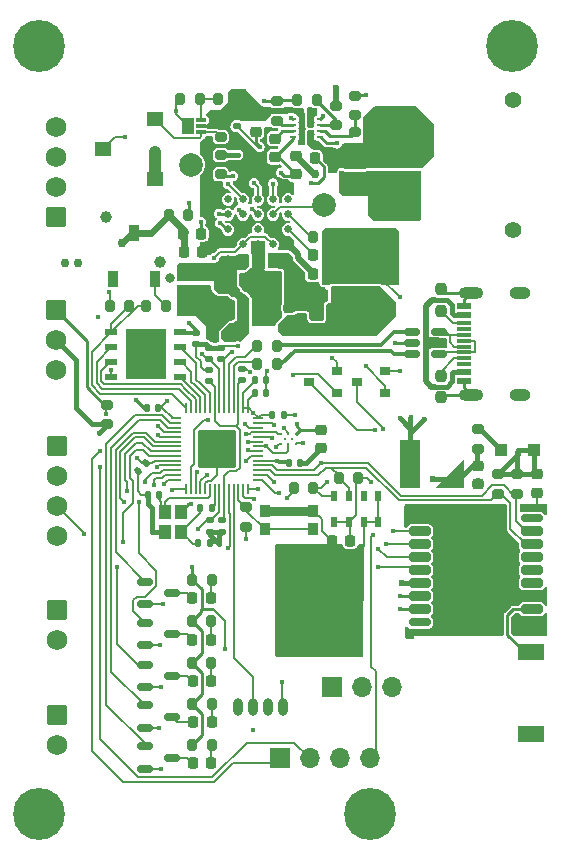
<source format=gtl>
%TF.GenerationSoftware,KiCad,Pcbnew,7.0.5-0*%
%TF.CreationDate,2024-02-07T21:38:44-05:00*%
%TF.ProjectId,GHOUL-2024-0,47484f55-4c2d-4323-9032-342d302e6b69,rev?*%
%TF.SameCoordinates,Original*%
%TF.FileFunction,Copper,L1,Top*%
%TF.FilePolarity,Positive*%
%FSLAX46Y46*%
G04 Gerber Fmt 4.6, Leading zero omitted, Abs format (unit mm)*
G04 Created by KiCad (PCBNEW 7.0.5-0) date 2024-02-07 21:38:44*
%MOMM*%
%LPD*%
G01*
G04 APERTURE LIST*
G04 Aperture macros list*
%AMRoundRect*
0 Rectangle with rounded corners*
0 $1 Rounding radius*
0 $2 $3 $4 $5 $6 $7 $8 $9 X,Y pos of 4 corners*
0 Add a 4 corners polygon primitive as box body*
4,1,4,$2,$3,$4,$5,$6,$7,$8,$9,$2,$3,0*
0 Add four circle primitives for the rounded corners*
1,1,$1+$1,$2,$3*
1,1,$1+$1,$4,$5*
1,1,$1+$1,$6,$7*
1,1,$1+$1,$8,$9*
0 Add four rect primitives between the rounded corners*
20,1,$1+$1,$2,$3,$4,$5,0*
20,1,$1+$1,$4,$5,$6,$7,0*
20,1,$1+$1,$6,$7,$8,$9,0*
20,1,$1+$1,$8,$9,$2,$3,0*%
%AMFreePoly0*
4,1,12,0.600035,0.600035,0.600050,0.600000,0.600050,-1.800000,0.600036,-1.800036,0.600000,-1.800050,0.599965,-1.800036,-1.800035,0.599965,-1.800050,0.600000,-1.800035,0.600035,-1.800000,0.600050,0.600000,0.600050,0.600035,0.600035,0.600035,0.600035,$1*%
G04 Aperture macros list end*
%TA.AperFunction,SMDPad,CuDef*%
%ADD10RoundRect,0.200000X0.275000X-0.200000X0.275000X0.200000X-0.275000X0.200000X-0.275000X-0.200000X0*%
%TD*%
%TA.AperFunction,SMDPad,CuDef*%
%ADD11R,0.399999X1.050000*%
%TD*%
%TA.AperFunction,SMDPad,CuDef*%
%ADD12R,0.599999X0.200000*%
%TD*%
%TA.AperFunction,SMDPad,CuDef*%
%ADD13RoundRect,0.225000X0.225000X0.250000X-0.225000X0.250000X-0.225000X-0.250000X0.225000X-0.250000X0*%
%TD*%
%TA.AperFunction,SMDPad,CuDef*%
%ADD14RoundRect,0.200000X-0.275000X0.200000X-0.275000X-0.200000X0.275000X-0.200000X0.275000X0.200000X0*%
%TD*%
%TA.AperFunction,SMDPad,CuDef*%
%ADD15RoundRect,0.200000X0.200000X0.275000X-0.200000X0.275000X-0.200000X-0.275000X0.200000X-0.275000X0*%
%TD*%
%TA.AperFunction,SMDPad,CuDef*%
%ADD16RoundRect,0.140000X-0.140000X-0.170000X0.140000X-0.170000X0.140000X0.170000X-0.140000X0.170000X0*%
%TD*%
%TA.AperFunction,SMDPad,CuDef*%
%ADD17RoundRect,0.218750X-0.218750X-0.256250X0.218750X-0.256250X0.218750X0.256250X-0.218750X0.256250X0*%
%TD*%
%TA.AperFunction,ComponentPad*%
%ADD18C,4.400000*%
%TD*%
%TA.AperFunction,SMDPad,CuDef*%
%ADD19R,1.150000X0.600000*%
%TD*%
%TA.AperFunction,SMDPad,CuDef*%
%ADD20R,1.150000X0.300000*%
%TD*%
%TA.AperFunction,ComponentPad*%
%ADD21O,2.100000X1.000000*%
%TD*%
%TA.AperFunction,ComponentPad*%
%ADD22O,1.800000X1.000000*%
%TD*%
%TA.AperFunction,SMDPad,CuDef*%
%ADD23RoundRect,0.250000X0.250000X0.475000X-0.250000X0.475000X-0.250000X-0.475000X0.250000X-0.475000X0*%
%TD*%
%TA.AperFunction,SMDPad,CuDef*%
%ADD24RoundRect,0.140000X0.140000X0.170000X-0.140000X0.170000X-0.140000X-0.170000X0.140000X-0.170000X0*%
%TD*%
%TA.AperFunction,SMDPad,CuDef*%
%ADD25RoundRect,0.225000X-0.225000X-0.250000X0.225000X-0.250000X0.225000X0.250000X-0.225000X0.250000X0*%
%TD*%
%TA.AperFunction,SMDPad,CuDef*%
%ADD26RoundRect,0.225000X-0.250000X0.225000X-0.250000X-0.225000X0.250000X-0.225000X0.250000X0.225000X0*%
%TD*%
%TA.AperFunction,SMDPad,CuDef*%
%ADD27RoundRect,0.200000X-0.200000X-0.275000X0.200000X-0.275000X0.200000X0.275000X-0.200000X0.275000X0*%
%TD*%
%TA.AperFunction,SMDPad,CuDef*%
%ADD28RoundRect,0.250000X0.375000X1.075000X-0.375000X1.075000X-0.375000X-1.075000X0.375000X-1.075000X0*%
%TD*%
%TA.AperFunction,SMDPad,CuDef*%
%ADD29R,0.900000X0.800000*%
%TD*%
%TA.AperFunction,SMDPad,CuDef*%
%ADD30RoundRect,0.250000X0.650000X-0.325000X0.650000X0.325000X-0.650000X0.325000X-0.650000X-0.325000X0*%
%TD*%
%TA.AperFunction,SMDPad,CuDef*%
%ADD31RoundRect,0.140000X-0.021213X0.219203X-0.219203X0.021213X0.021213X-0.219203X0.219203X-0.021213X0*%
%TD*%
%TA.AperFunction,SMDPad,CuDef*%
%ADD32RoundRect,0.250000X1.075000X-0.375000X1.075000X0.375000X-1.075000X0.375000X-1.075000X-0.375000X0*%
%TD*%
%TA.AperFunction,SMDPad,CuDef*%
%ADD33RoundRect,0.140000X0.170000X-0.140000X0.170000X0.140000X-0.170000X0.140000X-0.170000X-0.140000X0*%
%TD*%
%TA.AperFunction,SMDPad,CuDef*%
%ADD34RoundRect,0.150000X-0.512500X-0.150000X0.512500X-0.150000X0.512500X0.150000X-0.512500X0.150000X0*%
%TD*%
%TA.AperFunction,SMDPad,CuDef*%
%ADD35R,2.259800X1.362800*%
%TD*%
%TA.AperFunction,SMDPad,CuDef*%
%ADD36R,1.100000X0.500000*%
%TD*%
%TA.AperFunction,SMDPad,CuDef*%
%ADD37R,3.400000X4.300000*%
%TD*%
%TA.AperFunction,ComponentPad*%
%ADD38R,1.700000X1.700000*%
%TD*%
%TA.AperFunction,ComponentPad*%
%ADD39O,1.700000X1.700000*%
%TD*%
%TA.AperFunction,SMDPad,CuDef*%
%ADD40RoundRect,0.250000X-0.325000X-0.650000X0.325000X-0.650000X0.325000X0.650000X-0.325000X0.650000X0*%
%TD*%
%TA.AperFunction,SMDPad,CuDef*%
%ADD41RoundRect,0.250000X-0.250000X-0.475000X0.250000X-0.475000X0.250000X0.475000X-0.250000X0.475000X0*%
%TD*%
%TA.AperFunction,SMDPad,CuDef*%
%ADD42C,0.660400*%
%TD*%
%TA.AperFunction,ComponentPad*%
%ADD43RoundRect,0.250000X-0.620000X0.620000X-0.620000X-0.620000X0.620000X-0.620000X0.620000X0.620000X0*%
%TD*%
%TA.AperFunction,ComponentPad*%
%ADD44C,1.740000*%
%TD*%
%TA.AperFunction,SMDPad,CuDef*%
%ADD45R,0.900000X1.000000*%
%TD*%
%TA.AperFunction,SMDPad,CuDef*%
%ADD46R,0.550000X0.950000*%
%TD*%
%TA.AperFunction,SMDPad,CuDef*%
%ADD47RoundRect,0.140000X-0.170000X0.140000X-0.170000X-0.140000X0.170000X-0.140000X0.170000X0.140000X0*%
%TD*%
%TA.AperFunction,ComponentPad*%
%ADD48C,2.000000*%
%TD*%
%TA.AperFunction,ComponentPad*%
%ADD49C,1.400000*%
%TD*%
%TA.AperFunction,ComponentPad*%
%ADD50R,3.500000X3.500000*%
%TD*%
%TA.AperFunction,ComponentPad*%
%ADD51C,3.500000*%
%TD*%
%TA.AperFunction,SMDPad,CuDef*%
%ADD52C,0.200000*%
%TD*%
%TA.AperFunction,SMDPad,CuDef*%
%ADD53RoundRect,0.050000X-0.387500X-0.050000X0.387500X-0.050000X0.387500X0.050000X-0.387500X0.050000X0*%
%TD*%
%TA.AperFunction,SMDPad,CuDef*%
%ADD54RoundRect,0.050000X-0.050000X-0.387500X0.050000X-0.387500X0.050000X0.387500X-0.050000X0.387500X0*%
%TD*%
%TA.AperFunction,ComponentPad*%
%ADD55C,0.600000*%
%TD*%
%TA.AperFunction,SMDPad,CuDef*%
%ADD56RoundRect,0.144000X-1.456000X-1.456000X1.456000X-1.456000X1.456000X1.456000X-1.456000X1.456000X0*%
%TD*%
%TA.AperFunction,SMDPad,CuDef*%
%ADD57RoundRect,0.237500X0.237500X-0.250000X0.237500X0.250000X-0.237500X0.250000X-0.237500X-0.250000X0*%
%TD*%
%TA.AperFunction,SMDPad,CuDef*%
%ADD58FreePoly0,270.000000*%
%TD*%
%TA.AperFunction,SMDPad,CuDef*%
%ADD59R,1.700000X4.100000*%
%TD*%
%TA.AperFunction,SMDPad,CuDef*%
%ADD60RoundRect,0.250000X-0.300000X-0.300000X0.300000X-0.300000X0.300000X0.300000X-0.300000X0.300000X0*%
%TD*%
%TA.AperFunction,SMDPad,CuDef*%
%ADD61O,0.800000X1.500000*%
%TD*%
%TA.AperFunction,SMDPad,CuDef*%
%ADD62R,1.000000X1.150000*%
%TD*%
%TA.AperFunction,SMDPad,CuDef*%
%ADD63R,0.811200X1.406398*%
%TD*%
%TA.AperFunction,SMDPad,CuDef*%
%ADD64R,0.804800X0.300000*%
%TD*%
%TA.AperFunction,SMDPad,CuDef*%
%ADD65R,1.050000X1.400000*%
%TD*%
%TA.AperFunction,SMDPad,CuDef*%
%ADD66R,1.397000X1.193800*%
%TD*%
%TA.AperFunction,SMDPad,CuDef*%
%ADD67RoundRect,0.175000X-0.725000X-0.175000X0.725000X-0.175000X0.725000X0.175000X-0.725000X0.175000X0*%
%TD*%
%TA.AperFunction,SMDPad,CuDef*%
%ADD68RoundRect,0.200000X-0.700000X-0.200000X0.700000X-0.200000X0.700000X0.200000X-0.700000X0.200000X0*%
%TD*%
%TA.AperFunction,SMDPad,CuDef*%
%ADD69R,0.299999X0.449999*%
%TD*%
%TA.AperFunction,SMDPad,CuDef*%
%ADD70R,1.599999X1.000000*%
%TD*%
%TA.AperFunction,ComponentPad*%
%ADD71RoundRect,0.250000X0.620000X-0.620000X0.620000X0.620000X-0.620000X0.620000X-0.620000X-0.620000X0*%
%TD*%
%TA.AperFunction,ViaPad*%
%ADD72C,0.450000*%
%TD*%
%TA.AperFunction,ViaPad*%
%ADD73C,0.750000*%
%TD*%
%TA.AperFunction,ViaPad*%
%ADD74C,0.600000*%
%TD*%
%TA.AperFunction,ViaPad*%
%ADD75C,1.000000*%
%TD*%
%TA.AperFunction,ViaPad*%
%ADD76C,0.800000*%
%TD*%
%TA.AperFunction,Conductor*%
%ADD77C,0.200000*%
%TD*%
%TA.AperFunction,Conductor*%
%ADD78C,0.240000*%
%TD*%
%TA.AperFunction,Conductor*%
%ADD79C,0.250000*%
%TD*%
%TA.AperFunction,Conductor*%
%ADD80C,0.450000*%
%TD*%
%TA.AperFunction,Conductor*%
%ADD81C,0.600000*%
%TD*%
%TA.AperFunction,Conductor*%
%ADD82C,1.000000*%
%TD*%
%TA.AperFunction,Conductor*%
%ADD83C,0.800000*%
%TD*%
%TA.AperFunction,Conductor*%
%ADD84C,0.400000*%
%TD*%
%TA.AperFunction,Conductor*%
%ADD85C,0.750000*%
%TD*%
%TA.AperFunction,Conductor*%
%ADD86C,0.300000*%
%TD*%
%TA.AperFunction,Conductor*%
%ADD87C,0.500000*%
%TD*%
G04 APERTURE END LIST*
D10*
%TO.P,R26,1*%
%TO.N,Net-(U10-FREQ)*%
X151980000Y-95355000D03*
%TO.P,R26,2*%
%TO.N,GND*%
X151980000Y-93705000D03*
%TD*%
%TO.P,R2,1*%
%TO.N,+3V3*%
X154130000Y-125195000D03*
%TO.P,R2,2*%
%TO.N,Net-(U1-RUN)*%
X154130000Y-123545000D03*
%TD*%
D11*
%TO.P,U4,1,OUT*%
%TO.N,VCC*%
X158925002Y-92115000D03*
%TO.P,U4,2,IN2*%
%TO.N,+BATT*%
X159625001Y-92115000D03*
D12*
%TO.P,U4,3,CP2*%
%TO.N,GND*%
X160400000Y-92190001D03*
%TO.P,U4,4,OV2*%
%TO.N,Net-(U4-OV2)*%
X160400000Y-91690000D03*
%TO.P,U4,5,OV1*%
%TO.N,Net-(U4-OV1)*%
X160400000Y-91190000D03*
%TO.P,U4,6,PR1*%
%TO.N,GND*%
X160400000Y-90689999D03*
D11*
%TO.P,U4,7,IN1*%
%TO.N,VBUS*%
X159625001Y-90765000D03*
%TO.P,U4,8,OUT*%
%TO.N,VCC*%
X158925002Y-90765000D03*
D12*
%TO.P,U4,9,ST*%
%TO.N,GND*%
X158100002Y-90689999D03*
%TO.P,U4,10,ILM*%
%TO.N,Net-(U4-ILM)*%
X158100002Y-91190000D03*
%TO.P,U4,11,SS*%
%TO.N,Net-(U4-SS)*%
X158100002Y-91690000D03*
%TO.P,U4,12,GND*%
%TO.N,GND*%
X158100002Y-92190001D03*
%TD*%
D13*
%TO.P,C29,1*%
%TO.N,+3V3*%
X162945000Y-126380000D03*
%TO.P,C29,2*%
%TO.N,GND*%
X161395000Y-126380000D03*
%TD*%
D14*
%TO.P,R25,1*%
%TO.N,+3V3*%
X177080000Y-120745000D03*
%TO.P,R25,2*%
%TO.N,/SCL*%
X177080000Y-122395000D03*
%TD*%
D15*
%TO.P,R22,1*%
%TO.N,Net-(U10-FB2)*%
X149215000Y-98820000D03*
%TO.P,R22,2*%
%TO.N,GND*%
X147565000Y-98820000D03*
%TD*%
D16*
%TO.P,C13,1*%
%TO.N,+3V3*%
X157750000Y-119770000D03*
%TO.P,C13,2*%
%TO.N,GND*%
X158710000Y-119770000D03*
%TD*%
D17*
%TO.P,D6,1,K*%
%TO.N,Net-(D6-K)*%
X149590000Y-134760000D03*
%TO.P,D6,2,A*%
%TO.N,Net-(D6-A)*%
X151165000Y-134760000D03*
%TD*%
D18*
%TO.P,H4,1*%
%TO.N,N/C*%
X176630000Y-84470000D03*
%TD*%
D10*
%TO.P,R10,1*%
%TO.N,Net-(U4-OV2)*%
X163320000Y-90345000D03*
%TO.P,R10,2*%
%TO.N,GND*%
X163320000Y-88695000D03*
%TD*%
D19*
%TO.P,J1,A1,GND*%
%TO.N,GND*%
X172600000Y-112880000D03*
%TO.P,J1,A4,VBUS*%
%TO.N,VBUS*%
X172600000Y-112080000D03*
D20*
%TO.P,J1,A5,CC1*%
%TO.N,Net-(J1-CC1)*%
X172600000Y-110930000D03*
%TO.P,J1,A6,D+*%
%TO.N,Net-(J1-D+-PadA6)*%
X172600000Y-109930000D03*
%TO.P,J1,A7,D-*%
%TO.N,Net-(J1-D--PadA7)*%
X172600000Y-109430000D03*
%TO.P,J1,A8,SBU1*%
%TO.N,unconnected-(J1-SBU1-PadA8)*%
X172600000Y-108430000D03*
D19*
%TO.P,J1,A9,VBUS*%
%TO.N,VBUS*%
X172600000Y-107280000D03*
%TO.P,J1,A12,GND*%
%TO.N,GND*%
X172600000Y-106480000D03*
%TO.P,J1,B1,GND*%
X172600000Y-106480000D03*
%TO.P,J1,B4,VBUS*%
%TO.N,VBUS*%
X172600000Y-107280000D03*
D20*
%TO.P,J1,B5,CC2*%
%TO.N,Net-(J1-CC2)*%
X172600000Y-107930000D03*
%TO.P,J1,B6,D+*%
%TO.N,Net-(J1-D+-PadA6)*%
X172600000Y-108930000D03*
%TO.P,J1,B7,D-*%
%TO.N,Net-(J1-D--PadA7)*%
X172600000Y-110430000D03*
%TO.P,J1,B8,SBU2*%
%TO.N,unconnected-(J1-SBU2-PadB8)*%
X172600000Y-111430000D03*
D19*
%TO.P,J1,B9,VBUS*%
%TO.N,VBUS*%
X172600000Y-112080000D03*
%TO.P,J1,B12,GND*%
%TO.N,GND*%
X172600000Y-112880000D03*
D21*
%TO.P,J1,S1,SHIELD*%
X173175000Y-114000000D03*
D22*
X177355000Y-114000000D03*
D21*
X173175000Y-105360000D03*
D22*
X177355000Y-105360000D03*
%TD*%
D23*
%TO.P,C25,1*%
%TO.N,Net-(C25-Pad1)*%
X158210000Y-104610000D03*
%TO.P,C25,2*%
%TO.N,GND*%
X156310000Y-104610000D03*
%TD*%
D17*
%TO.P,D1,1,K*%
%TO.N,Net-(D1-K)*%
X149590000Y-131250000D03*
%TO.P,D1,2,A*%
%TO.N,Net-(D1-A)*%
X151165000Y-131250000D03*
%TD*%
D24*
%TO.P,C8,1*%
%TO.N,+3V3*%
X146710000Y-115120000D03*
%TO.P,C8,2*%
%TO.N,GND*%
X145750000Y-115120000D03*
%TD*%
D18*
%TO.P,H3,1*%
%TO.N,N/C*%
X164630000Y-149470000D03*
%TD*%
D25*
%TO.P,C28,1*%
%TO.N,VCC*%
X159795000Y-103830000D03*
%TO.P,C28,2*%
%TO.N,GND*%
X161345000Y-103830000D03*
%TD*%
D26*
%TO.P,C37,1*%
%TO.N,Net-(BT2-+)*%
X173730000Y-120035000D03*
%TO.P,C37,2*%
%TO.N,GND*%
X173730000Y-121585000D03*
%TD*%
D27*
%TO.P,R18,1*%
%TO.N,+3V3*%
X158185000Y-121870000D03*
%TO.P,R18,2*%
%TO.N,/SCL*%
X159835000Y-121870000D03*
%TD*%
D26*
%TO.P,C23,1*%
%TO.N,+3V3*%
X160460000Y-116965000D03*
%TO.P,C23,2*%
%TO.N,GND*%
X160460000Y-118515000D03*
%TD*%
D14*
%TO.P,R24,1*%
%TO.N,+3V3*%
X175420000Y-120745000D03*
%TO.P,R24,2*%
%TO.N,/SDA*%
X175420000Y-122395000D03*
%TD*%
D27*
%TO.P,R30,1*%
%TO.N,+3V3*%
X149582500Y-140210000D03*
%TO.P,R30,2*%
%TO.N,Net-(D5-A)*%
X151232500Y-140210000D03*
%TD*%
D26*
%TO.P,C35,1*%
%TO.N,+3V3*%
X178770000Y-120765000D03*
%TO.P,C35,2*%
%TO.N,GND*%
X178770000Y-122315000D03*
%TD*%
D28*
%TO.P,L2,1*%
%TO.N,+3V3*%
X162910000Y-106440000D03*
%TO.P,L2,2*%
%TO.N,Net-(C25-Pad1)*%
X160110000Y-106440000D03*
%TD*%
D29*
%TO.P,Q6,1,G*%
%TO.N,/HEATER1*%
X161830000Y-113870000D03*
%TO.P,Q6,2,S*%
%TO.N,GND*%
X161830000Y-111970000D03*
%TO.P,Q6,3,D*%
%TO.N,Net-(J7-Pin_2)*%
X159430000Y-112920000D03*
%TD*%
D17*
%TO.P,D5,1,K*%
%TO.N,Net-(D5-K)*%
X149630000Y-141760000D03*
%TO.P,D5,2,A*%
%TO.N,Net-(D5-A)*%
X151205000Y-141760000D03*
%TD*%
D27*
%TO.P,R29,1*%
%TO.N,+3V3*%
X149572500Y-143690000D03*
%TO.P,R29,2*%
%TO.N,Net-(D4-A)*%
X151222500Y-143690000D03*
%TD*%
D16*
%TO.P,C12,1*%
%TO.N,+3V3*%
X154900000Y-113870000D03*
%TO.P,C12,2*%
%TO.N,GND*%
X155860000Y-113870000D03*
%TD*%
%TO.P,C3,1*%
%TO.N,Net-(C3-Pad1)*%
X150100000Y-126570000D03*
%TO.P,C3,2*%
%TO.N,GND*%
X151060000Y-126570000D03*
%TD*%
D30*
%TO.P,C27,1*%
%TO.N,+3V3*%
X165340000Y-106705000D03*
%TO.P,C27,2*%
%TO.N,GND*%
X165340000Y-103755000D03*
%TD*%
D31*
%TO.P,C7,1*%
%TO.N,+3V3*%
X145630000Y-119770000D03*
%TO.P,C7,2*%
%TO.N,GND*%
X144951178Y-120448822D03*
%TD*%
D18*
%TO.P,H2,1,1*%
%TO.N,GND*%
X136630000Y-149470000D03*
%TD*%
D13*
%TO.P,C32,1*%
%TO.N,Net-(U10-TRACK{slash}SS2)*%
X150305000Y-100370000D03*
%TO.P,C32,2*%
%TO.N,GND*%
X148755000Y-100370000D03*
%TD*%
D32*
%TO.P,L1,1*%
%TO.N,+5V*%
X149810000Y-106460000D03*
%TO.P,L1,2*%
%TO.N,Net-(C26-Pad1)*%
X149810000Y-103660000D03*
%TD*%
D33*
%TO.P,C4,1*%
%TO.N,+1V1*%
X151010000Y-112880000D03*
%TO.P,C4,2*%
%TO.N,GND*%
X151010000Y-111920000D03*
%TD*%
D10*
%TO.P,R21,1*%
%TO.N,+3V3*%
X157800000Y-108295000D03*
%TO.P,R21,2*%
%TO.N,Net-(C25-Pad1)*%
X157800000Y-106645000D03*
%TD*%
D13*
%TO.P,C10,1*%
%TO.N,+BATT*%
X161505001Y-93934999D03*
%TO.P,C10,2*%
%TO.N,GND*%
X159955001Y-93934999D03*
%TD*%
D10*
%TO.P,R9,1*%
%TO.N,+BATT*%
X163330001Y-93439999D03*
%TO.P,R9,2*%
%TO.N,Net-(U4-OV2)*%
X163330001Y-91789999D03*
%TD*%
D34*
%TO.P,Q1,1,G*%
%TO.N,/LED5*%
X145550000Y-129830000D03*
%TO.P,Q1,2,S*%
%TO.N,GND*%
X145550000Y-131730000D03*
%TO.P,Q1,3,D*%
%TO.N,Net-(D1-K)*%
X147825000Y-130780000D03*
%TD*%
D16*
%TO.P,C15,1*%
%TO.N,+3V3*%
X156360000Y-115700000D03*
%TO.P,C15,2*%
%TO.N,GND*%
X157320000Y-115700000D03*
%TD*%
D35*
%TO.P,AE1,1,A*%
%TO.N,Net-(AE1-A)*%
X178230000Y-135827299D03*
%TO.P,AE1,2*%
%TO.N,N/C*%
X178230000Y-142752701D03*
%TD*%
D34*
%TO.P,U3,1,1*%
%TO.N,/USB_D+*%
X168182500Y-108660000D03*
%TO.P,U3,2,2*%
%TO.N,GND*%
X168182500Y-109610000D03*
%TO.P,U3,3,3*%
%TO.N,/USB_D-*%
X168182500Y-110560000D03*
%TO.P,U3,4,4*%
%TO.N,Net-(J1-D--PadA7)*%
X170457500Y-110560000D03*
%TO.P,U3,5,5*%
%TO.N,VBUS*%
X170457500Y-109610000D03*
%TO.P,U3,6,6*%
%TO.N,Net-(J1-D+-PadA6)*%
X170457500Y-108660000D03*
%TD*%
D27*
%TO.P,R23,1*%
%TO.N,Net-(U10-FB1)*%
X159765000Y-100680000D03*
%TO.P,R23,2*%
%TO.N,GND*%
X161415000Y-100680000D03*
%TD*%
D36*
%TO.P,U5,1,~{CS}*%
%TO.N,/QSPI_SS*%
X142720000Y-108695000D03*
%TO.P,U5,2,DO(IO1)*%
%TO.N,/QSPI_SD1*%
X142720000Y-109965000D03*
%TO.P,U5,3,IO2*%
%TO.N,/QSPI_SD2*%
X142720000Y-111235000D03*
%TO.P,U5,4,GND*%
%TO.N,GND*%
X142720000Y-112505000D03*
%TO.P,U5,5,DI(IO0)*%
%TO.N,/QSPI_SD0*%
X148520000Y-112505000D03*
%TO.P,U5,6,CLK*%
%TO.N,/QSPI_SCLK*%
X148520000Y-111235000D03*
%TO.P,U5,7,IO3*%
%TO.N,/QSPI_SD3*%
X148520000Y-109965000D03*
%TO.P,U5,8,VCC*%
%TO.N,+3V3*%
X148520000Y-108695000D03*
D37*
%TO.P,U5,9*%
%TO.N,N/C*%
X145620000Y-110600000D03*
%TD*%
D38*
%TO.P,J10,1,Pin_1*%
%TO.N,/GPIO2*%
X156980000Y-144770000D03*
D39*
%TO.P,J10,2,Pin_2*%
%TO.N,/GPIO3*%
X159520000Y-144770000D03*
%TO.P,J10,3,Pin_3*%
%TO.N,/GPIO16*%
X162060000Y-144770000D03*
%TO.P,J10,4,Pin_4*%
%TO.N,/GPIO19*%
X164600000Y-144770000D03*
%TD*%
D40*
%TO.P,C24,1*%
%TO.N,+5V*%
X152595000Y-106830000D03*
%TO.P,C24,2*%
%TO.N,GND*%
X155545000Y-106830000D03*
%TD*%
D15*
%TO.P,R16,1*%
%TO.N,Net-(U6-IN+)*%
X150215699Y-89000000D03*
%TO.P,R16,2*%
%TO.N,GND*%
X148565699Y-89000000D03*
%TD*%
D41*
%TO.P,C26,1*%
%TO.N,Net-(C26-Pad1)*%
X152395000Y-104540000D03*
%TO.P,C26,2*%
%TO.N,GND*%
X154295000Y-104540000D03*
%TD*%
D42*
%TO.P,U10,A1,VOUT2*%
%TO.N,Net-(C26-Pad1)*%
X152600000Y-102560000D03*
%TO.P,U10,A2,VIN2*%
%TO.N,VCC*%
X152600000Y-101290000D03*
%TO.P,U10,A3,TRACK/SS2*%
%TO.N,Net-(U10-TRACK{slash}SS2)*%
X152600000Y-100020000D03*
%TO.P,U10,A4,FB2*%
%TO.N,Net-(U10-FB2)*%
X152600000Y-98750000D03*
%TO.P,U10,A5,COMP2*%
%TO.N,unconnected-(U10-COMP2-PadA5)*%
X152600000Y-97480000D03*
%TO.P,U10,B1,VOUT2*%
%TO.N,Net-(C26-Pad1)*%
X153870000Y-102560000D03*
%TO.P,U10,B2,RUN2*%
%TO.N,/LVC_CUTOFF*%
X153870000Y-101290000D03*
%TO.P,U10,B3,VIN2*%
%TO.N,VCC*%
X153870000Y-100020000D03*
%TO.P,U10,B4,PG00D2*%
%TO.N,Net-(U10-PG00D2)*%
X153870000Y-98750000D03*
%TO.P,U10,B5,GND*%
%TO.N,GND*%
X153870000Y-97480000D03*
%TO.P,U10,C1,GND*%
X155140000Y-102560000D03*
%TO.P,U10,C2,GND*%
X155140000Y-101290000D03*
%TO.P,U10,C3,INTVCC*%
%TO.N,unconnected-(U10-INTVCC-PadC3)*%
X155140000Y-100020000D03*
%TO.P,U10,C4,FREQ*%
%TO.N,Net-(U10-FREQ)*%
X155140000Y-98750000D03*
%TO.P,U10,C5,SYNC/MODE*%
%TO.N,GND*%
X155140000Y-97480000D03*
%TO.P,U10,D1,VOUT1*%
%TO.N,Net-(C25-Pad1)*%
X156410000Y-102560000D03*
%TO.P,U10,D2,RUN1*%
%TO.N,/LVC_CUTOFF*%
X156410000Y-101290000D03*
%TO.P,U10,D3,VIN1*%
%TO.N,VCC*%
X156410000Y-100020000D03*
%TO.P,U10,D4,PG00D1*%
%TO.N,Net-(U10-PG00D1)*%
X156410000Y-98750000D03*
%TO.P,U10,D5,GND*%
%TO.N,GND*%
X156410000Y-97480000D03*
%TO.P,U10,E1,VOUT1*%
%TO.N,Net-(C25-Pad1)*%
X157680000Y-102560000D03*
%TO.P,U10,E2,VIN1*%
%TO.N,VCC*%
X157680000Y-101290000D03*
%TO.P,U10,E3,TRACK/SS1*%
%TO.N,Net-(U10-TRACK{slash}SS1)*%
X157680000Y-100020000D03*
%TO.P,U10,E4,FB1*%
%TO.N,Net-(U10-FB1)*%
X157680000Y-98750000D03*
%TO.P,U10,E5,COMP1*%
%TO.N,unconnected-(U10-COMP1-PadE5)*%
X157680000Y-97480000D03*
%TD*%
D17*
%TO.P,D3,1,K*%
%TO.N,Net-(D3-K)*%
X149607500Y-138280000D03*
%TO.P,D3,2,A*%
%TO.N,Net-(D3-A)*%
X151182500Y-138280000D03*
%TD*%
D27*
%TO.P,R31,1*%
%TO.N,+3V3*%
X149552500Y-133190000D03*
%TO.P,R31,2*%
%TO.N,Net-(D6-A)*%
X151202500Y-133190000D03*
%TD*%
D15*
%TO.P,R14,1*%
%TO.N,/QSPI_SS*%
X144225000Y-106480000D03*
%TO.P,R14,2*%
%TO.N,+3V3*%
X142575000Y-106480000D03*
%TD*%
D14*
%TO.P,R7,1*%
%TO.N,VBUS*%
X161710000Y-89535000D03*
%TO.P,R7,2*%
%TO.N,Net-(U4-OV1)*%
X161710000Y-91185000D03*
%TD*%
D43*
%TO.P,J7,1,Pin_1*%
%TO.N,+5V*%
X138130000Y-132230000D03*
D44*
%TO.P,J7,2,Pin_2*%
%TO.N,Net-(J7-Pin_2)*%
X138130000Y-134770000D03*
%TD*%
D45*
%TO.P,B1,1,1*%
%TO.N,GND*%
X155720000Y-123820000D03*
X159820000Y-123820000D03*
%TO.P,B1,2,2*%
%TO.N,Net-(U1-RUN)*%
X155720000Y-125420000D03*
X159820000Y-125420000D03*
%TD*%
D43*
%TO.P,J8,1,Pin_1*%
%TO.N,+5V*%
X138130000Y-141130000D03*
D44*
%TO.P,J8,2,Pin_2*%
%TO.N,Net-(J8-Pin_2)*%
X138130000Y-143670000D03*
%TD*%
D33*
%TO.P,C14,1*%
%TO.N,+3V3*%
X152040000Y-110980000D03*
%TO.P,C14,2*%
%TO.N,GND*%
X152040000Y-110020000D03*
%TD*%
D15*
%TO.P,R8,1*%
%TO.N,Net-(U4-OV1)*%
X160125000Y-89070000D03*
%TO.P,R8,2*%
%TO.N,GND*%
X158475000Y-89070000D03*
%TD*%
D16*
%TO.P,C6,1*%
%TO.N,+3V3*%
X154880000Y-112790000D03*
%TO.P,C6,2*%
%TO.N,GND*%
X155840000Y-112790000D03*
%TD*%
D46*
%TO.P,U9,1,VDD*%
%TO.N,+3V3*%
X161575000Y-124775000D03*
%TO.P,U9,2,PS*%
X162825000Y-124775000D03*
%TO.P,U9,3,GND*%
%TO.N,GND*%
X164075000Y-124775000D03*
%TO.P,U9,4,CSB*%
X165325000Y-124775000D03*
%TO.P,U9,5,CSB*%
X165325000Y-122625000D03*
%TO.P,U9,6,SDO*%
%TO.N,unconnected-(U9-SDO-Pad6)*%
X164075000Y-122625000D03*
%TO.P,U9,7,SDI/SDA*%
%TO.N,/SDA*%
X162825000Y-122625000D03*
%TO.P,U9,8,SCLK*%
%TO.N,/SCL*%
X161575000Y-122625000D03*
%TD*%
D24*
%TO.P,C2,1*%
%TO.N,Net-(U1-XIN)*%
X146760000Y-122460000D03*
%TO.P,C2,2*%
%TO.N,GND*%
X145800000Y-122460000D03*
%TD*%
D15*
%TO.P,R5,1*%
%TO.N,/USB_D+*%
X156745000Y-109870000D03*
%TO.P,R5,2*%
%TO.N,Net-(U1-USB_DP)*%
X155095000Y-109870000D03*
%TD*%
D47*
%TO.P,C19,1*%
%TO.N,VCC*%
X153370699Y-90310000D03*
%TO.P,C19,2*%
%TO.N,GND*%
X153370699Y-91270000D03*
%TD*%
D27*
%TO.P,R20,1*%
%TO.N,+5V*%
X151205000Y-108780000D03*
%TO.P,R20,2*%
%TO.N,Net-(C26-Pad1)*%
X152855000Y-108780000D03*
%TD*%
D43*
%TO.P,J6,1,Pin_1*%
%TO.N,/TEMP*%
X138040000Y-106810000D03*
D44*
%TO.P,J6,2,Pin_2*%
%TO.N,+3V3*%
X138040000Y-109350000D03*
%TO.P,J6,3,Pin_3*%
%TO.N,GND*%
X138040000Y-111890000D03*
%TD*%
D48*
%TO.P,TP1,1,1*%
%TO.N,Net-(U10-PG00D2)*%
X149440000Y-94540000D03*
%TD*%
D26*
%TO.P,C9,1*%
%TO.N,VBUS*%
X158340000Y-93805000D03*
%TO.P,C9,2*%
%TO.N,GND*%
X158340000Y-95355000D03*
%TD*%
D16*
%TO.P,R1,1*%
%TO.N,Net-(C3-Pad1)*%
X150250000Y-123620000D03*
%TO.P,R1,2*%
%TO.N,Net-(U1-XOUT)*%
X151210000Y-123620000D03*
%TD*%
D34*
%TO.P,Q4,1,G*%
%TO.N,/LED2*%
X145550000Y-140320000D03*
%TO.P,Q4,2,S*%
%TO.N,GND*%
X145550000Y-142220000D03*
%TO.P,Q4,3,D*%
%TO.N,Net-(D5-K)*%
X147825000Y-141270000D03*
%TD*%
D27*
%TO.P,R27,1*%
%TO.N,+3V3*%
X149550000Y-136720000D03*
%TO.P,R27,2*%
%TO.N,Net-(D3-A)*%
X151200000Y-136720000D03*
%TD*%
D47*
%TO.P,C18,1*%
%TO.N,+3V3*%
X151080000Y-124640000D03*
%TO.P,C18,2*%
%TO.N,GND*%
X151080000Y-125600000D03*
%TD*%
D49*
%TO.P,BT1,*%
%TO.N,*%
X176765000Y-89090000D03*
X176765000Y-100090000D03*
D50*
%TO.P,BT1,1,-*%
%TO.N,GND*%
X166765000Y-97090000D03*
D51*
%TO.P,BT1,2,+*%
%TO.N,+BATT*%
X166765000Y-92090000D03*
%TD*%
D52*
%TO.P,U8,A1,GND*%
%TO.N,GND*%
X157121268Y-118170000D03*
%TO.P,U8,A3,SI*%
%TO.N,/MOSI*%
X157121268Y-117370000D03*
%TO.P,U8,B2,~{WP}*%
%TO.N,unconnected-(U8-~{WP}-PadB2)*%
X157421268Y-117770000D03*
%TO.P,U8,C1,SO*%
%TO.N,/MISO*%
X157721268Y-118170000D03*
%TO.P,U8,C3,SCK*%
%TO.N,/SCK*%
X157721268Y-117370000D03*
%TO.P,U8,D2,~{HOLD}*%
%TO.N,unconnected-(U8-~{HOLD}-PadD2)*%
X158021268Y-117770000D03*
%TO.P,U8,E1,~{CS}*%
%TO.N,/FRAM_CS*%
X158321268Y-118170000D03*
%TO.P,U8,E3,VDD*%
%TO.N,+3V3*%
X158321268Y-117370000D03*
%TD*%
D15*
%TO.P,R12,1*%
%TO.N,Net-(SW1-B)*%
X147325000Y-106460000D03*
%TO.P,R12,2*%
%TO.N,/QSPI_SS*%
X145675000Y-106460000D03*
%TD*%
D34*
%TO.P,Q5,1,G*%
%TO.N,/LED4*%
X145550000Y-133320000D03*
%TO.P,Q5,2,S*%
%TO.N,GND*%
X145550000Y-135220000D03*
%TO.P,Q5,3,D*%
%TO.N,Net-(D6-K)*%
X147825000Y-134270000D03*
%TD*%
%TO.P,Q3,1,G*%
%TO.N,/LED1*%
X145550000Y-143780000D03*
%TO.P,Q3,2,S*%
%TO.N,GND*%
X145550000Y-145680000D03*
%TO.P,Q3,3,D*%
%TO.N,Net-(D4-K)*%
X147825000Y-144730000D03*
%TD*%
D10*
%TO.P,R32,1*%
%TO.N,+3V3*%
X142330000Y-116495000D03*
%TO.P,R32,2*%
%TO.N,/TEMP*%
X142330000Y-114845000D03*
%TD*%
D15*
%TO.P,R6,1*%
%TO.N,/USB_D-*%
X156745000Y-111420000D03*
%TO.P,R6,2*%
%TO.N,Net-(U1-USB_DM)*%
X155095000Y-111420000D03*
%TD*%
D53*
%TO.P,U1,1,IOVDD*%
%TO.N,+3V3*%
X148232500Y-115990000D03*
%TO.P,U1,2,GPIO0*%
%TO.N,/LED1*%
X148232500Y-116390000D03*
%TO.P,U1,3,GPIO1*%
%TO.N,/LED2*%
X148232500Y-116790000D03*
%TO.P,U1,4,GPIO2*%
%TO.N,/GPIO2*%
X148232500Y-117190000D03*
%TO.P,U1,5,GPIO3*%
%TO.N,/GPIO3*%
X148232500Y-117590000D03*
%TO.P,U1,6,GPIO4*%
%TO.N,/LED5*%
X148232500Y-117990000D03*
%TO.P,U1,7,GPIO5*%
%TO.N,/SERVO_PWM*%
X148232500Y-118390000D03*
%TO.P,U1,8,GPIO6*%
%TO.N,/TEMP*%
X148232500Y-118790000D03*
%TO.P,U1,9,GPIO7*%
%TO.N,/LED3*%
X148232500Y-119190000D03*
%TO.P,U1,10,IOVDD*%
%TO.N,+3V3*%
X148232500Y-119590000D03*
%TO.P,U1,11,GPIO8*%
%TO.N,/DRF_TXEN*%
X148232500Y-119990000D03*
%TO.P,U1,12,GPIO9*%
%TO.N,/DRF_SW*%
X148232500Y-120390000D03*
%TO.P,U1,13,GPIO10*%
%TO.N,/DRF_DIO1*%
X148232500Y-120790000D03*
%TO.P,U1,14,GPIO11*%
%TO.N,/DRF_BUSY*%
X148232500Y-121190000D03*
D54*
%TO.P,U1,15,GPIO12*%
%TO.N,/LED4*%
X149070000Y-122027500D03*
%TO.P,U1,16,GPIO13*%
%TO.N,/RDIO_RST*%
X149470000Y-122027500D03*
%TO.P,U1,17,GPIO14*%
%TO.N,/HEATER1*%
X149870000Y-122027500D03*
%TO.P,U1,18,GPIO15*%
%TO.N,/HEATER2*%
X150270000Y-122027500D03*
%TO.P,U1,19,TESTEN*%
%TO.N,GND*%
X150670000Y-122027500D03*
%TO.P,U1,20,XIN*%
%TO.N,Net-(U1-XIN)*%
X151070000Y-122027500D03*
%TO.P,U1,21,XOUT*%
%TO.N,Net-(U1-XOUT)*%
X151470000Y-122027500D03*
%TO.P,U1,22,IOVDD*%
%TO.N,+3V3*%
X151870000Y-122027500D03*
%TO.P,U1,23,DVDD*%
%TO.N,+1V1*%
X152270000Y-122027500D03*
%TO.P,U1,24,SWCLK*%
%TO.N,/RP_SWCLK*%
X152670000Y-122027500D03*
%TO.P,U1,25,SWD*%
%TO.N,/RP_SWD*%
X153070000Y-122027500D03*
%TO.P,U1,26,RUN*%
%TO.N,Net-(U1-RUN)*%
X153470000Y-122027500D03*
%TO.P,U1,27,GPIO16*%
%TO.N,/GPIO16*%
X153870000Y-122027500D03*
%TO.P,U1,28,GPIO17*%
%TO.N,/EXTINT*%
X154270000Y-122027500D03*
D53*
%TO.P,U1,29,GPIO18*%
%TO.N,/TIMEPULSE*%
X155107500Y-121190000D03*
%TO.P,U1,30,GPIO19*%
%TO.N,/GPIO19*%
X155107500Y-120790000D03*
%TO.P,U1,31,GPIO20*%
%TO.N,/SDA*%
X155107500Y-120390000D03*
%TO.P,U1,32,GPIO21*%
%TO.N,/SCL*%
X155107500Y-119990000D03*
%TO.P,U1,33,IOVDD*%
%TO.N,+3V3*%
X155107500Y-119590000D03*
%TO.P,U1,34,GPIO22*%
%TO.N,/PGOOD_CUT*%
X155107500Y-119190000D03*
%TO.P,U1,35,GPIO23*%
%TO.N,/DATA_CUT*%
X155107500Y-118790000D03*
%TO.P,U1,36,GPIO24*%
%TO.N,/MISO*%
X155107500Y-118390000D03*
%TO.P,U1,37,GPIO25*%
%TO.N,/DRF_CS*%
X155107500Y-117990000D03*
%TO.P,U1,38,GPIO26_ADC0*%
%TO.N,/SCK*%
X155107500Y-117590000D03*
%TO.P,U1,39,GPIO27_ADC1*%
%TO.N,/MOSI*%
X155107500Y-117190000D03*
%TO.P,U1,40,GPIO28_ADC2*%
%TO.N,/CUT_CURR*%
X155107500Y-116790000D03*
%TO.P,U1,41,GPIO29_ADC3*%
%TO.N,/FRAM_CS*%
X155107500Y-116390000D03*
%TO.P,U1,42,IOVDD*%
%TO.N,+3V3*%
X155107500Y-115990000D03*
D54*
%TO.P,U1,43,ADC_AVDD*%
X154270000Y-115152500D03*
%TO.P,U1,44,VREG_IN*%
X153870000Y-115152500D03*
%TO.P,U1,45,VREG_VOUT*%
%TO.N,+1V1*%
X153470000Y-115152500D03*
%TO.P,U1,46,USB_DM*%
%TO.N,Net-(U1-USB_DM)*%
X153070000Y-115152500D03*
%TO.P,U1,47,USB_DP*%
%TO.N,Net-(U1-USB_DP)*%
X152670000Y-115152500D03*
%TO.P,U1,48,USB_VDD*%
%TO.N,+3V3*%
X152270000Y-115152500D03*
%TO.P,U1,49,IOVDD*%
X151870000Y-115152500D03*
%TO.P,U1,50,DVDD*%
%TO.N,+1V1*%
X151470000Y-115152500D03*
%TO.P,U1,51,QSPI_SD3*%
%TO.N,/QSPI_SD3*%
X151070000Y-115152500D03*
%TO.P,U1,52,QSPI_SCLK*%
%TO.N,/QSPI_SCLK*%
X150670000Y-115152500D03*
%TO.P,U1,53,QSPI_SD0*%
%TO.N,/QSPI_SD0*%
X150270000Y-115152500D03*
%TO.P,U1,54,QSPI_SD2*%
%TO.N,/QSPI_SD2*%
X149870000Y-115152500D03*
%TO.P,U1,55,QSPI_SD1*%
%TO.N,/QSPI_SD1*%
X149470000Y-115152500D03*
%TO.P,U1,56,QSPI_SS*%
%TO.N,/QSPI_SS*%
X149070000Y-115152500D03*
D55*
%TO.P,U1,57,GND*%
%TO.N,GND*%
X150395000Y-117315000D03*
X150395000Y-118590000D03*
X150395000Y-119865000D03*
X151670000Y-117315000D03*
X151670000Y-118590000D03*
D56*
X151670000Y-118590000D03*
D55*
X151670000Y-119865000D03*
X152945000Y-117315000D03*
X152945000Y-118590000D03*
X152945000Y-119865000D03*
%TD*%
D57*
%TO.P,R3,1*%
%TO.N,GND*%
X170620000Y-114242500D03*
%TO.P,R3,2*%
%TO.N,Net-(J1-CC1)*%
X170620000Y-112417500D03*
%TD*%
D58*
%TO.P,BT2,1,+*%
%TO.N,Net-(BT2-+)*%
X172000000Y-121310000D03*
D59*
%TO.P,BT2,2,-*%
%TO.N,GND*%
X168050000Y-119860000D03*
%TD*%
D14*
%TO.P,R28,1*%
%TO.N,Net-(D2-K)*%
X173780000Y-116950000D03*
%TO.P,R28,2*%
%TO.N,Net-(BT2-+)*%
X173780000Y-118600000D03*
%TD*%
D60*
%TO.P,D2,1,K*%
%TO.N,Net-(D2-K)*%
X175680000Y-118730000D03*
%TO.P,D2,2,A*%
%TO.N,+3V3*%
X178480000Y-118730000D03*
%TD*%
D18*
%TO.P,H1,1*%
%TO.N,N/C*%
X136630000Y-84470000D03*
%TD*%
D34*
%TO.P,Q2,1,G*%
%TO.N,/LED3*%
X145560000Y-136870000D03*
%TO.P,Q2,2,S*%
%TO.N,GND*%
X145560000Y-138770000D03*
%TO.P,Q2,3,D*%
%TO.N,Net-(D3-K)*%
X147835000Y-137820000D03*
%TD*%
D10*
%TO.P,R13,1*%
%TO.N,Net-(U4-ILM)*%
X156750000Y-90825000D03*
%TO.P,R13,2*%
%TO.N,GND*%
X156750000Y-89175000D03*
%TD*%
D48*
%TO.P,TP2,1,1*%
%TO.N,Net-(U10-PG00D1)*%
X160690000Y-97950000D03*
%TD*%
D33*
%TO.P,C5,1*%
%TO.N,+1V1*%
X153760000Y-112780000D03*
%TO.P,C5,2*%
%TO.N,GND*%
X153760000Y-111820000D03*
%TD*%
D17*
%TO.P,D4,1,K*%
%TO.N,Net-(D4-K)*%
X149610000Y-145230000D03*
%TO.P,D4,2,A*%
%TO.N,Net-(D4-A)*%
X151185000Y-145230000D03*
%TD*%
D33*
%TO.P,C11,1*%
%TO.N,+3V3*%
X151020000Y-110980000D03*
%TO.P,C11,2*%
%TO.N,GND*%
X151020000Y-110020000D03*
%TD*%
D13*
%TO.P,C30,1*%
%TO.N,VCC*%
X150415000Y-101920000D03*
%TO.P,C30,2*%
%TO.N,GND*%
X148865000Y-101920000D03*
%TD*%
D25*
%TO.P,C31,1*%
%TO.N,Net-(U10-TRACK{slash}SS1)*%
X159795000Y-102210000D03*
%TO.P,C31,2*%
%TO.N,GND*%
X161345000Y-102210000D03*
%TD*%
D43*
%TO.P,J9,1,Pin_1*%
%TO.N,GND*%
X138130000Y-118380000D03*
D44*
%TO.P,J9,2,Pin_2*%
%TO.N,/CUT_CURR*%
X138130000Y-120920000D03*
%TO.P,J9,3,Pin_3*%
%TO.N,/DATA_CUT*%
X138130000Y-123460000D03*
%TO.P,J9,4,Pin_4*%
%TO.N,/PGOOD_CUT*%
X138130000Y-126000000D03*
%TD*%
D61*
%TO.P,J3,1,Pin_1*%
%TO.N,/RP_SWCLK*%
X157275000Y-140455000D03*
%TO.P,J3,2,Pin_2*%
%TO.N,unconnected-(J3-Pin_2-Pad2)*%
X156005000Y-140455000D03*
%TO.P,J3,3,Pin_3*%
%TO.N,/RP_SWD*%
X154735000Y-140455000D03*
%TO.P,J3,4,Pin_4*%
%TO.N,unconnected-(J3-Pin_4-Pad4)*%
X153465000Y-140455000D03*
%TD*%
D29*
%TO.P,Q7,1,G*%
%TO.N,/HEATER2*%
X165930000Y-113870000D03*
%TO.P,Q7,2,S*%
%TO.N,GND*%
X165930000Y-111970000D03*
%TO.P,Q7,3,D*%
%TO.N,Net-(J8-Pin_2)*%
X163530000Y-112920000D03*
%TD*%
D62*
%TO.P,Y1,1,1*%
%TO.N,Net-(C3-Pad1)*%
X148640000Y-125655000D03*
%TO.P,Y1,2,2*%
%TO.N,GND*%
X148640000Y-123905000D03*
%TO.P,Y1,3,3*%
%TO.N,Net-(U1-XIN)*%
X147240000Y-123905000D03*
%TO.P,Y1,4,4*%
%TO.N,GND*%
X147240000Y-125655000D03*
%TD*%
D47*
%TO.P,C20,1*%
%TO.N,+3V3*%
X149900000Y-108790000D03*
%TO.P,C20,2*%
%TO.N,GND*%
X149900000Y-109750000D03*
%TD*%
%TO.P,C1,1*%
%TO.N,+1V1*%
X152130000Y-124640000D03*
%TO.P,C1,2*%
%TO.N,GND*%
X152130000Y-125600000D03*
%TD*%
D27*
%TO.P,R11,1*%
%TO.N,+3V3*%
X149562500Y-129700000D03*
%TO.P,R11,2*%
%TO.N,Net-(D1-A)*%
X151212500Y-129700000D03*
%TD*%
D63*
%TO.P,SW1,1,A*%
%TO.N,unconnected-(SW1-A-Pad1)*%
X142899998Y-104207200D03*
%TO.P,SW1,2,B*%
%TO.N,Net-(SW1-B)*%
X146400002Y-104207200D03*
%TO.P,SW1,3,C*%
%TO.N,GND*%
X144650000Y-100322600D03*
%TD*%
D15*
%TO.P,R15,1*%
%TO.N,VCC*%
X153375699Y-89000000D03*
%TO.P,R15,2*%
%TO.N,Net-(U6-IN+)*%
X151725699Y-89000000D03*
%TD*%
D26*
%TO.P,C17,1*%
%TO.N,VCC*%
X154970000Y-90195000D03*
%TO.P,C17,2*%
%TO.N,GND*%
X154970000Y-91745000D03*
%TD*%
D64*
%TO.P,U6,1,OUT*%
%TO.N,Net-(SW2-C)*%
X150355501Y-91789999D03*
%TO.P,U6,2,V+*%
%TO.N,VCC*%
X150355501Y-91290000D03*
%TO.P,U6,3,IN+*%
%TO.N,Net-(U6-IN+)*%
X150355501Y-90790001D03*
D65*
%TO.P,U6,4,V-*%
%TO.N,GND*%
X149228100Y-91290000D03*
%TD*%
D66*
%TO.P,SW2,1,A*%
%TO.N,GND*%
X146428101Y-95710000D03*
%TO.P,SW2,2,B*%
%TO.N,/LVC_CUTOFF*%
X142028102Y-93170000D03*
%TO.P,SW2,3,C*%
%TO.N,Net-(SW2-C)*%
X146428101Y-90630000D03*
%TD*%
D67*
%TO.P,U11,1,GND*%
%TO.N,GND*%
X168830000Y-124480000D03*
D68*
%TO.P,U11,2,TXD*%
%TO.N,Net-(J4-Pin_2)*%
X168830000Y-125580000D03*
%TO.P,U11,3,RXD*%
%TO.N,Net-(J4-Pin_1)*%
X168830000Y-126680000D03*
%TO.P,U11,4,TIMEPULSE*%
%TO.N,/TIMEPULSE*%
X168830000Y-127780000D03*
%TO.P,U11,5,EXTINT*%
%TO.N,/EXTINT*%
X168830000Y-128880000D03*
%TO.P,U11,6,V_BCKP*%
%TO.N,Net-(BT2-+)*%
X168830000Y-129980000D03*
%TO.P,U11,7,VCC_IO*%
%TO.N,+3V3*%
X168830000Y-131080000D03*
%TO.P,U11,8,VCC*%
X168830000Y-132180000D03*
D67*
%TO.P,U11,9,~{RESET}*%
%TO.N,unconnected-(U11-~{RESET}-Pad9)*%
X168830000Y-133280000D03*
%TO.P,U11,10,GND*%
%TO.N,GND*%
X178330000Y-133280000D03*
D68*
%TO.P,U11,11,RF_IN*%
%TO.N,Net-(AE1-A)*%
X178330000Y-132180000D03*
%TO.P,U11,12,GND*%
%TO.N,GND*%
X178330000Y-131080000D03*
%TO.P,U11,13,LNA_EN*%
%TO.N,unconnected-(U11-LNA_EN-Pad13)*%
X178330000Y-129980000D03*
%TO.P,U11,14,VCC_RF*%
%TO.N,unconnected-(U11-VCC_RF-Pad14)*%
X178330000Y-128880000D03*
%TO.P,U11,15,VIO_SEL*%
%TO.N,unconnected-(U11-VIO_SEL-Pad15)*%
X178330000Y-127780000D03*
%TO.P,U11,16,SDA*%
%TO.N,/SDA*%
X178330000Y-126680000D03*
%TO.P,U11,17,SCL*%
%TO.N,/SCL*%
X178330000Y-125580000D03*
D67*
%TO.P,U11,18,~{SAFEBOOT}*%
%TO.N,unconnected-(U11-~{SAFEBOOT}-Pad18)*%
X178330000Y-124480000D03*
%TD*%
D57*
%TO.P,R4,1*%
%TO.N,Net-(J1-CC2)*%
X170670000Y-106922500D03*
%TO.P,R4,2*%
%TO.N,GND*%
X170670000Y-105097500D03*
%TD*%
D69*
%TO.P,U2,1,GND*%
%TO.N,GND*%
X162690000Y-96669998D03*
%TO.P,U2,2,GND*%
X163340001Y-96669998D03*
%TO.P,U2,3,GND*%
X163990000Y-96669998D03*
%TO.P,U2,4,IN*%
%TO.N,+BATT*%
X163990000Y-94720000D03*
%TO.P,U2,5,IN*%
X163340001Y-94720000D03*
%TO.P,U2,6,IN*%
X162690000Y-94720000D03*
D70*
%TO.P,U2,7,PAD*%
%TO.N,GND*%
X163340001Y-95694999D03*
%TD*%
D26*
%TO.P,C16,1*%
%TO.N,Net-(U4-SS)*%
X156550000Y-92325000D03*
%TO.P,C16,2*%
%TO.N,GND*%
X156550000Y-93875000D03*
%TD*%
D15*
%TO.P,R19,1*%
%TO.N,+3V3*%
X163635000Y-121090000D03*
%TO.P,R19,2*%
%TO.N,/SDA*%
X161985000Y-121090000D03*
%TD*%
D38*
%TO.P,J4,1,Pin_1*%
%TO.N,Net-(J4-Pin_1)*%
X161420000Y-138740000D03*
D39*
%TO.P,J4,2,Pin_2*%
%TO.N,Net-(J4-Pin_2)*%
X163960000Y-138740000D03*
%TO.P,J4,3,Pin_3*%
%TO.N,GND*%
X166500000Y-138740000D03*
%TD*%
D14*
%TO.P,R17,1*%
%TO.N,VCC*%
X151980699Y-90545000D03*
%TO.P,R17,2*%
%TO.N,Net-(SW2-C)*%
X151980699Y-92195000D03*
%TD*%
D71*
%TO.P,J5,1,Pin_1*%
%TO.N,unconnected-(J5-Pin_1-Pad1)*%
X138080000Y-98930000D03*
D44*
%TO.P,J5,2,Pin_2*%
%TO.N,/SERVO_PWM*%
X138080000Y-96390000D03*
%TO.P,J5,3,Pin_3*%
%TO.N,+5V*%
X138080000Y-93850000D03*
%TO.P,J5,4,Pin_4*%
%TO.N,GND*%
X138080000Y-91310000D03*
%TD*%
D72*
%TO.N,GND*%
X155280000Y-93020000D03*
X172790000Y-131940000D03*
X154780000Y-96090000D03*
X177030000Y-132920000D03*
X177070000Y-131480000D03*
X168060000Y-123590000D03*
X156930000Y-129970000D03*
X177440000Y-134170000D03*
X163140000Y-103990000D03*
X161940000Y-135930000D03*
X163810000Y-134810000D03*
D73*
X139910000Y-102850000D03*
D72*
X155880000Y-111970000D03*
X160625213Y-90444787D03*
X178360000Y-134170000D03*
X166660000Y-100380000D03*
X158580000Y-131720000D03*
X171790000Y-133150000D03*
X146965000Y-145690000D03*
X156860000Y-127440000D03*
X167190000Y-105770000D03*
X175930000Y-125380000D03*
X149480000Y-123289500D03*
X170540000Y-123580000D03*
X158233721Y-130773721D03*
X173190000Y-134170000D03*
X157040000Y-135910000D03*
X146865000Y-135210000D03*
X166770000Y-109610000D03*
X174100000Y-134160000D03*
X156980000Y-134580000D03*
X161810000Y-131900000D03*
X163850000Y-132910000D03*
D73*
X143630000Y-101160000D03*
D72*
X169230000Y-116070000D03*
D73*
X138780000Y-102840000D03*
D72*
X160100000Y-131020000D03*
X147105000Y-131740000D03*
X142720000Y-111960000D03*
X161430000Y-131090000D03*
X175550000Y-132690000D03*
X170710000Y-133210000D03*
X146130000Y-125670000D03*
X175910000Y-132040000D03*
X172210000Y-134170000D03*
X156410000Y-96130000D03*
X171910000Y-123570000D03*
X161590000Y-127040000D03*
X153480000Y-93720000D03*
X141630000Y-107420000D03*
X158240000Y-135210000D03*
X155265000Y-105695000D03*
X157950000Y-90550000D03*
X159450000Y-135960000D03*
X146785000Y-142220000D03*
X170240000Y-134170000D03*
X151880000Y-126670000D03*
X161650000Y-127950000D03*
X160280000Y-134140000D03*
X169220000Y-123580000D03*
X168130000Y-115870000D03*
X173740000Y-121210000D03*
X167130000Y-111970000D03*
X171370000Y-132020000D03*
X158260000Y-115700000D03*
X162430000Y-135240000D03*
X166780000Y-104240000D03*
X153430000Y-109910000D03*
X162480000Y-101270000D03*
X175980000Y-123570000D03*
X148200000Y-90020500D03*
X144830000Y-114452343D03*
X169270000Y-134150000D03*
X176900000Y-133630000D03*
X164900000Y-101230000D03*
X163730000Y-135890000D03*
X177510000Y-123550000D03*
X157110000Y-95200000D03*
X154424647Y-112105815D03*
X175570000Y-133430000D03*
X161590000Y-130120000D03*
X161850000Y-92740000D03*
X176160000Y-130110000D03*
X174270000Y-131980000D03*
X163820000Y-130870000D03*
X146952500Y-138800000D03*
X161620000Y-128990000D03*
X172870000Y-133130000D03*
X155670000Y-89170000D03*
X172560000Y-125590000D03*
X161350000Y-134210000D03*
X164320000Y-88610000D03*
X159240000Y-127940000D03*
X174270000Y-133210000D03*
X170960000Y-127870000D03*
X179300000Y-134150000D03*
X167130000Y-115970000D03*
X156680000Y-118445500D03*
X163850000Y-128850000D03*
X154720000Y-142360000D03*
X152600000Y-96170000D03*
X156900000Y-128790000D03*
X179020000Y-123580000D03*
X163690000Y-127210000D03*
X168180000Y-134170000D03*
X176400000Y-131580000D03*
X158980000Y-130020000D03*
X159630000Y-96090000D03*
D73*
X146428101Y-93431899D03*
D72*
X165930000Y-102270000D03*
X174840000Y-134140000D03*
X161380000Y-133130000D03*
X174560000Y-123570000D03*
X159230000Y-128900000D03*
X175580000Y-134140000D03*
X172370000Y-130120000D03*
X171220000Y-134180000D03*
X173240000Y-123580000D03*
X159230000Y-127140000D03*
X159205000Y-119770000D03*
X174440000Y-127870000D03*
X160250000Y-133150000D03*
X159720000Y-132030000D03*
X163600000Y-100360000D03*
X162850000Y-131280000D03*
X161430000Y-110870000D03*
D74*
%TO.N,Net-(BT2-+)*%
X167330000Y-129980000D03*
X169930000Y-121170000D03*
D72*
%TO.N,+3V3*%
X141679500Y-117220000D03*
X150428471Y-110566029D03*
X158450878Y-116469122D03*
D73*
X160730000Y-108450000D03*
D72*
X149280000Y-107920000D03*
X142550000Y-105334901D03*
X144930000Y-119370000D03*
X149560000Y-128580000D03*
X152930000Y-110400000D03*
X150030000Y-125420000D03*
X156760000Y-119614500D03*
X177170000Y-118740000D03*
X167200000Y-132140000D03*
X164680000Y-121430000D03*
X167180000Y-131080000D03*
X147450000Y-114540000D03*
X154755500Y-115520000D03*
X152380000Y-135520000D03*
X157620000Y-122720000D03*
X154120000Y-126200000D03*
D73*
X158970000Y-108390000D03*
D72*
%TO.N,VBUS*%
X169340000Y-109050000D03*
D74*
X159735500Y-90044500D03*
D72*
X169340000Y-109610000D03*
D74*
X161710000Y-88070000D03*
D72*
X169340000Y-110170000D03*
D73*
X160000000Y-95330000D03*
D75*
%TO.N,+5V*%
X142270000Y-98950000D03*
D73*
X148900000Y-105190000D03*
X151590000Y-106680000D03*
D75*
X146810000Y-102790000D03*
D73*
X150680000Y-105210000D03*
D76*
X147650000Y-104110000D03*
D72*
%TO.N,/RP_SWCLK*%
X157160000Y-138320000D03*
X152615500Y-126974478D03*
%TO.N,Net-(J4-Pin_1)*%
X165980000Y-126680000D03*
%TO.N,Net-(J4-Pin_2)*%
X166545500Y-125580000D03*
%TO.N,/SCL*%
X160980000Y-121380000D03*
X160490000Y-119780000D03*
%TO.N,/LVC_CUTOFF*%
X143860000Y-92150000D03*
X151390000Y-102450000D03*
%TO.N,/SERVO_PWM*%
X143829500Y-123120000D03*
%TO.N,/DRF_TXEN*%
X146604223Y-120114500D03*
%TO.N,/DRF_SW*%
X145571594Y-121420000D03*
%TO.N,/DRF_DIO1*%
X146335575Y-121627678D03*
%TO.N,/DRF_BUSY*%
X147158960Y-121548960D03*
%TO.N,/RDIO_RST*%
X150930000Y-116170000D03*
%TO.N,/EXTINT*%
X165260000Y-128570000D03*
X155130000Y-122030000D03*
%TO.N,/TIMEPULSE*%
X165277110Y-127032890D03*
X156930000Y-122370000D03*
%TO.N,/MISO*%
X155840000Y-118390000D03*
%TO.N,/DRF_CS*%
X154274500Y-117990000D03*
%TO.N,/SCK*%
X157351987Y-116859500D03*
X156300000Y-117714500D03*
%TO.N,/MOSI*%
X154104500Y-117320000D03*
%TO.N,/FRAM_CS*%
X158980000Y-118130000D03*
X156520000Y-116610000D03*
%TO.N,Net-(U10-TRACK{slash}SS2)*%
X151930000Y-99470000D03*
X150330000Y-99370000D03*
%TO.N,Net-(U10-FB2)*%
X151830000Y-98670000D03*
X149330000Y-97770000D03*
%TO.N,Net-(U10-FREQ)*%
X154630000Y-98270000D03*
X153030000Y-95470000D03*
%TO.N,Net-(U10-PG00D2)*%
X153530000Y-98370000D03*
%TO.N,/LED3*%
X143680000Y-126520000D03*
X143230000Y-128620000D03*
%TO.N,/LED4*%
X145064000Y-123055951D03*
X147880000Y-122120000D03*
%TO.N,Net-(J7-Pin_2)*%
X165040086Y-116971259D03*
%TO.N,Net-(J8-Pin_2)*%
X165730000Y-116920000D03*
%TO.N,/HEATER1*%
X149994500Y-120570673D03*
X158080000Y-112320000D03*
%TO.N,/TEMP*%
X142280000Y-115620000D03*
X144014500Y-122170000D03*
%TO.N,/HEATER2*%
X150829478Y-120767481D03*
X164280000Y-111620000D03*
%TO.N,/PGOOD_CUT*%
X154104500Y-119620000D03*
%TO.N,/CUT_CURR*%
X154030000Y-116470000D03*
%TO.N,/DATA_CUT*%
X154274140Y-118731396D03*
X140425878Y-125765878D03*
%TO.N,/GPIO16*%
X154763073Y-122833351D03*
%TO.N,/GPIO19*%
X164892988Y-125907012D03*
X156480000Y-121370000D03*
%TO.N,/GPIO2*%
X146632537Y-116654500D03*
X141746657Y-118770000D03*
%TO.N,/GPIO3*%
X141730000Y-120120000D03*
X146656416Y-117405289D03*
%TD*%
D77*
%TO.N,Net-(AE1-A)*%
X177727299Y-135827299D02*
X178230000Y-135827299D01*
D78*
X176250000Y-132690000D02*
X176250000Y-134350000D01*
X176250000Y-134350000D02*
X177727299Y-135827299D01*
X176760000Y-132180000D02*
X176250000Y-132690000D01*
X178330000Y-132180000D02*
X176760000Y-132180000D01*
D79*
%TO.N,GND*%
X160400000Y-90670000D02*
X160625213Y-90444787D01*
D77*
X160570000Y-124570000D02*
X160570000Y-125555000D01*
D79*
X160949999Y-92740000D02*
X161850000Y-92740000D01*
D77*
X155840000Y-112790000D02*
X155840000Y-113850000D01*
D80*
X151880000Y-126670000D02*
X151880000Y-125850000D01*
D77*
X155840000Y-112790000D02*
X155840000Y-112010000D01*
X148985000Y-100240000D02*
X148855000Y-100370000D01*
D79*
X170862500Y-114000000D02*
X173175000Y-114000000D01*
D80*
X168050000Y-116890000D02*
X167130000Y-115970000D01*
D77*
X165340000Y-103920000D02*
X167190000Y-105770000D01*
X148200000Y-90020500D02*
X148200000Y-90261900D01*
X165340000Y-103755000D02*
X165340000Y-102860000D01*
X145220000Y-122460000D02*
X145800000Y-122460000D01*
X163690000Y-127210000D02*
X164075000Y-126825000D01*
D79*
X154970000Y-92710000D02*
X155280000Y-93020000D01*
D77*
X152185000Y-109875000D02*
X152040000Y-110020000D01*
D79*
X158100002Y-92190001D02*
X158100002Y-92324998D01*
X170932500Y-105360000D02*
X173175000Y-105360000D01*
D77*
X160570000Y-125555000D02*
X161395000Y-126380000D01*
D79*
X154970000Y-91745000D02*
X154970000Y-92710000D01*
D77*
X153870000Y-97480000D02*
X153870000Y-97440000D01*
D80*
X168050000Y-119860000D02*
X168050000Y-117370000D01*
D77*
X162480000Y-102695000D02*
X162480000Y-101270000D01*
D79*
X158089999Y-90689999D02*
X157950000Y-90550000D01*
D77*
X161540000Y-102210000D02*
X162480000Y-101270000D01*
X151670000Y-120780000D02*
X151670000Y-119865000D01*
X155625000Y-103900000D02*
X156320000Y-104595000D01*
D81*
X148755000Y-100370000D02*
X148845000Y-100460000D01*
D79*
X172600000Y-106480000D02*
X172600000Y-105935000D01*
D77*
X155265000Y-106550000D02*
X155545000Y-106830000D01*
D81*
X146062400Y-100322600D02*
X144650000Y-100322600D01*
D77*
X157121268Y-118170000D02*
X156955500Y-118170000D01*
X154875000Y-103900000D02*
X154120000Y-104655000D01*
X151670000Y-119865000D02*
X151670000Y-118590000D01*
X155840000Y-112010000D02*
X155880000Y-111970000D01*
D80*
X151080000Y-125870000D02*
X151080000Y-125600000D01*
D79*
X170620000Y-114242500D02*
X170862500Y-114000000D01*
X157370000Y-95460000D02*
X157110000Y-95200000D01*
X155675000Y-89175000D02*
X155670000Y-89170000D01*
D82*
X146428101Y-95710000D02*
X146428101Y-93431899D01*
D79*
X160700000Y-94679998D02*
X159955001Y-93934999D01*
D77*
X150670000Y-122027500D02*
X150670000Y-121495025D01*
X164075000Y-126825000D02*
X164075000Y-124775000D01*
X155840000Y-113850000D02*
X155860000Y-113870000D01*
X150310000Y-111189314D02*
X149900000Y-110779314D01*
X161830000Y-111970000D02*
X161830000Y-111270000D01*
X146855000Y-135220000D02*
X146865000Y-135210000D01*
X161345000Y-103830000D02*
X162480000Y-102695000D01*
D79*
X158100002Y-92324998D02*
X156550000Y-93875000D01*
D77*
X161345000Y-102210000D02*
X161345000Y-103830000D01*
D79*
X160400000Y-90689999D02*
X160400000Y-90670000D01*
D77*
X144939500Y-122179500D02*
X145220000Y-122460000D01*
X144939500Y-120460500D02*
X144939500Y-122179500D01*
X153370699Y-91270000D02*
X155120699Y-93020000D01*
D79*
X172600000Y-105935000D02*
X173175000Y-105360000D01*
D77*
X154875000Y-103900000D02*
X155190000Y-103900000D01*
D80*
X151880000Y-125850000D02*
X152130000Y-125600000D01*
X159205000Y-119770000D02*
X160460000Y-118515000D01*
D77*
X155140000Y-102560000D02*
X155140000Y-103850000D01*
X144650000Y-100322600D02*
X144467400Y-100322600D01*
X151160000Y-121290000D02*
X151670000Y-120780000D01*
X173730000Y-121585000D02*
X173730000Y-121220000D01*
X156320000Y-104640000D02*
X155265000Y-105695000D01*
X147095000Y-131730000D02*
X147105000Y-131740000D01*
X148855000Y-100370000D02*
X148755000Y-100370000D01*
D80*
X168050000Y-117370000D02*
X168050000Y-117250000D01*
D77*
X161890000Y-100680000D02*
X162480000Y-101270000D01*
X161415000Y-102140000D02*
X161345000Y-102210000D01*
D79*
X157780000Y-95460000D02*
X157370000Y-95460000D01*
D77*
X150310000Y-111650000D02*
X150310000Y-111189314D01*
D79*
X168182500Y-109610000D02*
X166770000Y-109610000D01*
D77*
X155140000Y-96450000D02*
X154780000Y-96090000D01*
X178770000Y-122315000D02*
X178770000Y-123330000D01*
D81*
X144467400Y-100322600D02*
X143630000Y-101160000D01*
D77*
X168050000Y-115950000D02*
X168130000Y-115870000D01*
X150580000Y-111920000D02*
X150310000Y-111650000D01*
D79*
X156750000Y-89175000D02*
X155675000Y-89175000D01*
D77*
X151060000Y-126570000D02*
X151780000Y-126570000D01*
X165340000Y-103755000D02*
X165340000Y-103920000D01*
D79*
X156855000Y-89070000D02*
X156750000Y-89175000D01*
D77*
X161345000Y-102210000D02*
X161540000Y-102210000D01*
D80*
X151020000Y-110020000D02*
X152040000Y-110020000D01*
D77*
X151780000Y-126570000D02*
X151880000Y-126670000D01*
D79*
X158340000Y-95355000D02*
X158235000Y-95460000D01*
D77*
X178770000Y-123330000D02*
X179020000Y-123580000D01*
D79*
X160229950Y-96090000D02*
X160700000Y-95619950D01*
X172600000Y-113425000D02*
X173175000Y-114000000D01*
D77*
X154120000Y-104655000D02*
X154225000Y-104655000D01*
X155120699Y-93020000D02*
X155280000Y-93020000D01*
X173730000Y-121220000D02*
X173740000Y-121210000D01*
X151010000Y-111920000D02*
X150580000Y-111920000D01*
D80*
X146130000Y-123630000D02*
X146130000Y-125670000D01*
D77*
X165930000Y-111970000D02*
X167130000Y-111970000D01*
D79*
X172600000Y-112880000D02*
X172600000Y-113425000D01*
D81*
X147565000Y-98820000D02*
X148985000Y-100240000D01*
D79*
X164320000Y-88610000D02*
X163405000Y-88610000D01*
D77*
X142720000Y-111960000D02*
X142720000Y-112505000D01*
X159820000Y-123820000D02*
X160570000Y-124570000D01*
X155190000Y-103900000D02*
X155625000Y-103900000D01*
D80*
X153465000Y-93705000D02*
X153480000Y-93720000D01*
D79*
X149480000Y-123289500D02*
X149255500Y-123289500D01*
X158475000Y-89070000D02*
X156855000Y-89070000D01*
X145750000Y-115120000D02*
X145497657Y-115120000D01*
D77*
X145550000Y-135220000D02*
X146855000Y-135220000D01*
X156410000Y-97480000D02*
X156410000Y-96130000D01*
X161415000Y-100680000D02*
X161890000Y-100680000D01*
X161395000Y-126845000D02*
X161590000Y-127040000D01*
D80*
X168050000Y-117250000D02*
X169230000Y-116070000D01*
D77*
X155140000Y-103850000D02*
X155190000Y-103900000D01*
X146922500Y-138770000D02*
X146952500Y-138800000D01*
D80*
X168050000Y-119860000D02*
X168050000Y-115950000D01*
X158710000Y-119770000D02*
X159205000Y-119770000D01*
D81*
X148845000Y-100460000D02*
X148845000Y-101900000D01*
D77*
X165325000Y-122625000D02*
X165325000Y-124775000D01*
D79*
X160700000Y-95619950D02*
X160700000Y-94679998D01*
D77*
X148845000Y-101900000D02*
X148865000Y-101920000D01*
X155265000Y-105695000D02*
X155265000Y-106550000D01*
X154225000Y-104655000D02*
X155265000Y-105695000D01*
D79*
X158235000Y-95460000D02*
X157780000Y-95460000D01*
X159630000Y-96090000D02*
X160229950Y-96090000D01*
D77*
X144951178Y-120448822D02*
X144939500Y-120460500D01*
X150875025Y-121290000D02*
X151160000Y-121290000D01*
D81*
X147565000Y-98820000D02*
X146062400Y-100322600D01*
D83*
X159820000Y-123820000D02*
X155720000Y-123820000D01*
D77*
X148200000Y-89365699D02*
X148565699Y-89000000D01*
D80*
X149900000Y-109750000D02*
X150750000Y-109750000D01*
D77*
X150670000Y-121495025D02*
X150875025Y-121290000D01*
X161395000Y-126380000D02*
X161395000Y-126845000D01*
X153870000Y-97440000D02*
X152600000Y-96170000D01*
X145560000Y-138770000D02*
X146922500Y-138770000D01*
X165340000Y-102860000D02*
X165930000Y-102270000D01*
D80*
X151080000Y-125600000D02*
X152130000Y-125600000D01*
D77*
X157320000Y-115700000D02*
X158260000Y-115700000D01*
X153760000Y-111820000D02*
X154138832Y-111820000D01*
X161830000Y-111270000D02*
X161430000Y-110870000D01*
D79*
X163405000Y-88610000D02*
X163320000Y-88695000D01*
X145497657Y-115120000D02*
X144830000Y-114452343D01*
D80*
X151880000Y-126670000D02*
X151080000Y-125870000D01*
D79*
X160400000Y-92190001D02*
X160949999Y-92740000D01*
X149255500Y-123289500D02*
X148640000Y-123905000D01*
D80*
X145800000Y-122460000D02*
X145800000Y-123300000D01*
D77*
X145550000Y-131730000D02*
X147095000Y-131730000D01*
X149900000Y-110779314D02*
X149900000Y-109750000D01*
D79*
X156550000Y-93875000D02*
X156860000Y-93875000D01*
D80*
X146130000Y-125670000D02*
X146145000Y-125655000D01*
D77*
X148200000Y-90020500D02*
X148200000Y-89365699D01*
D80*
X150750000Y-109750000D02*
X151020000Y-110020000D01*
D77*
X153395000Y-109875000D02*
X152185000Y-109875000D01*
D79*
X170670000Y-105097500D02*
X170932500Y-105360000D01*
D77*
X161415000Y-100680000D02*
X161415000Y-102140000D01*
D79*
X158100002Y-90689999D02*
X158089999Y-90689999D01*
D80*
X168050000Y-117370000D02*
X168050000Y-116890000D01*
X151980000Y-93705000D02*
X153465000Y-93705000D01*
D77*
X146955000Y-145680000D02*
X146965000Y-145690000D01*
D80*
X145800000Y-123300000D02*
X146130000Y-123630000D01*
D77*
X155140000Y-101290000D02*
X155140000Y-102560000D01*
X153430000Y-109910000D02*
X153395000Y-109875000D01*
D80*
X146145000Y-125655000D02*
X147240000Y-125655000D01*
D79*
X156860000Y-93875000D02*
X158340000Y-95355000D01*
D77*
X145550000Y-142220000D02*
X146785000Y-142220000D01*
X154138832Y-111820000D02*
X154424647Y-112105815D01*
X165325000Y-124775000D02*
X164075000Y-124775000D01*
X148200000Y-90261900D02*
X149228100Y-91290000D01*
X156320000Y-104595000D02*
X156320000Y-104640000D01*
X155140000Y-97480000D02*
X155140000Y-96450000D01*
X156955500Y-118170000D02*
X156680000Y-118445500D01*
X145550000Y-145680000D02*
X146955000Y-145680000D01*
%TO.N,Net-(U1-RUN)*%
X154130000Y-123545000D02*
X153470000Y-122885000D01*
X159820000Y-125420000D02*
X155720000Y-125420000D01*
X153470000Y-122885000D02*
X153470000Y-122027500D01*
X154130000Y-123545000D02*
X154130000Y-123830000D01*
X154130000Y-123830000D02*
X155720000Y-125420000D01*
D80*
%TO.N,+BATT*%
X160129242Y-92715001D02*
X159675001Y-92715001D01*
D79*
X159625001Y-92115000D02*
X159625001Y-92465001D01*
D80*
X159625001Y-92665001D02*
X159625001Y-92115000D01*
X161349240Y-93934999D02*
X160129242Y-92715001D01*
X159675001Y-92715001D02*
X159625001Y-92665001D01*
X161505001Y-93934999D02*
X161349240Y-93934999D01*
D84*
%TO.N,Net-(BT2-+)*%
X173720000Y-120025000D02*
X173720000Y-118660000D01*
D77*
X171860000Y-121170000D02*
X172000000Y-121310000D01*
D84*
X169930000Y-121170000D02*
X171860000Y-121170000D01*
D77*
X173730000Y-120035000D02*
X173720000Y-120025000D01*
D84*
X173730000Y-120035000D02*
X173275000Y-120035000D01*
D77*
X173720000Y-118660000D02*
X173780000Y-118600000D01*
D84*
X168830000Y-129980000D02*
X167330000Y-129980000D01*
X173275000Y-120035000D02*
X172000000Y-121310000D01*
D77*
%TO.N,+1V1*%
X152660000Y-120490000D02*
X153309911Y-120490000D01*
X153470000Y-116529911D02*
X153309911Y-116690000D01*
X151470000Y-113360000D02*
X151230000Y-113120000D01*
X152270000Y-122027500D02*
X152270000Y-120880000D01*
X153309911Y-120490000D02*
X153580000Y-120219911D01*
X153309911Y-116690000D02*
X152464974Y-116690000D01*
X153580000Y-120219911D02*
X153580000Y-116960089D01*
X153580000Y-116960089D02*
X153309911Y-116690000D01*
X153470000Y-115152500D02*
X153470000Y-113070000D01*
X151470000Y-115152500D02*
X151470000Y-113360000D01*
X151900000Y-116690000D02*
X152580000Y-116690000D01*
X152270000Y-124500000D02*
X152130000Y-124640000D01*
X152270000Y-120880000D02*
X152660000Y-120490000D01*
X151470000Y-116260000D02*
X151900000Y-116690000D01*
X153470000Y-115152500D02*
X153470000Y-116529911D01*
X151470000Y-115152500D02*
X151470000Y-116260000D01*
X152270000Y-122027500D02*
X152270000Y-124500000D01*
X153470000Y-113070000D02*
X153760000Y-112780000D01*
%TO.N,Net-(U1-XIN)*%
X147240000Y-123130000D02*
X147240000Y-123905000D01*
X147240000Y-123905000D02*
X146950000Y-123615000D01*
X146950000Y-123615000D02*
X146950000Y-123060000D01*
X147605000Y-122765000D02*
X147240000Y-123130000D01*
X146950000Y-123060000D02*
X146760000Y-122870000D01*
X150864975Y-122765000D02*
X147605000Y-122765000D01*
X151070000Y-122027500D02*
X151070000Y-122559975D01*
X146760000Y-122870000D02*
X146760000Y-122460000D01*
X151070000Y-122559975D02*
X150864975Y-122765000D01*
%TO.N,Net-(C3-Pad1)*%
X150250000Y-124045000D02*
X148640000Y-125655000D01*
X148640000Y-125655000D02*
X148685000Y-125655000D01*
X150250000Y-123620000D02*
X150250000Y-124045000D01*
X149650000Y-126620000D02*
X150040000Y-126620000D01*
X148685000Y-125655000D02*
X149650000Y-126620000D01*
D79*
%TO.N,+3V3*%
X150327500Y-132415000D02*
X149552500Y-133190000D01*
D84*
X178480000Y-118730000D02*
X178480000Y-120475000D01*
D77*
X162945000Y-126380000D02*
X162945000Y-124895000D01*
X151197746Y-124640000D02*
X151080000Y-124640000D01*
X154755500Y-115520000D02*
X155107500Y-115872000D01*
X162825000Y-124775000D02*
X161575000Y-124775000D01*
D79*
X150388948Y-134026448D02*
X150388948Y-135881052D01*
X142330000Y-116569500D02*
X142330000Y-116495000D01*
D77*
X146386260Y-119590000D02*
X146206260Y-119770000D01*
X155107500Y-115872000D02*
X155107500Y-115990000D01*
X157750000Y-119770000D02*
X157570000Y-119590000D01*
D79*
X149550000Y-136720000D02*
X150405844Y-137575844D01*
X149582500Y-140210000D02*
X150424707Y-141052207D01*
D77*
X154270000Y-114500000D02*
X154900000Y-113870000D01*
D79*
X168830000Y-131080000D02*
X167180000Y-131080000D01*
D84*
X178840000Y-120745000D02*
X175420000Y-120745000D01*
X175420000Y-120745000D02*
X175420000Y-120490000D01*
D77*
X157750000Y-119770000D02*
X156915500Y-119770000D01*
X148615000Y-108790000D02*
X148520000Y-108695000D01*
X151020000Y-110980000D02*
X150842442Y-110980000D01*
D79*
X150405844Y-137575844D02*
X150405844Y-139386656D01*
D77*
X152930000Y-110400000D02*
X152842463Y-110400000D01*
X152270000Y-115152500D02*
X152270000Y-111210000D01*
D79*
X158321268Y-117370000D02*
X158731268Y-116960000D01*
X158731268Y-116960000D02*
X158450878Y-116679610D01*
D77*
X158185000Y-121870000D02*
X158185000Y-122155000D01*
D84*
X141679500Y-117220000D02*
X142330000Y-116569500D01*
D79*
X150365520Y-130503020D02*
X150365520Y-132131980D01*
D77*
X162945000Y-124895000D02*
X162825000Y-124775000D01*
X148232500Y-119590000D02*
X146386260Y-119590000D01*
D84*
X138040000Y-109350000D02*
X139730000Y-111040000D01*
D77*
X145630000Y-119770000D02*
X145330000Y-119770000D01*
X154850000Y-112850000D02*
X154890000Y-112850000D01*
X158185000Y-122155000D02*
X157620000Y-122720000D01*
X156915500Y-119770000D02*
X156760000Y-119614500D01*
X151364607Y-132170000D02*
X152380000Y-133185393D01*
D79*
X158731268Y-116960000D02*
X160455000Y-116960000D01*
D85*
X160830000Y-108520000D02*
X159100000Y-108520000D01*
D84*
X177170000Y-119030000D02*
X177170000Y-118740000D01*
D77*
X150842442Y-110980000D02*
X150428471Y-110566029D01*
X152380000Y-133185393D02*
X152380000Y-135520000D01*
X164340000Y-121090000D02*
X164680000Y-121430000D01*
X177180000Y-118730000D02*
X177170000Y-118740000D01*
D79*
X149562500Y-129700000D02*
X150365520Y-130503020D01*
D77*
X163400000Y-124200000D02*
X162825000Y-124775000D01*
D84*
X139730000Y-111040000D02*
X139730000Y-115170000D01*
D77*
X142575000Y-105359901D02*
X142575000Y-106480000D01*
D79*
X150327500Y-132170000D02*
X151364607Y-132170000D01*
D84*
X175420000Y-120490000D02*
X175710000Y-120490000D01*
D77*
X152262463Y-110980000D02*
X152040000Y-110980000D01*
X163635000Y-121090000D02*
X163400000Y-121325000D01*
X152842463Y-110400000D02*
X152262463Y-110980000D01*
X151870000Y-115152500D02*
X151870000Y-111830000D01*
X163635000Y-121090000D02*
X164340000Y-121090000D01*
D86*
X149280000Y-107920000D02*
X149900000Y-108540000D01*
D77*
X153870000Y-113830000D02*
X154850000Y-112850000D01*
D79*
X150405844Y-139386656D02*
X149582500Y-140210000D01*
D77*
X158875000Y-108295000D02*
X158970000Y-108390000D01*
D79*
X150424707Y-142837793D02*
X149572500Y-143690000D01*
D77*
X146870000Y-115120000D02*
X147450000Y-114540000D01*
X177080000Y-118830000D02*
X177170000Y-118740000D01*
D79*
X150365520Y-132131980D02*
X150327500Y-132170000D01*
D77*
X156360000Y-115700000D02*
X155397500Y-115700000D01*
D85*
X157800000Y-108295000D02*
X158875000Y-108295000D01*
D77*
X155397500Y-115700000D02*
X155107500Y-115990000D01*
X153870000Y-115152500D02*
X154270000Y-115152500D01*
X153870000Y-115152500D02*
X153870000Y-113830000D01*
X146206260Y-119770000D02*
X145630000Y-119770000D01*
X154120000Y-126200000D02*
X154130000Y-126190000D01*
D79*
X149552500Y-133190000D02*
X150388948Y-134026448D01*
D77*
X147040000Y-115120000D02*
X146710000Y-115120000D01*
D79*
X149562500Y-129700000D02*
X149562500Y-128582500D01*
D77*
X154130000Y-126190000D02*
X154130000Y-125195000D01*
D84*
X175710000Y-120490000D02*
X177170000Y-119030000D01*
D79*
X150424707Y-141052207D02*
X150424707Y-142837793D01*
D85*
X162910000Y-106440000D02*
X160830000Y-108520000D01*
D82*
X165340000Y-106705000D02*
X163175000Y-106705000D01*
D77*
X154755500Y-115520000D02*
X154388000Y-115152500D01*
D79*
X150327500Y-132170000D02*
X150327500Y-132415000D01*
D77*
X163400000Y-121325000D02*
X163400000Y-124200000D01*
D84*
X141055000Y-116495000D02*
X142330000Y-116495000D01*
D77*
X151870000Y-111830000D02*
X151020000Y-110980000D01*
X159100000Y-108520000D02*
X158970000Y-108390000D01*
X151870000Y-123967746D02*
X151197746Y-124640000D01*
D84*
X139730000Y-115170000D02*
X141055000Y-116495000D01*
D77*
X145330000Y-119770000D02*
X144930000Y-119370000D01*
X150810000Y-124640000D02*
X150030000Y-125420000D01*
D86*
X149900000Y-108790000D02*
X148615000Y-108790000D01*
D77*
X151870000Y-122027500D02*
X151870000Y-123967746D01*
X146710000Y-115120000D02*
X146870000Y-115120000D01*
X142550000Y-105334901D02*
X142575000Y-105359901D01*
X152270000Y-111210000D02*
X152040000Y-110980000D01*
X157570000Y-119590000D02*
X155107500Y-119590000D01*
D79*
X168830000Y-132180000D02*
X167240000Y-132180000D01*
X150388948Y-135881052D02*
X149550000Y-136720000D01*
X158450878Y-116679610D02*
X158450878Y-116469122D01*
D85*
X163175000Y-106705000D02*
X162910000Y-106440000D01*
D79*
X160455000Y-116960000D02*
X160460000Y-116965000D01*
D84*
X177080000Y-120745000D02*
X177080000Y-118830000D01*
D77*
X149562500Y-128582500D02*
X149560000Y-128580000D01*
X147910000Y-115990000D02*
X147040000Y-115120000D01*
X154270000Y-115152500D02*
X154270000Y-114500000D01*
X148232500Y-115990000D02*
X147910000Y-115990000D01*
D84*
X178480000Y-120475000D02*
X178770000Y-120765000D01*
D77*
X154388000Y-115152500D02*
X154270000Y-115152500D01*
X151080000Y-124640000D02*
X150810000Y-124640000D01*
D79*
X167240000Y-132180000D02*
X167200000Y-132140000D01*
D86*
X149900000Y-108540000D02*
X149900000Y-108790000D01*
D84*
X178480000Y-118730000D02*
X177180000Y-118730000D01*
D79*
%TO.N,VBUS*%
X159735500Y-90044500D02*
X159625001Y-90154999D01*
D87*
X169800000Y-113330000D02*
X170108084Y-113330000D01*
X170158084Y-106010000D02*
X169870000Y-106010000D01*
X169345000Y-110175000D02*
X169345000Y-112875000D01*
X169345000Y-109055000D02*
X169345000Y-109605000D01*
X169345000Y-109605000D02*
X169340000Y-109610000D01*
X169345000Y-110165000D02*
X169340000Y-110170000D01*
X169345000Y-106535000D02*
X169345000Y-109045000D01*
D80*
X171570000Y-106398084D02*
X171570000Y-107080038D01*
X171570000Y-107080038D02*
X171769962Y-107280000D01*
D87*
X169340000Y-109610000D02*
X169345000Y-109615000D01*
D80*
X171675000Y-112080000D02*
X172600000Y-112080000D01*
X171181916Y-106010000D02*
X171570000Y-106398084D01*
D87*
X169345000Y-112875000D02*
X169800000Y-113330000D01*
D80*
X171600000Y-112861916D02*
X171600000Y-112155000D01*
D87*
X160000000Y-95330000D02*
X159865000Y-95330000D01*
X169345000Y-109045000D02*
X169340000Y-109050000D01*
D80*
X171769962Y-107280000D02*
X172600000Y-107280000D01*
D87*
X159865000Y-95330000D02*
X158340000Y-93805000D01*
D80*
X171131916Y-113330000D02*
X171600000Y-112861916D01*
X171600000Y-112155000D02*
X171675000Y-112080000D01*
D79*
X159625001Y-90154999D02*
X159625001Y-90765000D01*
D80*
X170108084Y-113330000D02*
X171131916Y-113330000D01*
D87*
X161710000Y-88070000D02*
X161710000Y-89535000D01*
D80*
X170158084Y-106010000D02*
X171181916Y-106010000D01*
D87*
X169340000Y-109050000D02*
X169345000Y-109055000D01*
X169345000Y-109615000D02*
X169345000Y-110165000D01*
X169870000Y-106010000D02*
X169345000Y-106535000D01*
X169340000Y-110170000D02*
X169345000Y-110175000D01*
D79*
%TO.N,Net-(U4-SS)*%
X158100002Y-91690000D02*
X157185000Y-91690000D01*
X157185000Y-91690000D02*
X156550000Y-92325000D01*
%TO.N,VCC*%
X155600000Y-94596839D02*
X152293161Y-91290000D01*
D77*
X155779800Y-94776639D02*
X155779800Y-99389800D01*
X150415000Y-101920000D02*
X150690000Y-101920000D01*
D79*
X158925002Y-90465000D02*
X158460002Y-90000000D01*
X153485699Y-90195000D02*
X153370699Y-90310000D01*
X153370699Y-90310000D02*
X152215699Y-90310000D01*
D77*
X151030000Y-91290000D02*
X150355501Y-91290000D01*
D87*
X150690000Y-101920000D02*
X151320000Y-101290000D01*
D79*
X158460002Y-90000000D02*
X155165000Y-90000000D01*
X154570699Y-90195000D02*
X153375699Y-89000000D01*
D87*
X155779800Y-99389800D02*
X156410000Y-100020000D01*
X151320000Y-101290000D02*
X152600000Y-101290000D01*
D79*
X154970000Y-90195000D02*
X154570699Y-90195000D01*
D77*
X155600000Y-94596839D02*
X155779800Y-94776639D01*
D79*
X152215699Y-90310000D02*
X151980699Y-90545000D01*
X154970000Y-90195000D02*
X153485699Y-90195000D01*
D77*
X154500200Y-99389800D02*
X155779800Y-99389800D01*
D79*
X158925002Y-90765000D02*
X158925002Y-90465000D01*
D87*
X157680000Y-101290000D02*
X158520000Y-102130000D01*
D79*
X158925002Y-90765000D02*
X158925002Y-92115000D01*
X155165000Y-90000000D02*
X154970000Y-90195000D01*
D77*
X151427850Y-91097850D02*
X151235699Y-91290000D01*
X159795000Y-103675000D02*
X159795000Y-103830000D01*
X151235699Y-91290000D02*
X151030000Y-91290000D01*
X152293161Y-91290000D02*
X151030000Y-91290000D01*
D87*
X156410000Y-100020000D02*
X157680000Y-101290000D01*
X158520000Y-102400000D02*
X159795000Y-103675000D01*
X158520000Y-102130000D02*
X158520000Y-102400000D01*
X153870000Y-100020000D02*
X154500200Y-99389800D01*
D77*
X151980699Y-90545000D02*
X151427850Y-91097850D01*
D87*
X152600000Y-101290000D02*
X153870000Y-100020000D01*
D81*
%TO.N,+5V*%
X151205000Y-108780000D02*
X151205000Y-107915000D01*
D77*
X152595000Y-106830000D02*
X152595000Y-107390000D01*
X149810000Y-106520000D02*
X149810000Y-106460000D01*
X149810000Y-106460000D02*
X149810000Y-106080000D01*
X149810000Y-106080000D02*
X150680000Y-105210000D01*
D81*
X151205000Y-107915000D02*
X149810000Y-106520000D01*
D77*
X149810000Y-106460000D02*
X149810000Y-106100000D01*
D81*
X152595000Y-107390000D02*
X151205000Y-108780000D01*
D77*
X149810000Y-106100000D02*
X148900000Y-105190000D01*
%TO.N,Net-(D1-K)*%
X149120000Y-130780000D02*
X149590000Y-131250000D01*
X147825000Y-130780000D02*
X149120000Y-130780000D01*
%TO.N,Net-(D1-A)*%
X151165000Y-131250000D02*
X151165000Y-129747500D01*
X151165000Y-129747500D02*
X151212500Y-129700000D01*
D84*
%TO.N,Net-(D2-K)*%
X173900000Y-116950000D02*
X175680000Y-118730000D01*
D77*
X173780000Y-116950000D02*
X173900000Y-116950000D01*
%TO.N,Net-(J1-CC1)*%
X170620000Y-112085000D02*
X171775000Y-110930000D01*
X171775000Y-110930000D02*
X172600000Y-110930000D01*
X170620000Y-112417500D02*
X170620000Y-112085000D01*
%TO.N,Net-(J1-D+-PadA6)*%
X171420000Y-109575000D02*
X171420000Y-109020000D01*
X171060000Y-108660000D02*
X170457500Y-108660000D01*
X170727500Y-108930000D02*
X170457500Y-108660000D01*
X171420000Y-109020000D02*
X171060000Y-108660000D01*
X172600000Y-108930000D02*
X170727500Y-108930000D01*
X171775000Y-109930000D02*
X171420000Y-109575000D01*
X172600000Y-109930000D02*
X171775000Y-109930000D01*
%TO.N,Net-(J1-D--PadA7)*%
X173425000Y-110430000D02*
X172600000Y-110430000D01*
X170587500Y-110430000D02*
X170457500Y-110560000D01*
X172600000Y-109430000D02*
X173425000Y-109430000D01*
X173425000Y-109430000D02*
X173475000Y-109480000D01*
X173475000Y-110380000D02*
X173425000Y-110430000D01*
X172600000Y-110430000D02*
X170587500Y-110430000D01*
X173475000Y-109480000D02*
X173475000Y-110380000D01*
%TO.N,Net-(J1-CC2)*%
X171677500Y-107930000D02*
X170670000Y-106922500D01*
X172600000Y-107930000D02*
X171677500Y-107930000D01*
%TO.N,/RP_SWCLK*%
X152740000Y-124130000D02*
X152740000Y-126849978D01*
X157190000Y-140370000D02*
X157275000Y-140455000D01*
X152670000Y-122027500D02*
X152670000Y-124060000D01*
X157160000Y-138320000D02*
X157190000Y-138350000D01*
X157190000Y-138350000D02*
X157190000Y-140370000D01*
X152670000Y-124060000D02*
X152740000Y-124130000D01*
X152740000Y-126849978D02*
X152615500Y-126974478D01*
%TO.N,/RP_SWD*%
X154735000Y-137887183D02*
X154735000Y-140455000D01*
X153140000Y-136292183D02*
X154735000Y-137887183D01*
X153070000Y-122027500D02*
X153070000Y-123894314D01*
X153140000Y-123964315D02*
X153140000Y-136292183D01*
X153070000Y-123894314D02*
X153140000Y-123964315D01*
%TO.N,Net-(J4-Pin_1)*%
X165980000Y-126680000D02*
X168830000Y-126680000D01*
%TO.N,Net-(J4-Pin_2)*%
X166545500Y-125580000D02*
X168830000Y-125580000D01*
%TO.N,Net-(U1-XOUT)*%
X151470000Y-122027500D02*
X151470000Y-123360000D01*
X151470000Y-123360000D02*
X151210000Y-123620000D01*
D86*
%TO.N,/USB_D+*%
X168182500Y-108660000D02*
X166666410Y-108660000D01*
X166666410Y-108660000D02*
X165556410Y-109770000D01*
X156845000Y-109770000D02*
X156745000Y-109870000D01*
X165556410Y-109770000D02*
X156845000Y-109770000D01*
D77*
%TO.N,Net-(U1-USB_DP)*%
X154020000Y-110840000D02*
X153242060Y-110840000D01*
X155095000Y-109870000D02*
X154990000Y-109870000D01*
X154990000Y-109870000D02*
X154020000Y-110840000D01*
X152670000Y-111412060D02*
X152670000Y-115152500D01*
X153242060Y-110840000D02*
X152670000Y-111412060D01*
D86*
%TO.N,/USB_D-*%
X158259167Y-110270000D02*
X157109167Y-111420000D01*
X166666410Y-110560000D02*
X166376410Y-110270000D01*
X157109167Y-111420000D02*
X156745000Y-111420000D01*
X166376410Y-110270000D02*
X158259167Y-110270000D01*
X168182500Y-110560000D02*
X166666410Y-110560000D01*
D77*
%TO.N,Net-(U1-USB_DM)*%
X153070000Y-111577746D02*
X153407746Y-111240000D01*
X154915000Y-111240000D02*
X155095000Y-111420000D01*
X153070000Y-115152500D02*
X153070000Y-111577746D01*
X153407746Y-111240000D02*
X154915000Y-111240000D01*
D79*
%TO.N,Net-(U4-OV1)*%
X160400000Y-91190000D02*
X161705000Y-91190000D01*
X161710000Y-91185000D02*
X161710000Y-90752462D01*
X161710000Y-90752462D02*
X160125000Y-89167462D01*
X161705000Y-91190000D02*
X161710000Y-91185000D01*
X160125000Y-89167462D02*
X160125000Y-89070000D01*
%TO.N,Net-(U4-OV2)*%
X163330001Y-90355001D02*
X163320000Y-90345000D01*
X160400000Y-91690000D02*
X160800000Y-91690000D01*
X161220000Y-92110000D02*
X163010000Y-92110000D01*
X160800000Y-91690000D02*
X161220000Y-92110000D01*
X163010000Y-92110000D02*
X163330001Y-91789999D01*
X163330001Y-91789999D02*
X163330001Y-90355001D01*
D77*
%TO.N,Net-(SW1-B)*%
X146400002Y-105535002D02*
X146400002Y-104207200D01*
X147325000Y-106460000D02*
X146400002Y-105535002D01*
%TO.N,/QSPI_SS*%
X141070000Y-110387500D02*
X141070000Y-112020000D01*
X141776472Y-113927843D02*
X147845343Y-113927843D01*
X142720000Y-107985000D02*
X144225000Y-106480000D01*
X141070000Y-113221370D02*
X141776472Y-113927843D01*
X142720000Y-108695000D02*
X142720000Y-107985000D01*
X142720000Y-108737500D02*
X141070000Y-110387500D01*
X142720000Y-108695000D02*
X144955000Y-106460000D01*
X141070000Y-112020000D02*
X141070000Y-113221370D01*
X144955000Y-106460000D02*
X145675000Y-106460000D01*
X142720000Y-108695000D02*
X142720000Y-108737500D01*
X147845343Y-113927843D02*
X149070000Y-115152500D01*
D79*
%TO.N,Net-(U4-ILM)*%
X157205000Y-91190000D02*
X156775000Y-90760000D01*
X158100002Y-91190000D02*
X157205000Y-91190000D01*
D77*
%TO.N,Net-(U6-IN+)*%
X150215699Y-89000000D02*
X151725699Y-89000000D01*
X150355501Y-89139802D02*
X150215699Y-89000000D01*
X150355501Y-90790001D02*
X150355501Y-89139802D01*
%TO.N,Net-(SW2-C)*%
X150355501Y-92139999D02*
X150205500Y-92290000D01*
X151575698Y-91789999D02*
X151980699Y-92195000D01*
X150205500Y-92290000D02*
X148030000Y-92290000D01*
X148030000Y-92290000D02*
X146428101Y-90688101D01*
X150355501Y-91789999D02*
X150355501Y-92139999D01*
X150355501Y-91789999D02*
X151575698Y-91789999D01*
X146428101Y-90688101D02*
X146428101Y-90630000D01*
%TO.N,/SCL*%
X175930000Y-121695000D02*
X174937893Y-121695000D01*
X176855000Y-122620000D02*
X175930000Y-121695000D01*
X159850000Y-120420000D02*
X156780000Y-120420000D01*
X176985000Y-124706751D02*
X176985000Y-122490000D01*
X178330000Y-125580000D02*
X177858249Y-125580000D01*
X177080000Y-122395000D02*
X176855000Y-122620000D01*
X159835000Y-121870000D02*
X160490000Y-121870000D01*
X174082893Y-122550000D02*
X167220001Y-122550000D01*
X160590000Y-122625000D02*
X159835000Y-121870000D01*
X160490000Y-121870000D02*
X160980000Y-121380000D01*
X167220001Y-122550000D02*
X164450001Y-119780000D01*
X161575000Y-122625000D02*
X160590000Y-122625000D01*
X174937893Y-121695000D02*
X174082893Y-122550000D01*
X160490000Y-119780000D02*
X159850000Y-120420000D01*
X156780000Y-120420000D02*
X156350000Y-119990000D01*
X156350000Y-119990000D02*
X155107500Y-119990000D01*
X176985000Y-122490000D02*
X177080000Y-122395000D01*
X164450001Y-119780000D02*
X160490000Y-119780000D01*
X177858249Y-125580000D02*
X176985000Y-124706751D01*
%TO.N,/SDA*%
X160260000Y-120820000D02*
X156614314Y-120820000D01*
X161985000Y-121090000D02*
X161985000Y-120835000D01*
X174865000Y-122950000D02*
X167054315Y-122950000D01*
X175695000Y-122395000D02*
X175420000Y-122395000D01*
X167054315Y-122950000D02*
X164284315Y-120180000D01*
X162825000Y-122625000D02*
X162825000Y-121930000D01*
X162825000Y-121930000D02*
X161985000Y-121090000D01*
X161985000Y-120835000D02*
X161330000Y-120180000D01*
X175420000Y-122395000D02*
X174865000Y-122950000D01*
X178330000Y-126680000D02*
X177800000Y-126680000D01*
X161330000Y-120180000D02*
X160900000Y-120180000D01*
X176505000Y-123205000D02*
X175695000Y-122395000D01*
X160900000Y-120180000D02*
X160260000Y-120820000D01*
X156184314Y-120390000D02*
X155107500Y-120390000D01*
X176505000Y-125385000D02*
X176505000Y-123205000D01*
X164284315Y-120180000D02*
X161330000Y-120180000D01*
X156614314Y-120820000D02*
X156184314Y-120390000D01*
X177800000Y-126680000D02*
X176505000Y-125385000D01*
%TO.N,/LVC_CUTOFF*%
X153230200Y-101929800D02*
X153870000Y-101290000D01*
X156390000Y-101290000D02*
X156410000Y-101290000D01*
X143860000Y-92150000D02*
X143048102Y-92150000D01*
X155759800Y-100659800D02*
X156390000Y-101290000D01*
X153870000Y-101290000D02*
X154500200Y-100659800D01*
X154500200Y-100659800D02*
X155759800Y-100659800D01*
X151390000Y-102450000D02*
X151910200Y-101929800D01*
X151910200Y-101929800D02*
X153230200Y-101929800D01*
X143048102Y-92150000D02*
X142028102Y-93170000D01*
%TO.N,/SERVO_PWM*%
X145472157Y-117627843D02*
X146234315Y-118390000D01*
X143829500Y-123120000D02*
X143490000Y-122780500D01*
X143490000Y-118841372D02*
X144703529Y-117627843D01*
X143490000Y-122780500D02*
X143490000Y-118841372D01*
X146234315Y-118390000D02*
X148232500Y-118390000D01*
X144703529Y-117627843D02*
X145472157Y-117627843D01*
%TO.N,/DRF_TXEN*%
X146728723Y-119990000D02*
X148232500Y-119990000D01*
X146604223Y-120114500D02*
X146728723Y-119990000D01*
%TO.N,/DRF_SW*%
X146821686Y-120639500D02*
X147071186Y-120390000D01*
X145571594Y-121228406D02*
X146160500Y-120639500D01*
X147071186Y-120390000D02*
X148232500Y-120390000D01*
X146160500Y-120639500D02*
X146821686Y-120639500D01*
X145571594Y-121420000D02*
X145571594Y-121228406D01*
%TO.N,/DRF_DIO1*%
X147236872Y-120790000D02*
X148232500Y-120790000D01*
X146335575Y-121214425D02*
X146510500Y-121039500D01*
X146510500Y-121039500D02*
X146987372Y-121039500D01*
X146335575Y-121627678D02*
X146335575Y-121214425D01*
X146987372Y-121039500D02*
X147236872Y-120790000D01*
%TO.N,/DRF_BUSY*%
X147517920Y-121190000D02*
X148232500Y-121190000D01*
X147158960Y-121548960D02*
X147517920Y-121190000D01*
%TO.N,/RDIO_RST*%
X149750500Y-119891963D02*
X149470000Y-120172463D01*
X150930000Y-116170000D02*
X150550089Y-116170000D01*
X150550089Y-116170000D02*
X149750500Y-116969589D01*
X149470000Y-120172463D02*
X149470000Y-122027500D01*
X149750500Y-116969589D02*
X149750500Y-119891963D01*
%TO.N,/EXTINT*%
X165260000Y-128570000D02*
X168520000Y-128570000D01*
X154270000Y-122027500D02*
X155127500Y-122027500D01*
X168520000Y-128570000D02*
X168830000Y-128880000D01*
X155127500Y-122027500D02*
X155130000Y-122030000D01*
%TO.N,/TIMEPULSE*%
X165277110Y-127032890D02*
X166024220Y-127780000D01*
X156605000Y-122370000D02*
X156605000Y-122352537D01*
X156930000Y-122370000D02*
X156605000Y-122370000D01*
X156605000Y-122352537D02*
X155442463Y-121190000D01*
X155442463Y-121190000D02*
X155107500Y-121190000D01*
X166024220Y-127780000D02*
X168830000Y-127780000D01*
%TO.N,/MISO*%
X155840000Y-118390000D02*
X155107500Y-118390000D01*
X157721268Y-118170000D02*
X157721268Y-118778732D01*
X156420000Y-118970000D02*
X155840000Y-118390000D01*
X157721268Y-118778732D02*
X157530000Y-118970000D01*
X157530000Y-118970000D02*
X156420000Y-118970000D01*
%TO.N,/DRF_CS*%
X155107500Y-117990000D02*
X154274500Y-117990000D01*
%TO.N,/SCK*%
X157721268Y-117228781D02*
X157721268Y-117370000D01*
X157351987Y-116859500D02*
X157721268Y-117228781D01*
X156175500Y-117590000D02*
X155107500Y-117590000D01*
X156300000Y-117714500D02*
X156175500Y-117590000D01*
%TO.N,/MOSI*%
X154575025Y-117190000D02*
X155107500Y-117190000D01*
X154445025Y-117320000D02*
X154575025Y-117190000D01*
X154104500Y-117320000D02*
X154445025Y-117320000D01*
X156820000Y-117370000D02*
X156640000Y-117190000D01*
X156640000Y-117190000D02*
X155107500Y-117190000D01*
X157121268Y-117370000D02*
X156820000Y-117370000D01*
%TO.N,/FRAM_CS*%
X158980000Y-118130000D02*
X158361268Y-118130000D01*
X155107500Y-116390000D02*
X156300000Y-116390000D01*
X158361268Y-118130000D02*
X158321268Y-118170000D01*
X156300000Y-116390000D02*
X156520000Y-116610000D01*
%TO.N,/QSPI_SD3*%
X151070000Y-113892254D02*
X150190000Y-113012254D01*
X150190000Y-113012254D02*
X150190000Y-113007257D01*
X149910000Y-111355000D02*
X148520000Y-109965000D01*
X150190000Y-113007257D02*
X149910000Y-112727257D01*
X149910000Y-112727257D02*
X149910000Y-111355000D01*
X151070000Y-115152500D02*
X151070000Y-113892254D01*
%TO.N,/QSPI_SCLK*%
X149510000Y-112892943D02*
X149510000Y-112050000D01*
X149790000Y-113177940D02*
X149790000Y-113172943D01*
X149510000Y-112050000D02*
X148695000Y-111235000D01*
X150670000Y-115152500D02*
X150670000Y-114057940D01*
X150670000Y-114057940D02*
X149790000Y-113177940D01*
X149790000Y-113172943D02*
X149510000Y-112892943D01*
X148695000Y-111235000D02*
X148520000Y-111235000D01*
%TO.N,/QSPI_SD0*%
X149390000Y-113338629D02*
X148556371Y-112505000D01*
X150270000Y-114223625D02*
X149390000Y-113343625D01*
X150270000Y-115152500D02*
X150270000Y-114223625D01*
X148556371Y-112505000D02*
X148520000Y-112505000D01*
X149390000Y-113343625D02*
X149390000Y-113338629D01*
%TO.N,/QSPI_SD2*%
X148990000Y-113504315D02*
X148990000Y-113509310D01*
X142107843Y-113127843D02*
X148613528Y-113127843D01*
X148990000Y-113509310D02*
X149870000Y-114389310D01*
X148613528Y-113127843D02*
X148990000Y-113504315D01*
X149870000Y-114389310D02*
X149870000Y-115152500D01*
X141870000Y-112890000D02*
X142107843Y-113127843D01*
X142635000Y-111235000D02*
X141870000Y-112000000D01*
X142720000Y-111235000D02*
X142635000Y-111235000D01*
X141870000Y-112000000D02*
X141870000Y-112890000D01*
%TO.N,/QSPI_SD1*%
X141470000Y-111215000D02*
X142720000Y-109965000D01*
X141942157Y-113527843D02*
X141470000Y-113055685D01*
X149470000Y-115152500D02*
X149470000Y-114554996D01*
X141470000Y-113055685D02*
X141470000Y-111215000D01*
X148442847Y-113527843D02*
X141942157Y-113527843D01*
X149470000Y-114554996D02*
X148442847Y-113527843D01*
%TO.N,Net-(U10-TRACK{slash}SS1)*%
X159795000Y-102135000D02*
X157680000Y-100020000D01*
X159795000Y-102210000D02*
X159795000Y-102135000D01*
D79*
%TO.N,Net-(U10-TRACK{slash}SS2)*%
X152480000Y-100020000D02*
X151930000Y-99470000D01*
X150330000Y-100345000D02*
X150305000Y-100370000D01*
X152600000Y-100020000D02*
X152480000Y-100020000D01*
X150330000Y-99370000D02*
X150330000Y-100345000D01*
%TO.N,Net-(U10-FB2)*%
X149330000Y-98705000D02*
X149215000Y-98820000D01*
X152600000Y-98750000D02*
X151910000Y-98750000D01*
X149330000Y-97770000D02*
X149330000Y-98705000D01*
D77*
X149215000Y-98820000D02*
X149285000Y-98750000D01*
D79*
X151910000Y-98750000D02*
X151830000Y-98670000D01*
D77*
%TO.N,Net-(U10-FB1)*%
X159765000Y-100680000D02*
X159610000Y-100680000D01*
X159610000Y-100680000D02*
X157680000Y-98750000D01*
D79*
%TO.N,Net-(U10-FREQ)*%
X155110000Y-98750000D02*
X154630000Y-98270000D01*
X152095000Y-95470000D02*
X151980000Y-95355000D01*
X153030000Y-95470000D02*
X152095000Y-95470000D01*
X155140000Y-98750000D02*
X155110000Y-98750000D01*
%TO.N,Net-(U10-PG00D2)*%
X153870000Y-98750000D02*
X153870000Y-98710000D01*
X153870000Y-98710000D02*
X153530000Y-98370000D01*
D77*
%TO.N,Net-(U10-PG00D1)*%
X160690000Y-97950000D02*
X160520200Y-98119800D01*
X157040200Y-98119800D02*
X156410000Y-98750000D01*
X160520200Y-98119800D02*
X157040200Y-98119800D01*
%TO.N,Net-(D3-K)*%
X149147500Y-137820000D02*
X149607500Y-138280000D01*
X147835000Y-137820000D02*
X149147500Y-137820000D01*
%TO.N,Net-(D3-A)*%
X151182500Y-138280000D02*
X151182500Y-136737500D01*
X151182500Y-136737500D02*
X151200000Y-136720000D01*
%TO.N,Net-(D4-K)*%
X147825000Y-144730000D02*
X149110000Y-144730000D01*
X149110000Y-144730000D02*
X149610000Y-145230000D01*
%TO.N,Net-(D4-A)*%
X151185000Y-145230000D02*
X151185000Y-143727500D01*
X151185000Y-143727500D02*
X151222500Y-143690000D01*
%TO.N,Net-(D5-K)*%
X147825000Y-141270000D02*
X148315000Y-141760000D01*
X148315000Y-141760000D02*
X149630000Y-141760000D01*
%TO.N,Net-(D5-A)*%
X151205000Y-140237500D02*
X151232500Y-140210000D01*
X151205000Y-141760000D02*
X151205000Y-140237500D01*
%TO.N,Net-(D6-K)*%
X149100000Y-134270000D02*
X149590000Y-134760000D01*
X147825000Y-134270000D02*
X149100000Y-134270000D01*
%TO.N,Net-(D6-A)*%
X151165000Y-133227500D02*
X151202500Y-133190000D01*
X151165000Y-134760000D02*
X151165000Y-133227500D01*
D87*
%TO.N,Net-(C25-Pad1)*%
X159890000Y-106660000D02*
X160110000Y-106440000D01*
X157800000Y-106645000D02*
X157815000Y-106660000D01*
X157815000Y-106660000D02*
X159890000Y-106660000D01*
D77*
X160110000Y-106440000D02*
X159715000Y-106440000D01*
D87*
X159715000Y-106440000D02*
X157870000Y-104595000D01*
X157680000Y-102560000D02*
X157680000Y-104405000D01*
X157680000Y-104405000D02*
X157870000Y-104595000D01*
X156410000Y-102560000D02*
X157680000Y-102560000D01*
D80*
%TO.N,Net-(C26-Pad1)*%
X153790000Y-107845000D02*
X152855000Y-108780000D01*
D77*
X152600000Y-104625000D02*
X152570000Y-104655000D01*
D80*
X153790000Y-105942183D02*
X153790000Y-107845000D01*
D81*
X151500000Y-103660000D02*
X152600000Y-102560000D01*
X153870000Y-102560000D02*
X152600000Y-102560000D01*
D85*
X149810000Y-103660000D02*
X151500000Y-103660000D01*
D80*
X152570000Y-104722183D02*
X153790000Y-105942183D01*
D81*
X152600000Y-102560000D02*
X152600000Y-104625000D01*
D77*
X152570000Y-104655000D02*
X152570000Y-104722183D01*
%TO.N,/LED5*%
X143090000Y-127370000D02*
X143090000Y-118675686D01*
X145637843Y-117227843D02*
X146400000Y-117990000D01*
X143090000Y-118675686D02*
X144537844Y-117227843D01*
X145550000Y-129830000D02*
X143090000Y-127370000D01*
X146400000Y-117990000D02*
X148232500Y-117990000D01*
X144537844Y-117227843D02*
X145637843Y-117227843D01*
%TO.N,/LED3*%
X145382942Y-118670000D02*
X145902943Y-119190000D01*
X143680000Y-126520000D02*
X143680000Y-124011963D01*
X144290000Y-121104314D02*
X144290000Y-119175686D01*
X144290000Y-119175686D02*
X144795686Y-118670000D01*
X145560000Y-136870000D02*
X144980000Y-136870000D01*
X144795686Y-118670000D02*
X145382942Y-118670000D01*
X144539500Y-121353814D02*
X144290000Y-121104314D01*
X143230000Y-135120000D02*
X143230000Y-128620000D01*
X144539500Y-123152463D02*
X144539500Y-121353814D01*
X143680000Y-124011963D02*
X144539500Y-123152463D01*
X145902943Y-119190000D02*
X148232500Y-119190000D01*
X144980000Y-136870000D02*
X143230000Y-135120000D01*
%TO.N,/LED1*%
X142290000Y-118185000D02*
X142290000Y-140258896D01*
X144745000Y-115730000D02*
X142290000Y-118185000D01*
X147700025Y-116390000D02*
X147040025Y-115730000D01*
X147040025Y-115730000D02*
X144745000Y-115730000D01*
X142290000Y-140258896D02*
X145550000Y-143518896D01*
X148232500Y-116390000D02*
X147700025Y-116390000D01*
X145550000Y-143518896D02*
X145550000Y-143780000D01*
%TO.N,/LED2*%
X148232500Y-116790000D02*
X147534339Y-116790000D01*
X146874339Y-116130000D02*
X145070000Y-116130000D01*
X147534339Y-116790000D02*
X146874339Y-116130000D01*
X142690000Y-137460000D02*
X145550000Y-140320000D01*
X142690000Y-118510000D02*
X142690000Y-137460000D01*
X145070000Y-116130000D02*
X142690000Y-118510000D01*
%TO.N,/LED4*%
X146512500Y-128902500D02*
X146512500Y-130166396D01*
X144861104Y-131120000D02*
X144580000Y-131401104D01*
X144580000Y-131401104D02*
X144580000Y-132350000D01*
X146512500Y-130166396D02*
X145558896Y-131120000D01*
X145558896Y-131120000D02*
X144861104Y-131120000D01*
X147972500Y-122027500D02*
X147880000Y-122120000D01*
X149070000Y-122027500D02*
X147972500Y-122027500D01*
X144580000Y-132350000D02*
X145550000Y-133320000D01*
X145064000Y-123055951D02*
X145064000Y-127454000D01*
X145064000Y-127454000D02*
X146512500Y-128902500D01*
%TO.N,Net-(J7-Pin_2)*%
X165040086Y-116971259D02*
X163481259Y-116971259D01*
X163481259Y-116971259D02*
X159430000Y-112920000D01*
%TO.N,Net-(J8-Pin_2)*%
X165730000Y-116820000D02*
X165730000Y-116920000D01*
X163530000Y-114620000D02*
X165730000Y-116820000D01*
X163530000Y-112920000D02*
X163530000Y-114620000D01*
%TO.N,/HEATER1*%
X149994500Y-120570673D02*
X149870000Y-120695173D01*
X158180000Y-112220000D02*
X160180000Y-112220000D01*
X158080000Y-112320000D02*
X158180000Y-112220000D01*
X160180000Y-112220000D02*
X161830000Y-113870000D01*
X149870000Y-120695173D02*
X149870000Y-122027500D01*
D79*
%TO.N,/TEMP*%
X138040000Y-106840000D02*
X138040000Y-106810000D01*
D77*
X148232500Y-118790000D02*
X146068629Y-118790000D01*
D79*
X142092588Y-114845000D02*
X140645000Y-113397411D01*
D77*
X143890000Y-119010000D02*
X143890000Y-121270000D01*
D79*
X140645000Y-113397411D02*
X140645000Y-109445000D01*
D77*
X144014500Y-121394500D02*
X144014500Y-122170000D01*
X142280000Y-114895000D02*
X142330000Y-114845000D01*
X142280000Y-115620000D02*
X142280000Y-114895000D01*
X146068629Y-118790000D02*
X145348628Y-118070000D01*
X144830000Y-118070000D02*
X143890000Y-119010000D01*
X143890000Y-121270000D02*
X144014500Y-121394500D01*
D79*
X142330000Y-114845000D02*
X142092588Y-114845000D01*
X140645000Y-109445000D02*
X138040000Y-106840000D01*
D77*
X145348628Y-118070000D02*
X144830000Y-118070000D01*
%TO.N,/HEATER2*%
X165930000Y-113270000D02*
X165930000Y-113870000D01*
X150829478Y-120769861D02*
X150270000Y-121329339D01*
X150270000Y-121329339D02*
X150270000Y-122027500D01*
X150829478Y-120767481D02*
X150829478Y-120769861D01*
X164280000Y-111620000D02*
X165930000Y-113270000D01*
%TO.N,/PGOOD_CUT*%
X154534500Y-119190000D02*
X154104500Y-119620000D01*
X155107500Y-119190000D02*
X154534500Y-119190000D01*
%TO.N,/CUT_CURR*%
X154030000Y-116470000D02*
X154350000Y-116790000D01*
X154350000Y-116790000D02*
X155107500Y-116790000D01*
%TO.N,/DATA_CUT*%
X154274140Y-118731396D02*
X154332744Y-118790000D01*
X154332744Y-118790000D02*
X155107500Y-118790000D01*
X140425878Y-125755878D02*
X138130000Y-123460000D01*
X140425878Y-125765878D02*
X140425878Y-125755878D01*
%TO.N,/GPIO16*%
X154075025Y-122765000D02*
X153870000Y-122559975D01*
X153870000Y-122559975D02*
X153870000Y-122027500D01*
X154694722Y-122765000D02*
X154075025Y-122765000D01*
X154763073Y-122833351D02*
X154694722Y-122765000D01*
%TO.N,/GPIO19*%
X164735000Y-137025000D02*
X165130000Y-137420000D01*
X155107500Y-120790000D02*
X155900000Y-120790000D01*
X164892988Y-125907012D02*
X164735000Y-126065000D01*
X155900000Y-120790000D02*
X156480000Y-121370000D01*
X165130000Y-137420000D02*
X165130000Y-144240000D01*
X164735000Y-126065000D02*
X164735000Y-137025000D01*
X165130000Y-144240000D02*
X164600000Y-144770000D01*
%TO.N,/GPIO2*%
X141080000Y-119436657D02*
X141080000Y-144170000D01*
X151445686Y-146770000D02*
X152995686Y-145220000D01*
X143680000Y-146770000D02*
X151445686Y-146770000D01*
X156530000Y-145220000D02*
X156980000Y-144770000D01*
X141746657Y-118770000D02*
X141080000Y-119436657D01*
X146648090Y-116654500D02*
X147183590Y-117190000D01*
X147183590Y-117190000D02*
X148232500Y-117190000D01*
X141080000Y-144170000D02*
X143680000Y-146770000D01*
X146632537Y-116654500D02*
X146648090Y-116654500D01*
X152995686Y-145220000D02*
X156530000Y-145220000D01*
%TO.N,/GPIO3*%
X146665408Y-117405289D02*
X146850119Y-117590000D01*
X151280000Y-146370000D02*
X144941104Y-146370000D01*
X146850119Y-117590000D02*
X148232500Y-117590000D01*
X144941104Y-146370000D02*
X141730000Y-143158896D01*
X159520000Y-144770000D02*
X158220000Y-143470000D01*
X154180000Y-143470000D02*
X151280000Y-146370000D01*
X158220000Y-143470000D02*
X154180000Y-143470000D01*
X146656416Y-117405289D02*
X146665408Y-117405289D01*
X141730000Y-143158896D02*
X141730000Y-120120000D01*
%TD*%
%TA.AperFunction,Conductor*%
%TO.N,Net-(C26-Pad1)*%
G36*
X154335677Y-102129685D02*
G01*
X154356319Y-102146319D01*
X154383681Y-102173681D01*
X154417166Y-102235004D01*
X154420000Y-102261362D01*
X154420000Y-103048638D01*
X154400315Y-103115677D01*
X154383681Y-103136319D01*
X154096319Y-103423681D01*
X154034996Y-103457166D01*
X154008638Y-103460000D01*
X153350000Y-103460000D01*
X153350000Y-104820000D01*
X153562608Y-105032608D01*
X153596070Y-105093825D01*
X153597353Y-105099699D01*
X153642206Y-105227880D01*
X153642207Y-105227882D01*
X153722850Y-105337150D01*
X153832118Y-105417793D01*
X153871145Y-105431449D01*
X153960293Y-105462644D01*
X153960299Y-105462645D01*
X153960301Y-105462646D01*
X153960303Y-105462646D01*
X153966167Y-105463927D01*
X154027391Y-105497391D01*
X154353682Y-105823682D01*
X154387166Y-105885003D01*
X154390000Y-105911361D01*
X154390000Y-108728637D01*
X154370315Y-108795676D01*
X154353681Y-108816318D01*
X153697308Y-109472690D01*
X153635985Y-109506175D01*
X153571305Y-109502939D01*
X153563120Y-109500279D01*
X153430002Y-109479196D01*
X153429998Y-109479196D01*
X153296876Y-109500279D01*
X153225819Y-109536485D01*
X153169525Y-109550000D01*
X152381362Y-109550000D01*
X152314323Y-109530315D01*
X152293681Y-109513681D01*
X152066319Y-109286319D01*
X152032834Y-109224996D01*
X152030000Y-109198638D01*
X152030000Y-108714175D01*
X152049685Y-108647136D01*
X152066319Y-108626494D01*
X152291368Y-108401446D01*
X152725994Y-107966819D01*
X152787318Y-107933334D01*
X152813676Y-107930500D01*
X152974270Y-107930500D01*
X153004699Y-107927646D01*
X153004701Y-107927646D01*
X153068790Y-107905219D01*
X153132882Y-107882793D01*
X153242150Y-107802150D01*
X153322793Y-107692882D01*
X153355029Y-107600757D01*
X153367646Y-107564701D01*
X153367646Y-107564699D01*
X153370500Y-107534269D01*
X153370500Y-106125730D01*
X153367646Y-106095300D01*
X153367646Y-106095298D01*
X153329000Y-105984857D01*
X153322793Y-105967118D01*
X153242150Y-105857850D01*
X153132882Y-105777207D01*
X153132880Y-105777206D01*
X153004701Y-105732353D01*
X153002464Y-105732144D01*
X153000916Y-105731527D01*
X152997330Y-105730744D01*
X152997459Y-105730150D01*
X152937557Y-105706282D01*
X152926367Y-105696367D01*
X152690000Y-105460000D01*
X151831362Y-105460000D01*
X151764323Y-105440315D01*
X151743681Y-105423681D01*
X151416319Y-105096319D01*
X151382834Y-105034996D01*
X151380000Y-105008638D01*
X151380000Y-104380000D01*
X148430000Y-104380000D01*
X148405335Y-104380000D01*
X148405335Y-104379139D01*
X148371982Y-104382725D01*
X148309503Y-104351449D01*
X148273852Y-104291360D01*
X148270000Y-104260695D01*
X148270000Y-103151362D01*
X148289685Y-103084323D01*
X148306319Y-103063681D01*
X148473681Y-102896319D01*
X148535004Y-102862834D01*
X148561362Y-102860000D01*
X151248891Y-102860000D01*
X151268289Y-102861527D01*
X151389998Y-102880804D01*
X151390000Y-102880804D01*
X151390002Y-102880804D01*
X151523121Y-102859720D01*
X151523121Y-102859719D01*
X151523126Y-102859719D01*
X151643220Y-102798528D01*
X151738528Y-102703220D01*
X151799719Y-102583126D01*
X151815599Y-102482858D01*
X151845527Y-102419727D01*
X151850354Y-102414615D01*
X151998353Y-102266617D01*
X152059676Y-102233134D01*
X152086033Y-102230300D01*
X153167359Y-102230300D01*
X153175933Y-102230895D01*
X153187961Y-102232572D01*
X153187961Y-102232571D01*
X153187965Y-102232573D01*
X153231120Y-102230578D01*
X153235710Y-102230366D01*
X153238573Y-102230300D01*
X153258043Y-102230300D01*
X153258044Y-102230300D01*
X153260668Y-102229809D01*
X153269221Y-102228816D01*
X153270445Y-102228759D01*
X153300192Y-102227385D01*
X153306522Y-102224589D01*
X153333829Y-102216132D01*
X153340633Y-102214861D01*
X153366997Y-102198536D01*
X153374592Y-102194533D01*
X153402965Y-102182006D01*
X153407861Y-102177109D01*
X153430269Y-102159361D01*
X153436152Y-102155719D01*
X153436156Y-102155713D01*
X153444644Y-102147977D01*
X153446277Y-102149769D01*
X153489570Y-102117640D01*
X153532422Y-102110000D01*
X154268638Y-102110000D01*
X154335677Y-102129685D01*
G37*
%TD.AperFunction*%
%TD*%
%TA.AperFunction,Conductor*%
%TO.N,VBUS*%
G36*
X159726822Y-89693514D02*
G01*
X159796962Y-89729253D01*
X159799698Y-89730647D01*
X159893475Y-89745499D01*
X159893481Y-89745500D01*
X160036001Y-89745499D01*
X160103039Y-89765183D01*
X160148794Y-89817987D01*
X160160000Y-89869499D01*
X160160000Y-90271871D01*
X160140315Y-90338910D01*
X160087511Y-90384665D01*
X160060193Y-90393488D01*
X160021769Y-90401131D01*
X159955447Y-90445446D01*
X159911132Y-90511768D01*
X159911131Y-90511769D01*
X159899500Y-90570246D01*
X159899500Y-90809751D01*
X159911131Y-90868228D01*
X159911132Y-90868230D01*
X159913055Y-90871107D01*
X159915318Y-90878334D01*
X159915806Y-90879512D01*
X159915700Y-90879555D01*
X159933934Y-90937784D01*
X159915450Y-91005164D01*
X159913058Y-91008888D01*
X159911131Y-91011770D01*
X159899500Y-91070247D01*
X159899500Y-91265500D01*
X159879815Y-91332539D01*
X159827011Y-91378294D01*
X159775500Y-91389500D01*
X159449502Y-91389500D01*
X159382463Y-91369815D01*
X159336708Y-91317011D01*
X159325502Y-91265500D01*
X159325502Y-90220249D01*
X159325501Y-90220247D01*
X159313870Y-90161770D01*
X159313869Y-90161769D01*
X159280898Y-90112424D01*
X159260020Y-90045746D01*
X159260000Y-90043533D01*
X159260000Y-89804000D01*
X159279685Y-89736961D01*
X159332489Y-89691206D01*
X159384000Y-89680000D01*
X159670528Y-89680000D01*
X159726822Y-89693514D01*
G37*
%TD.AperFunction*%
%TD*%
%TA.AperFunction,Conductor*%
%TO.N,+5V*%
G36*
X151117539Y-104719685D02*
G01*
X151163294Y-104772489D01*
X151174500Y-104824000D01*
X151174500Y-105014142D01*
X151175089Y-105025136D01*
X151175090Y-105025152D01*
X151178511Y-105056961D01*
X151178513Y-105056970D01*
X151202470Y-105133478D01*
X151202471Y-105133483D01*
X151216872Y-105159855D01*
X151235956Y-105194805D01*
X151235958Y-105194808D01*
X151235960Y-105194811D01*
X151270998Y-105241615D01*
X151271002Y-105241619D01*
X151271009Y-105241629D01*
X151602263Y-105572883D01*
X151608632Y-105578605D01*
X151610454Y-105580242D01*
X151610459Y-105580246D01*
X151635377Y-105600325D01*
X151635376Y-105600325D01*
X151706424Y-105637490D01*
X151773456Y-105657173D01*
X151773458Y-105657173D01*
X151773464Y-105657175D01*
X151831362Y-105665500D01*
X152553518Y-105665500D01*
X152620557Y-105685185D01*
X152641193Y-105701814D01*
X152783249Y-105843870D01*
X152787763Y-105848120D01*
X152801274Y-105860091D01*
X152861491Y-105897186D01*
X152861493Y-105897187D01*
X152872720Y-105901660D01*
X152892502Y-105909542D01*
X152895424Y-105911832D01*
X152917362Y-105919509D01*
X152919834Y-105920433D01*
X152950617Y-105932698D01*
X152967152Y-105936931D01*
X153018130Y-105954769D01*
X153050805Y-105972039D01*
X153080160Y-105993704D01*
X153106296Y-106019840D01*
X153127955Y-106049187D01*
X153145225Y-106081862D01*
X153158040Y-106118481D01*
X153165000Y-106159440D01*
X153165000Y-107500559D01*
X153158041Y-107541515D01*
X153145228Y-107578131D01*
X153127958Y-107610807D01*
X153106296Y-107640159D01*
X153080156Y-107666299D01*
X153050810Y-107687956D01*
X153018138Y-107705224D01*
X152981516Y-107718040D01*
X152940557Y-107725000D01*
X152808172Y-107725000D01*
X152797177Y-107725589D01*
X152797161Y-107725590D01*
X152765352Y-107729011D01*
X152765346Y-107729012D01*
X152688833Y-107752969D01*
X152627511Y-107786453D01*
X152580691Y-107821503D01*
X152580676Y-107821516D01*
X151917123Y-108485069D01*
X151909757Y-108493267D01*
X151909753Y-108493272D01*
X151889674Y-108518189D01*
X151852509Y-108589237D01*
X151832826Y-108656269D01*
X151824500Y-108714178D01*
X151824500Y-109204142D01*
X151825089Y-109215136D01*
X151825090Y-109215152D01*
X151828511Y-109246961D01*
X151828513Y-109246970D01*
X151845076Y-109299865D01*
X151852471Y-109323482D01*
X151874327Y-109363508D01*
X151889179Y-109431780D01*
X151864763Y-109497245D01*
X151808829Y-109539116D01*
X151781685Y-109545873D01*
X151781526Y-109545894D01*
X151780514Y-109546027D01*
X151780509Y-109546029D01*
X151701480Y-109582882D01*
X151649075Y-109594500D01*
X151410925Y-109594500D01*
X151358520Y-109582882D01*
X151279487Y-109546028D01*
X151279485Y-109546027D01*
X151279486Y-109546027D01*
X151229902Y-109539500D01*
X151229901Y-109539500D01*
X151192610Y-109539500D01*
X151125571Y-109519815D01*
X151104929Y-109503181D01*
X151044635Y-109442887D01*
X151044631Y-109442881D01*
X151003221Y-109401473D01*
X151003220Y-109401472D01*
X150981696Y-109390505D01*
X150965112Y-109380341D01*
X150945581Y-109366151D01*
X150945580Y-109366150D01*
X150922615Y-109358688D01*
X150904641Y-109351243D01*
X150883127Y-109340281D01*
X150878010Y-109339470D01*
X150859273Y-109336503D01*
X150840355Y-109331961D01*
X150815678Y-109323942D01*
X150758004Y-109284502D01*
X150730808Y-109220143D01*
X150730000Y-109206012D01*
X150730000Y-108250000D01*
X149780000Y-107300000D01*
X149758120Y-107300000D01*
X149744996Y-107307166D01*
X149718638Y-107310000D01*
X148374000Y-107310000D01*
X148306961Y-107290315D01*
X148261206Y-107237511D01*
X148250000Y-107186000D01*
X148250000Y-104824000D01*
X148269685Y-104756961D01*
X148322489Y-104711206D01*
X148374000Y-104700000D01*
X151050500Y-104700000D01*
X151117539Y-104719685D01*
G37*
%TD.AperFunction*%
%TD*%
%TA.AperFunction,Conductor*%
%TO.N,+BATT*%
G36*
X159842539Y-91614685D02*
G01*
X159888294Y-91667489D01*
X159899500Y-91719000D01*
X159899500Y-91809752D01*
X159911131Y-91868229D01*
X159911132Y-91868231D01*
X159913055Y-91871108D01*
X159915318Y-91878335D01*
X159915806Y-91879513D01*
X159915700Y-91879556D01*
X159933934Y-91937785D01*
X159915450Y-92005165D01*
X159913058Y-92008889D01*
X159911131Y-92011771D01*
X159899500Y-92070248D01*
X159899500Y-92309753D01*
X159911131Y-92368230D01*
X159911132Y-92368231D01*
X159955447Y-92434553D01*
X160021769Y-92478868D01*
X160021770Y-92478869D01*
X160080247Y-92490500D01*
X160080250Y-92490501D01*
X160080252Y-92490501D01*
X160188812Y-92490501D01*
X160255851Y-92510186D01*
X160276493Y-92526820D01*
X160707862Y-92958189D01*
X160711517Y-92962178D01*
X160737540Y-92993190D01*
X160737542Y-92993191D01*
X160737544Y-92993194D01*
X160737546Y-92993195D01*
X160737547Y-92993196D01*
X160772598Y-93013433D01*
X160777161Y-93016339D01*
X160810315Y-93039554D01*
X160810318Y-93039554D01*
X160815175Y-93041820D01*
X160831932Y-93048760D01*
X160836949Y-93050586D01*
X160836951Y-93050586D01*
X160836954Y-93050588D01*
X160876817Y-93057616D01*
X160882075Y-93058782D01*
X160921192Y-93069264D01*
X160961517Y-93065735D01*
X160966921Y-93065500D01*
X161475500Y-93065500D01*
X162470000Y-94060000D01*
X162470000Y-94240000D01*
X162120000Y-94590000D01*
X161110000Y-94590000D01*
X160639998Y-94119998D01*
X160637403Y-94113731D01*
X160608335Y-94060497D01*
X160605501Y-94034139D01*
X160605501Y-93651505D01*
X160589721Y-93551877D01*
X160589720Y-93551875D01*
X160589720Y-93551873D01*
X160528529Y-93431779D01*
X160528527Y-93431777D01*
X160528524Y-93431773D01*
X160433226Y-93336475D01*
X160433222Y-93336472D01*
X160433221Y-93336471D01*
X160313127Y-93275280D01*
X160313125Y-93275279D01*
X160313122Y-93275278D01*
X160213494Y-93259499D01*
X160213489Y-93259499D01*
X159830861Y-93259499D01*
X159763822Y-93239814D01*
X159743180Y-93223180D01*
X159356319Y-92836319D01*
X159322834Y-92774996D01*
X159320000Y-92748638D01*
X159320000Y-92699620D01*
X159322383Y-92675426D01*
X159325502Y-92659748D01*
X159325502Y-91718999D01*
X159345187Y-91651961D01*
X159397991Y-91606206D01*
X159449502Y-91595000D01*
X159775500Y-91595000D01*
X159842539Y-91614685D01*
G37*
%TD.AperFunction*%
%TD*%
%TA.AperFunction,Conductor*%
%TO.N,VCC*%
G36*
X152821051Y-91388907D02*
G01*
X152857015Y-91438407D01*
X152861013Y-91456080D01*
X152866726Y-91499486D01*
X152866726Y-91499488D01*
X152917473Y-91608313D01*
X152917474Y-91608314D01*
X152917475Y-91608316D01*
X153002383Y-91693224D01*
X153111212Y-91743972D01*
X153160798Y-91750500D01*
X153385219Y-91750499D01*
X153443409Y-91769406D01*
X153455223Y-91779495D01*
X154862135Y-93186407D01*
X154870236Y-93197647D01*
X154871215Y-93196909D01*
X154876740Y-93204227D01*
X154876741Y-93204228D01*
X154899975Y-93225409D01*
X154921486Y-93253622D01*
X154931472Y-93273220D01*
X155026780Y-93368528D01*
X155146874Y-93429719D01*
X155280000Y-93450804D01*
X155413126Y-93429719D01*
X155533220Y-93368528D01*
X155628528Y-93273220D01*
X155689719Y-93153126D01*
X155710804Y-93020000D01*
X155707690Y-93000342D01*
X155701256Y-92959716D01*
X155689719Y-92886874D01*
X155628528Y-92766780D01*
X155533220Y-92671472D01*
X155533217Y-92671470D01*
X155413129Y-92610282D01*
X155413128Y-92610281D01*
X155379010Y-92604877D01*
X155324495Y-92577098D01*
X155296718Y-92522580D01*
X155295500Y-92507096D01*
X155295500Y-92469747D01*
X155314407Y-92411556D01*
X155349555Y-92381537D01*
X155353121Y-92379719D01*
X155353126Y-92379719D01*
X155473220Y-92318528D01*
X155568528Y-92223220D01*
X155629719Y-92103126D01*
X155645500Y-92003488D01*
X155645500Y-91486512D01*
X155645500Y-91486510D01*
X155645179Y-91484483D01*
X155645287Y-91483800D01*
X155645195Y-91482630D01*
X155645476Y-91482607D01*
X155654753Y-91424051D01*
X155698019Y-91380789D01*
X155742961Y-91370000D01*
X156246156Y-91370000D01*
X156291100Y-91380789D01*
X156349696Y-91410646D01*
X156443481Y-91425500D01*
X156750168Y-91425499D01*
X156808357Y-91444406D01*
X156844321Y-91493906D01*
X156844322Y-91555091D01*
X156820171Y-91594502D01*
X156769171Y-91645503D01*
X156714655Y-91673281D01*
X156699167Y-91674500D01*
X156266510Y-91674500D01*
X156166874Y-91690281D01*
X156166867Y-91690283D01*
X156046782Y-91751470D01*
X155951470Y-91846782D01*
X155890283Y-91966867D01*
X155890281Y-91966874D01*
X155874500Y-92066510D01*
X155874500Y-92583489D01*
X155890281Y-92683125D01*
X155890283Y-92683132D01*
X155951470Y-92803217D01*
X155951472Y-92803220D01*
X156046780Y-92898528D01*
X156046782Y-92898529D01*
X156166867Y-92959716D01*
X156166869Y-92959716D01*
X156166874Y-92959719D01*
X156242541Y-92971703D01*
X156266510Y-92975500D01*
X156750166Y-92975500D01*
X156808357Y-92994407D01*
X156844321Y-93043907D01*
X156844321Y-93105093D01*
X156820170Y-93144504D01*
X156769170Y-93195504D01*
X156714653Y-93223281D01*
X156699166Y-93224500D01*
X156266510Y-93224500D01*
X156166874Y-93240281D01*
X156166867Y-93240283D01*
X156046782Y-93301470D01*
X155951470Y-93396782D01*
X155890283Y-93516867D01*
X155890281Y-93516874D01*
X155874500Y-93616510D01*
X155874500Y-94133489D01*
X155890281Y-94233125D01*
X155890283Y-94233132D01*
X155939214Y-94329163D01*
X155951472Y-94353220D01*
X156046780Y-94448528D01*
X156046782Y-94448529D01*
X156166867Y-94509716D01*
X156166869Y-94509716D01*
X156166874Y-94509719D01*
X156242541Y-94521703D01*
X156266510Y-94525500D01*
X156266512Y-94525500D01*
X156833491Y-94525500D01*
X156893270Y-94516031D01*
X156933126Y-94509719D01*
X156936115Y-94508195D01*
X156939434Y-94507669D01*
X156940538Y-94507311D01*
X156940594Y-94507485D01*
X156996544Y-94498618D01*
X157051063Y-94526390D01*
X157051071Y-94526397D01*
X157131339Y-94606665D01*
X157159116Y-94661182D01*
X157149545Y-94721614D01*
X157106280Y-94764879D01*
X157076823Y-94774450D01*
X156976872Y-94790281D01*
X156976870Y-94790282D01*
X156856782Y-94851470D01*
X156761470Y-94946782D01*
X156700282Y-95066870D01*
X156700281Y-95066872D01*
X156679196Y-95199999D01*
X156679196Y-95200000D01*
X156700281Y-95333127D01*
X156700282Y-95333129D01*
X156749829Y-95430370D01*
X156761472Y-95453220D01*
X156856780Y-95548528D01*
X156856782Y-95548529D01*
X156976867Y-95609716D01*
X156976871Y-95609717D01*
X156976874Y-95609719D01*
X157043149Y-95620215D01*
X157097665Y-95647992D01*
X157097666Y-95647992D01*
X157128257Y-95678584D01*
X157131175Y-95681769D01*
X157145799Y-95699196D01*
X157157545Y-95713194D01*
X157193073Y-95733706D01*
X157196712Y-95736025D01*
X157230311Y-95759551D01*
X157230313Y-95759552D01*
X157230316Y-95759554D01*
X157230318Y-95759554D01*
X157230319Y-95759555D01*
X157231771Y-95759944D01*
X157255651Y-95769835D01*
X157256955Y-95770588D01*
X157297351Y-95777710D01*
X157301552Y-95778641D01*
X157341194Y-95789264D01*
X157382078Y-95785687D01*
X157386378Y-95785500D01*
X157656490Y-95785500D01*
X157714681Y-95804407D01*
X157735052Y-95828252D01*
X157736892Y-95826916D01*
X157741470Y-95833217D01*
X157741472Y-95833220D01*
X157836780Y-95928528D01*
X157836782Y-95928529D01*
X157956867Y-95989716D01*
X157956869Y-95989716D01*
X157956874Y-95989719D01*
X158032541Y-96001703D01*
X158056510Y-96005500D01*
X158081000Y-96005500D01*
X158139191Y-96024407D01*
X158175155Y-96073907D01*
X158180000Y-96104500D01*
X158180000Y-96993978D01*
X158161093Y-97052169D01*
X158111593Y-97088133D01*
X158050407Y-97088133D01*
X158020733Y-97072520D01*
X157947642Y-97016436D01*
X157947637Y-97016433D01*
X157818544Y-96962961D01*
X157818536Y-96962959D01*
X157680001Y-96944721D01*
X157679999Y-96944721D01*
X157541463Y-96962959D01*
X157541458Y-96962961D01*
X157412362Y-97016434D01*
X157301502Y-97101500D01*
X157301500Y-97101502D01*
X157216434Y-97212362D01*
X157162961Y-97341458D01*
X157162959Y-97341463D01*
X157144721Y-97479999D01*
X157144721Y-97480000D01*
X157162959Y-97618536D01*
X157162961Y-97618545D01*
X157188948Y-97681283D01*
X157193748Y-97742280D01*
X157161779Y-97794449D01*
X157105250Y-97817863D01*
X157083804Y-97817218D01*
X157082433Y-97817026D01*
X157042086Y-97818892D01*
X157034406Y-97819247D01*
X157032130Y-97819300D01*
X157012352Y-97819300D01*
X157008852Y-97819954D01*
X157002044Y-97820743D01*
X156999018Y-97820882D01*
X156995835Y-97821029D01*
X156936837Y-97804816D01*
X156898637Y-97757021D01*
X156895825Y-97695900D01*
X156899817Y-97684259D01*
X156927040Y-97618540D01*
X156945279Y-97480000D01*
X156927040Y-97341460D01*
X156873565Y-97212361D01*
X156788499Y-97101501D01*
X156749230Y-97071368D01*
X156714576Y-97020944D01*
X156710500Y-96992828D01*
X156710500Y-96472255D01*
X156729407Y-96414064D01*
X156739490Y-96402257D01*
X156758528Y-96383220D01*
X156819719Y-96263126D01*
X156840804Y-96130000D01*
X156819719Y-95996874D01*
X156758528Y-95876780D01*
X156663220Y-95781472D01*
X156663217Y-95781470D01*
X156543129Y-95720282D01*
X156543127Y-95720281D01*
X156410000Y-95699196D01*
X156276872Y-95720281D01*
X156276870Y-95720282D01*
X156156782Y-95781470D01*
X156061470Y-95876782D01*
X156000282Y-95996870D01*
X156000281Y-95996872D01*
X155979196Y-96129999D01*
X155979196Y-96130000D01*
X156000281Y-96263127D01*
X156000282Y-96263129D01*
X156059836Y-96380010D01*
X156061472Y-96383220D01*
X156080505Y-96402253D01*
X156108281Y-96456768D01*
X156109500Y-96472255D01*
X156109500Y-96992828D01*
X156090593Y-97051019D01*
X156070768Y-97071369D01*
X156031507Y-97101495D01*
X156031500Y-97101502D01*
X155946434Y-97212362D01*
X155892961Y-97341458D01*
X155892959Y-97341463D01*
X155874721Y-97479999D01*
X155874721Y-97480000D01*
X155892959Y-97618536D01*
X155892961Y-97618544D01*
X155946433Y-97747637D01*
X155946434Y-97747639D01*
X155946435Y-97747640D01*
X156031501Y-97858499D01*
X156142360Y-97943565D01*
X156142361Y-97943565D01*
X156142362Y-97943566D01*
X156226283Y-97978327D01*
X156271460Y-97997040D01*
X156410000Y-98015279D01*
X156477561Y-98006384D01*
X156537720Y-98017534D01*
X156579838Y-98061916D01*
X156587824Y-98122577D01*
X156560486Y-98174541D01*
X156541996Y-98193031D01*
X156487479Y-98220808D01*
X156459072Y-98221180D01*
X156410003Y-98214721D01*
X156409999Y-98214721D01*
X156271463Y-98232959D01*
X156271458Y-98232961D01*
X156142362Y-98286434D01*
X156031502Y-98371500D01*
X156031500Y-98371502D01*
X155946434Y-98482362D01*
X155892961Y-98611458D01*
X155892959Y-98611463D01*
X155874721Y-98749999D01*
X155874721Y-98750000D01*
X155892959Y-98888536D01*
X155892961Y-98888544D01*
X155946433Y-99017637D01*
X155946434Y-99017639D01*
X155946435Y-99017640D01*
X156031501Y-99128499D01*
X156142360Y-99213565D01*
X156142361Y-99213565D01*
X156142362Y-99213566D01*
X156198623Y-99236870D01*
X156271460Y-99267040D01*
X156375365Y-99280719D01*
X156409999Y-99285279D01*
X156410000Y-99285279D01*
X156410001Y-99285279D01*
X156437707Y-99281631D01*
X156548540Y-99267040D01*
X156677640Y-99213565D01*
X156788499Y-99128499D01*
X156873565Y-99017640D01*
X156927040Y-98888540D01*
X156945279Y-98750000D01*
X156938818Y-98700926D01*
X156949968Y-98640767D01*
X156966960Y-98618009D01*
X156985462Y-98599507D01*
X157039975Y-98571733D01*
X157100407Y-98581304D01*
X157143672Y-98624569D01*
X157153615Y-98682435D01*
X157144720Y-98749997D01*
X157144721Y-98750000D01*
X157162959Y-98888536D01*
X157162961Y-98888544D01*
X157216433Y-99017637D01*
X157216434Y-99017639D01*
X157216435Y-99017640D01*
X157301501Y-99128499D01*
X157412360Y-99213565D01*
X157412361Y-99213565D01*
X157412362Y-99213566D01*
X157468623Y-99236870D01*
X157541460Y-99267040D01*
X157680000Y-99285279D01*
X157729071Y-99278818D01*
X157789229Y-99289967D01*
X157811996Y-99306967D01*
X157830487Y-99325458D01*
X157858264Y-99379975D01*
X157848693Y-99440407D01*
X157805428Y-99483672D01*
X157747562Y-99493615D01*
X157680002Y-99484721D01*
X157679999Y-99484721D01*
X157541463Y-99502959D01*
X157541460Y-99502959D01*
X157541460Y-99502960D01*
X157514469Y-99514140D01*
X157412362Y-99556434D01*
X157301502Y-99641500D01*
X157301500Y-99641502D01*
X157216434Y-99752362D01*
X157189027Y-99818529D01*
X157163683Y-99879716D01*
X157162961Y-99881458D01*
X157162959Y-99881463D01*
X157144721Y-100019999D01*
X157144721Y-100020000D01*
X157162959Y-100158536D01*
X157162961Y-100158544D01*
X157216433Y-100287637D01*
X157216434Y-100287639D01*
X157216435Y-100287640D01*
X157301501Y-100398499D01*
X157412360Y-100483565D01*
X157541460Y-100537040D01*
X157680000Y-100555279D01*
X157729071Y-100548818D01*
X157789229Y-100559967D01*
X157811996Y-100576967D01*
X158151004Y-100915975D01*
X158178781Y-100970492D01*
X158180000Y-100985979D01*
X158180000Y-101897477D01*
X158161093Y-101955668D01*
X158111593Y-101991632D01*
X158050407Y-101991632D01*
X158010998Y-101967482D01*
X157920633Y-101877117D01*
X157912444Y-101869760D01*
X157910819Y-101868451D01*
X157887519Y-101849675D01*
X157887515Y-101849672D01*
X157816472Y-101812510D01*
X157816467Y-101812508D01*
X157749438Y-101792826D01*
X157749429Y-101792824D01*
X157703218Y-101786180D01*
X157691534Y-101784500D01*
X157691533Y-101784500D01*
X156900241Y-101784500D01*
X156842050Y-101765593D01*
X156806086Y-101716093D01*
X156806086Y-101654907D01*
X156821699Y-101625232D01*
X156873565Y-101557640D01*
X156927040Y-101428540D01*
X156945279Y-101290000D01*
X156927040Y-101151460D01*
X156873565Y-101022361D01*
X156788499Y-100911501D01*
X156788497Y-100911500D01*
X156788497Y-100911499D01*
X156677637Y-100826433D01*
X156548544Y-100772961D01*
X156548536Y-100772959D01*
X156410001Y-100754721D01*
X156409999Y-100754721D01*
X156343254Y-100763507D01*
X156283093Y-100752356D01*
X156260329Y-100735358D01*
X156018365Y-100493394D01*
X156010279Y-100482144D01*
X156009287Y-100482894D01*
X156003758Y-100475572D01*
X155968228Y-100443182D01*
X155966575Y-100441604D01*
X155952597Y-100427626D01*
X155949659Y-100425613D01*
X155944296Y-100421364D01*
X155920733Y-100399884D01*
X155911562Y-100396331D01*
X155891386Y-100385695D01*
X155883284Y-100380145D01*
X155883279Y-100380143D01*
X155852257Y-100372846D01*
X155845702Y-100370816D01*
X155815977Y-100359301D01*
X155815974Y-100359300D01*
X155815973Y-100359300D01*
X155815972Y-100359300D01*
X155806148Y-100359300D01*
X155783483Y-100356670D01*
X155773919Y-100354421D01*
X155773918Y-100354421D01*
X155742347Y-100358825D01*
X155735501Y-100359300D01*
X155722047Y-100359300D01*
X155663856Y-100340393D01*
X155627892Y-100290893D01*
X155627892Y-100229707D01*
X155630583Y-100222415D01*
X155657038Y-100158545D01*
X155657038Y-100158544D01*
X155657040Y-100158540D01*
X155675279Y-100020000D01*
X155657040Y-99881460D01*
X155603565Y-99752361D01*
X155518499Y-99641501D01*
X155518497Y-99641500D01*
X155518497Y-99641499D01*
X155407637Y-99556433D01*
X155278544Y-99502961D01*
X155278536Y-99502959D01*
X155140001Y-99484721D01*
X155139999Y-99484721D01*
X155001463Y-99502959D01*
X155001460Y-99502959D01*
X155001460Y-99502960D01*
X154974469Y-99514140D01*
X154872362Y-99556434D01*
X154761502Y-99641500D01*
X154761500Y-99641502D01*
X154676434Y-99752362D01*
X154649027Y-99818529D01*
X154623683Y-99879716D01*
X154622961Y-99881458D01*
X154622959Y-99881463D01*
X154604721Y-100019999D01*
X154604721Y-100020000D01*
X154622959Y-100158536D01*
X154622961Y-100158545D01*
X154648948Y-100221283D01*
X154653748Y-100282280D01*
X154621779Y-100334449D01*
X154565250Y-100357863D01*
X154543804Y-100357218D01*
X154542433Y-100357026D01*
X154502086Y-100358892D01*
X154494406Y-100359247D01*
X154492130Y-100359300D01*
X154472353Y-100359300D01*
X154468858Y-100359953D01*
X154462045Y-100360743D01*
X154430209Y-100362214D01*
X154421205Y-100366189D01*
X154399426Y-100372932D01*
X154389768Y-100374737D01*
X154389766Y-100374738D01*
X154362671Y-100391514D01*
X154356603Y-100394713D01*
X154327434Y-100407593D01*
X154320480Y-100414547D01*
X154302603Y-100428707D01*
X154294248Y-100433880D01*
X154294244Y-100433883D01*
X154275039Y-100459317D01*
X154270534Y-100464493D01*
X154001995Y-100733031D01*
X153947479Y-100760808D01*
X153919072Y-100761180D01*
X153870003Y-100754721D01*
X153869999Y-100754721D01*
X153731463Y-100772959D01*
X153731458Y-100772961D01*
X153602362Y-100826434D01*
X153491502Y-100911500D01*
X153491500Y-100911502D01*
X153406434Y-101022362D01*
X153352961Y-101151458D01*
X153352959Y-101151463D01*
X153334721Y-101289999D01*
X153334721Y-101290002D01*
X153341180Y-101339073D01*
X153330029Y-101399234D01*
X153313031Y-101421996D01*
X153134726Y-101600303D01*
X153080210Y-101628081D01*
X153064722Y-101629300D01*
X151975365Y-101629300D01*
X151961689Y-101627067D01*
X151961518Y-101628294D01*
X151952434Y-101627026D01*
X151912087Y-101628892D01*
X151904407Y-101629247D01*
X151902131Y-101629300D01*
X151882353Y-101629300D01*
X151878858Y-101629953D01*
X151872045Y-101630743D01*
X151840211Y-101632214D01*
X151840207Y-101632215D01*
X151831213Y-101636186D01*
X151809428Y-101642932D01*
X151799771Y-101644737D01*
X151799765Y-101644740D01*
X151772665Y-101661518D01*
X151766596Y-101664717D01*
X151737438Y-101677592D01*
X151737431Y-101677596D01*
X151730486Y-101684542D01*
X151712606Y-101698705D01*
X151704248Y-101703880D01*
X151685039Y-101729315D01*
X151680535Y-101734492D01*
X151419674Y-101995353D01*
X151365158Y-102023130D01*
X151256871Y-102040281D01*
X151256870Y-102040282D01*
X151136782Y-102101470D01*
X151136778Y-102101473D01*
X151097247Y-102141004D01*
X151042730Y-102168781D01*
X151027244Y-102170000D01*
X150329000Y-102170000D01*
X150270809Y-102151093D01*
X150234845Y-102101593D01*
X150230000Y-102071000D01*
X150230000Y-101144500D01*
X150248907Y-101086309D01*
X150298407Y-101050345D01*
X150329000Y-101045500D01*
X150563490Y-101045500D01*
X150584885Y-101042111D01*
X150663126Y-101029719D01*
X150783220Y-100968528D01*
X150878528Y-100873220D01*
X150939719Y-100753126D01*
X150955500Y-100653488D01*
X150955500Y-100086512D01*
X150939719Y-99986874D01*
X150939716Y-99986869D01*
X150939716Y-99986867D01*
X150878529Y-99866782D01*
X150878528Y-99866780D01*
X150783220Y-99771472D01*
X150745713Y-99752361D01*
X150728344Y-99743511D01*
X150685080Y-99700246D01*
X150675509Y-99639814D01*
X150685078Y-99610364D01*
X150739719Y-99503126D01*
X150760804Y-99370000D01*
X150739719Y-99236874D01*
X150678528Y-99116780D01*
X150583220Y-99021472D01*
X150583217Y-99021470D01*
X150463129Y-98960282D01*
X150463127Y-98960281D01*
X150330001Y-98939196D01*
X150329000Y-98939196D01*
X150328047Y-98938886D01*
X150322305Y-98937977D01*
X150322449Y-98937067D01*
X150270809Y-98920289D01*
X150234845Y-98870789D01*
X150230000Y-98840196D01*
X150230000Y-95586520D01*
X151304500Y-95586520D01*
X151304501Y-95586523D01*
X151319352Y-95680299D01*
X151319354Y-95680304D01*
X151376950Y-95793342D01*
X151466658Y-95883050D01*
X151579696Y-95940646D01*
X151673481Y-95955500D01*
X152087255Y-95955499D01*
X152145446Y-95974406D01*
X152181410Y-96023906D01*
X152185036Y-96069985D01*
X152169196Y-96169998D01*
X152169196Y-96170000D01*
X152190281Y-96303127D01*
X152190282Y-96303129D01*
X152251470Y-96423217D01*
X152251472Y-96423220D01*
X152346780Y-96518528D01*
X152466874Y-96579719D01*
X152575159Y-96596869D01*
X152629674Y-96624646D01*
X152629675Y-96624646D01*
X152796552Y-96791523D01*
X152824329Y-96846040D01*
X152814758Y-96906472D01*
X152771493Y-96949737D01*
X152713626Y-96959680D01*
X152600001Y-96944721D01*
X152599999Y-96944721D01*
X152461463Y-96962959D01*
X152461458Y-96962961D01*
X152332362Y-97016434D01*
X152221502Y-97101500D01*
X152221500Y-97101502D01*
X152136434Y-97212362D01*
X152082961Y-97341458D01*
X152082959Y-97341463D01*
X152064721Y-97479999D01*
X152064721Y-97480000D01*
X152082959Y-97618536D01*
X152082961Y-97618544D01*
X152136433Y-97747637D01*
X152136434Y-97747639D01*
X152136435Y-97747640D01*
X152221501Y-97858499D01*
X152332360Y-97943565D01*
X152332361Y-97943565D01*
X152332362Y-97943566D01*
X152416283Y-97978327D01*
X152461460Y-97997040D01*
X152565364Y-98010719D01*
X152599999Y-98015279D01*
X152600000Y-98015279D01*
X152600001Y-98015279D01*
X152627707Y-98011631D01*
X152738540Y-97997040D01*
X152867640Y-97943565D01*
X152978499Y-97858499D01*
X153063565Y-97747640D01*
X153117040Y-97618540D01*
X153135279Y-97480000D01*
X153120319Y-97366370D01*
X153131469Y-97306213D01*
X153175851Y-97264095D01*
X153236513Y-97256109D01*
X153288476Y-97283447D01*
X153317685Y-97312656D01*
X153345462Y-97367173D01*
X153345834Y-97395581D01*
X153334721Y-97479997D01*
X153334721Y-97480000D01*
X153352959Y-97618536D01*
X153352961Y-97618544D01*
X153406433Y-97747637D01*
X153406436Y-97747642D01*
X153449853Y-97804223D01*
X153470278Y-97861898D01*
X153452901Y-97920564D01*
X153404360Y-97957812D01*
X153401909Y-97958644D01*
X153396873Y-97960280D01*
X153276782Y-98021470D01*
X153181470Y-98116782D01*
X153120282Y-98236870D01*
X153120281Y-98236872D01*
X153111936Y-98289561D01*
X153084158Y-98344077D01*
X153029641Y-98371854D01*
X152969209Y-98362282D01*
X152953888Y-98352615D01*
X152867641Y-98286435D01*
X152867637Y-98286433D01*
X152738544Y-98232961D01*
X152738536Y-98232959D01*
X152600001Y-98214721D01*
X152599999Y-98214721D01*
X152461463Y-98232959D01*
X152461458Y-98232961D01*
X152332360Y-98286434D01*
X152332358Y-98286436D01*
X152240444Y-98356964D01*
X152182768Y-98377388D01*
X152124102Y-98360010D01*
X152110178Y-98348430D01*
X152083220Y-98321472D01*
X152083217Y-98321470D01*
X151963129Y-98260282D01*
X151963127Y-98260281D01*
X151830000Y-98239196D01*
X151696872Y-98260281D01*
X151696870Y-98260282D01*
X151576782Y-98321470D01*
X151481470Y-98416782D01*
X151420282Y-98536870D01*
X151420281Y-98536872D01*
X151399196Y-98669999D01*
X151399196Y-98670000D01*
X151420281Y-98803127D01*
X151420282Y-98803129D01*
X151481470Y-98923217D01*
X151481472Y-98923220D01*
X151576780Y-99018528D01*
X151589812Y-99025168D01*
X151633076Y-99068431D01*
X151642648Y-99128863D01*
X151614871Y-99183380D01*
X151581473Y-99216777D01*
X151581470Y-99216782D01*
X151520282Y-99336870D01*
X151520281Y-99336872D01*
X151499196Y-99469999D01*
X151499196Y-99470000D01*
X151520281Y-99603127D01*
X151520282Y-99603129D01*
X151574879Y-99710281D01*
X151581472Y-99723220D01*
X151676780Y-99818528D01*
X151676782Y-99818529D01*
X151796867Y-99879716D01*
X151796871Y-99879717D01*
X151796874Y-99879719D01*
X151863148Y-99890215D01*
X151917664Y-99917992D01*
X151917665Y-99917992D01*
X152047787Y-100048114D01*
X152075564Y-100102631D01*
X152075936Y-100105194D01*
X152082960Y-100158541D01*
X152136433Y-100287637D01*
X152136434Y-100287639D01*
X152136435Y-100287640D01*
X152221501Y-100398499D01*
X152332360Y-100483565D01*
X152461460Y-100537040D01*
X152565364Y-100550719D01*
X152599999Y-100555279D01*
X152600000Y-100555279D01*
X152600001Y-100555279D01*
X152627707Y-100551631D01*
X152738540Y-100537040D01*
X152867640Y-100483565D01*
X152978499Y-100398499D01*
X153063565Y-100287640D01*
X153117040Y-100158540D01*
X153135279Y-100020000D01*
X153117040Y-99881460D01*
X153063565Y-99752361D01*
X152978499Y-99641501D01*
X152978497Y-99641500D01*
X152978497Y-99641499D01*
X152867637Y-99556433D01*
X152738544Y-99502961D01*
X152738536Y-99502959D01*
X152600001Y-99484721D01*
X152599999Y-99484721D01*
X152476132Y-99501028D01*
X152415971Y-99489878D01*
X152393206Y-99472879D01*
X152377992Y-99457665D01*
X152350216Y-99403149D01*
X152346569Y-99380125D01*
X152356140Y-99319696D01*
X152399405Y-99276431D01*
X152457272Y-99266488D01*
X152461457Y-99267039D01*
X152461460Y-99267040D01*
X152600000Y-99285279D01*
X152600001Y-99285279D01*
X152627707Y-99281631D01*
X152738540Y-99267040D01*
X152867640Y-99213565D01*
X152978499Y-99128499D01*
X153063565Y-99017640D01*
X153117040Y-98888540D01*
X153129772Y-98791823D01*
X153156112Y-98736599D01*
X153209883Y-98707404D01*
X153270545Y-98715390D01*
X153272868Y-98716535D01*
X153288034Y-98724262D01*
X153331300Y-98767526D01*
X153341244Y-98799550D01*
X153352959Y-98888537D01*
X153352961Y-98888544D01*
X153406433Y-99017637D01*
X153406434Y-99017639D01*
X153406435Y-99017640D01*
X153491501Y-99128499D01*
X153602360Y-99213565D01*
X153602361Y-99213565D01*
X153602362Y-99213566D01*
X153658623Y-99236870D01*
X153731460Y-99267040D01*
X153835365Y-99280719D01*
X153869999Y-99285279D01*
X153870000Y-99285279D01*
X153870001Y-99285279D01*
X153897707Y-99281631D01*
X154008540Y-99267040D01*
X154137640Y-99213565D01*
X154248499Y-99128499D01*
X154333565Y-99017640D01*
X154387040Y-98888540D01*
X154402948Y-98767699D01*
X154429289Y-98712475D01*
X154483059Y-98683280D01*
X154516579Y-98682840D01*
X154524550Y-98684102D01*
X154579066Y-98711878D01*
X154606845Y-98766393D01*
X154607217Y-98768961D01*
X154622959Y-98888536D01*
X154622961Y-98888544D01*
X154676433Y-99017637D01*
X154676434Y-99017639D01*
X154676435Y-99017640D01*
X154761501Y-99128499D01*
X154872360Y-99213565D01*
X154872361Y-99213565D01*
X154872362Y-99213566D01*
X154928623Y-99236870D01*
X155001460Y-99267040D01*
X155105365Y-99280719D01*
X155139999Y-99285279D01*
X155140000Y-99285279D01*
X155140001Y-99285279D01*
X155167708Y-99281631D01*
X155278540Y-99267040D01*
X155407640Y-99213565D01*
X155518499Y-99128499D01*
X155603565Y-99017640D01*
X155657040Y-98888540D01*
X155675279Y-98750000D01*
X155657040Y-98611460D01*
X155603565Y-98482361D01*
X155518499Y-98371501D01*
X155518497Y-98371500D01*
X155518497Y-98371499D01*
X155451268Y-98319913D01*
X155407640Y-98286435D01*
X155407639Y-98286434D01*
X155407637Y-98286433D01*
X155278544Y-98232961D01*
X155278536Y-98232959D01*
X155140001Y-98214721D01*
X155136602Y-98214721D01*
X155134286Y-98213968D01*
X155133567Y-98213874D01*
X155133584Y-98213740D01*
X155078411Y-98195814D01*
X155042447Y-98146314D01*
X155038817Y-98131182D01*
X155038589Y-98129740D01*
X155048176Y-98069311D01*
X155091452Y-98026057D01*
X155136374Y-98015279D01*
X155140001Y-98015279D01*
X155167707Y-98011631D01*
X155278540Y-97997040D01*
X155407640Y-97943565D01*
X155518499Y-97858499D01*
X155603565Y-97747640D01*
X155657040Y-97618540D01*
X155675279Y-97480000D01*
X155657040Y-97341460D01*
X155603565Y-97212361D01*
X155518499Y-97101501D01*
X155479230Y-97071368D01*
X155444576Y-97020944D01*
X155440500Y-96992828D01*
X155440500Y-96515169D01*
X155442731Y-96501496D01*
X155441505Y-96501325D01*
X155442773Y-96492233D01*
X155440553Y-96444216D01*
X155440500Y-96441929D01*
X155440500Y-96422160D01*
X155440500Y-96422156D01*
X155439846Y-96418664D01*
X155439056Y-96411859D01*
X155437585Y-96380009D01*
X155433613Y-96371014D01*
X155426865Y-96349220D01*
X155425061Y-96339567D01*
X155408278Y-96312462D01*
X155405085Y-96306406D01*
X155396090Y-96286031D01*
X155392207Y-96277236D01*
X155385257Y-96270286D01*
X155371088Y-96252396D01*
X155365920Y-96244049D01*
X155365919Y-96244048D01*
X155340483Y-96224839D01*
X155335306Y-96220334D01*
X155234646Y-96119675D01*
X155206869Y-96065158D01*
X155189719Y-95956874D01*
X155175276Y-95928529D01*
X155128529Y-95836782D01*
X155128528Y-95836780D01*
X155033220Y-95741472D01*
X155033217Y-95741470D01*
X154913129Y-95680282D01*
X154913127Y-95680281D01*
X154780000Y-95659196D01*
X154646872Y-95680281D01*
X154646870Y-95680282D01*
X154526782Y-95741470D01*
X154431470Y-95836782D01*
X154370282Y-95956870D01*
X154370281Y-95956872D01*
X154349196Y-96089999D01*
X154349196Y-96090000D01*
X154370281Y-96223127D01*
X154370282Y-96223129D01*
X154431470Y-96343217D01*
X154431472Y-96343220D01*
X154526780Y-96438528D01*
X154646874Y-96499719D01*
X154755160Y-96516869D01*
X154809633Y-96544604D01*
X154810461Y-96545432D01*
X154838272Y-96599931D01*
X154839500Y-96615477D01*
X154839500Y-96992828D01*
X154820593Y-97051019D01*
X154800768Y-97071369D01*
X154761507Y-97101495D01*
X154761500Y-97101502D01*
X154676434Y-97212362D01*
X154622961Y-97341458D01*
X154622959Y-97341463D01*
X154604721Y-97479999D01*
X154604721Y-97480000D01*
X154622959Y-97618536D01*
X154622961Y-97618544D01*
X154661107Y-97710636D01*
X154665908Y-97771632D01*
X154633938Y-97823801D01*
X154585131Y-97846302D01*
X154496872Y-97860281D01*
X154469841Y-97874054D01*
X154409409Y-97883625D01*
X154354892Y-97855847D01*
X154327116Y-97801330D01*
X154333433Y-97747958D01*
X154335785Y-97742280D01*
X154387040Y-97618540D01*
X154405279Y-97480000D01*
X154387040Y-97341460D01*
X154333565Y-97212361D01*
X154248499Y-97101501D01*
X154248497Y-97101500D01*
X154248497Y-97101499D01*
X154137637Y-97016433D01*
X154008544Y-96962961D01*
X154008536Y-96962959D01*
X153870001Y-96944721D01*
X153870000Y-96944721D01*
X153867102Y-96945102D01*
X153856270Y-96946528D01*
X153796110Y-96935375D01*
X153773349Y-96918378D01*
X153054646Y-96199675D01*
X153026869Y-96145158D01*
X153024468Y-96130000D01*
X153009719Y-96036874D01*
X153008943Y-96035352D01*
X153008676Y-96033663D01*
X153007311Y-96029462D01*
X153007976Y-96029245D01*
X152999368Y-95974923D01*
X153027141Y-95920404D01*
X153081653Y-95892622D01*
X153163126Y-95879719D01*
X153283220Y-95818528D01*
X153378528Y-95723220D01*
X153439719Y-95603126D01*
X153460804Y-95470000D01*
X153439719Y-95336874D01*
X153378528Y-95216780D01*
X153283220Y-95121472D01*
X153283217Y-95121470D01*
X153163129Y-95060282D01*
X153163127Y-95060281D01*
X153030000Y-95039196D01*
X152896874Y-95060281D01*
X152785672Y-95116941D01*
X152725240Y-95126512D01*
X152670723Y-95098734D01*
X152642946Y-95044218D01*
X152642945Y-95044214D01*
X152642150Y-95039196D01*
X152640646Y-95029696D01*
X152640646Y-95029695D01*
X152584523Y-94919549D01*
X152583050Y-94916658D01*
X152493342Y-94826950D01*
X152380304Y-94769354D01*
X152380305Y-94769354D01*
X152286522Y-94754500D01*
X151673479Y-94754500D01*
X151673476Y-94754501D01*
X151579700Y-94769352D01*
X151579695Y-94769354D01*
X151466659Y-94826949D01*
X151376949Y-94916659D01*
X151319354Y-95029695D01*
X151304500Y-95123477D01*
X151304500Y-95586520D01*
X150230000Y-95586520D01*
X150230000Y-95488004D01*
X150248907Y-95429813D01*
X150262296Y-95414849D01*
X150330981Y-95352236D01*
X150465058Y-95174689D01*
X150564229Y-94975528D01*
X150625115Y-94761536D01*
X150645643Y-94540000D01*
X150625115Y-94318464D01*
X150564229Y-94104472D01*
X150480598Y-93936520D01*
X151304500Y-93936520D01*
X151304501Y-93936523D01*
X151319352Y-94030299D01*
X151319354Y-94030304D01*
X151376950Y-94143342D01*
X151466658Y-94233050D01*
X151579696Y-94290646D01*
X151673481Y-94305500D01*
X152286518Y-94305499D01*
X152286520Y-94305499D01*
X152286521Y-94305498D01*
X152333411Y-94298072D01*
X152380299Y-94290647D01*
X152380299Y-94290646D01*
X152380304Y-94290646D01*
X152493342Y-94233050D01*
X152566897Y-94159494D01*
X152621412Y-94131719D01*
X152636899Y-94130500D01*
X153344013Y-94130500D01*
X153359497Y-94131718D01*
X153372664Y-94133803D01*
X153387775Y-94137431D01*
X153405960Y-94143340D01*
X153412607Y-94145500D01*
X153438721Y-94145500D01*
X153454207Y-94146718D01*
X153480000Y-94150804D01*
X153505792Y-94146718D01*
X153521279Y-94145500D01*
X153547394Y-94145500D01*
X153556875Y-94142418D01*
X153572222Y-94137431D01*
X153587328Y-94133803D01*
X153613126Y-94129719D01*
X153636405Y-94117856D01*
X153650738Y-94111920D01*
X153675581Y-94103849D01*
X153696711Y-94088496D01*
X153709945Y-94080386D01*
X153733220Y-94068528D01*
X153751689Y-94050057D01*
X153763494Y-94039975D01*
X153784624Y-94024624D01*
X153799975Y-94003494D01*
X153810057Y-93991689D01*
X153828528Y-93973220D01*
X153840386Y-93949945D01*
X153848496Y-93936711D01*
X153863849Y-93915581D01*
X153871920Y-93890738D01*
X153877856Y-93876405D01*
X153889719Y-93853126D01*
X153893803Y-93827328D01*
X153897431Y-93812222D01*
X153905500Y-93787393D01*
X153905500Y-93761278D01*
X153906719Y-93745790D01*
X153910804Y-93719999D01*
X153906719Y-93694207D01*
X153905500Y-93678720D01*
X153905500Y-93652606D01*
X153897431Y-93627775D01*
X153893803Y-93612665D01*
X153893695Y-93611980D01*
X153889719Y-93586874D01*
X153877858Y-93563597D01*
X153871919Y-93549259D01*
X153863849Y-93524419D01*
X153848498Y-93503291D01*
X153840383Y-93490048D01*
X153828527Y-93466779D01*
X153733222Y-93371473D01*
X153718220Y-93356472D01*
X153718218Y-93356470D01*
X153694950Y-93344615D01*
X153681705Y-93336499D01*
X153660581Y-93321151D01*
X153660579Y-93321150D01*
X153635741Y-93313079D01*
X153621391Y-93307135D01*
X153598126Y-93295281D01*
X153572329Y-93291195D01*
X153557229Y-93287570D01*
X153532393Y-93279500D01*
X153532391Y-93279500D01*
X152636899Y-93279500D01*
X152578708Y-93260593D01*
X152566901Y-93250509D01*
X152493342Y-93176950D01*
X152380304Y-93119354D01*
X152380305Y-93119354D01*
X152286522Y-93104500D01*
X151673479Y-93104500D01*
X151673476Y-93104501D01*
X151579700Y-93119352D01*
X151579695Y-93119354D01*
X151466659Y-93176949D01*
X151376949Y-93266659D01*
X151319354Y-93379695D01*
X151304500Y-93473477D01*
X151304500Y-93936520D01*
X150480598Y-93936520D01*
X150465058Y-93905311D01*
X150330981Y-93727764D01*
X150285729Y-93686511D01*
X150262304Y-93665156D01*
X150232038Y-93611980D01*
X150230000Y-93591994D01*
X150230000Y-92673333D01*
X150248907Y-92615142D01*
X150298407Y-92579178D01*
X150310808Y-92576018D01*
X150315933Y-92575061D01*
X150343043Y-92558274D01*
X150349089Y-92555088D01*
X150378265Y-92542206D01*
X150385209Y-92535260D01*
X150403101Y-92521089D01*
X150411452Y-92515919D01*
X150430665Y-92490474D01*
X150435162Y-92485308D01*
X150450723Y-92469747D01*
X150521906Y-92398563D01*
X150533165Y-92390492D01*
X150532406Y-92389486D01*
X150539722Y-92383960D01*
X150539729Y-92383957D01*
X150572133Y-92348410D01*
X150573687Y-92346782D01*
X150587675Y-92332796D01*
X150589682Y-92329864D01*
X150593941Y-92324489D01*
X150615417Y-92300932D01*
X150618966Y-92291769D01*
X150629607Y-92271581D01*
X150635157Y-92263480D01*
X150642456Y-92232442D01*
X150644480Y-92225908D01*
X150653072Y-92203730D01*
X150691727Y-92156301D01*
X150745385Y-92140499D01*
X150777648Y-92140499D01*
X150777649Y-92140499D01*
X150836132Y-92128866D01*
X150868580Y-92107184D01*
X150923583Y-92090499D01*
X151206199Y-92090499D01*
X151264390Y-92109406D01*
X151300354Y-92158906D01*
X151305199Y-92189499D01*
X151305199Y-92426520D01*
X151305200Y-92426523D01*
X151320051Y-92520299D01*
X151320053Y-92520304D01*
X151377649Y-92633342D01*
X151467357Y-92723050D01*
X151580395Y-92780646D01*
X151674180Y-92795500D01*
X152287217Y-92795499D01*
X152287219Y-92795499D01*
X152287220Y-92795498D01*
X152334110Y-92788072D01*
X152380998Y-92780647D01*
X152380998Y-92780646D01*
X152381003Y-92780646D01*
X152494041Y-92723050D01*
X152583749Y-92633342D01*
X152641345Y-92520304D01*
X152656199Y-92426519D01*
X152656198Y-91963482D01*
X152641345Y-91869696D01*
X152583749Y-91756658D01*
X152494041Y-91666950D01*
X152381003Y-91609354D01*
X152381004Y-91609354D01*
X152287221Y-91594500D01*
X152287218Y-91594500D01*
X151846178Y-91594500D01*
X151787987Y-91575593D01*
X151776178Y-91565507D01*
X151768498Y-91557828D01*
X151768495Y-91557825D01*
X151765557Y-91555812D01*
X151760194Y-91551563D01*
X151736631Y-91530083D01*
X151736417Y-91530000D01*
X152540000Y-91530000D01*
X152700000Y-91370000D01*
X152762860Y-91370000D01*
X152821051Y-91388907D01*
G37*
%TD.AperFunction*%
%TD*%
%TA.AperFunction,Conductor*%
%TO.N,Net-(C25-Pad1)*%
G36*
X157758573Y-102009685D02*
G01*
X157779215Y-102026319D01*
X158033157Y-102280261D01*
X158066642Y-102341584D01*
X158068697Y-102381824D01*
X158064729Y-102417037D01*
X158075571Y-102474335D01*
X158075959Y-102476619D01*
X158084652Y-102534291D01*
X158087162Y-102542427D01*
X158089976Y-102550470D01*
X158117229Y-102602036D01*
X158118274Y-102604105D01*
X158143574Y-102656642D01*
X158148362Y-102663665D01*
X158153431Y-102670532D01*
X158153434Y-102670538D01*
X158153438Y-102670542D01*
X158194666Y-102711770D01*
X158196275Y-102713440D01*
X158235947Y-102756196D01*
X158243210Y-102761988D01*
X158242689Y-102762641D01*
X158254930Y-102772034D01*
X158691534Y-103208638D01*
X159108181Y-103625284D01*
X159141666Y-103686607D01*
X159144500Y-103712965D01*
X159144500Y-104113493D01*
X159160279Y-104213121D01*
X159160280Y-104213124D01*
X159160281Y-104213126D01*
X159221472Y-104333220D01*
X159221473Y-104333221D01*
X159221476Y-104333225D01*
X159316774Y-104428523D01*
X159316778Y-104428526D01*
X159316780Y-104428528D01*
X159436874Y-104489719D01*
X159436876Y-104489719D01*
X159436878Y-104489720D01*
X159536507Y-104505500D01*
X159536512Y-104505500D01*
X160053493Y-104505500D01*
X160153121Y-104489720D01*
X160153121Y-104489719D01*
X160153126Y-104489719D01*
X160155932Y-104488289D01*
X160159713Y-104487578D01*
X160162402Y-104486705D01*
X160162514Y-104487052D01*
X160224596Y-104475387D01*
X160289339Y-104501657D01*
X160329601Y-104558760D01*
X160335522Y-104585510D01*
X160339197Y-104619684D01*
X160350403Y-104671197D01*
X160352890Y-104681372D01*
X160352891Y-104681375D01*
X160395899Y-104762083D01*
X160395901Y-104762086D01*
X160441660Y-104814895D01*
X160459242Y-104832839D01*
X160459246Y-104832843D01*
X160459247Y-104832844D01*
X160459249Y-104832845D01*
X160539059Y-104877488D01*
X160539063Y-104877490D01*
X160606102Y-104897175D01*
X160664000Y-104905500D01*
X160734138Y-104905500D01*
X160801177Y-104925185D01*
X160821819Y-104941819D01*
X160993681Y-105113681D01*
X161027166Y-105175004D01*
X161030000Y-105201362D01*
X161030000Y-105978534D01*
X161010315Y-106045573D01*
X160960641Y-106088615D01*
X160960975Y-106089241D01*
X160958233Y-106090701D01*
X160957511Y-106091328D01*
X160955398Y-106092212D01*
X160873416Y-106135899D01*
X160873413Y-106135901D01*
X160820604Y-106181660D01*
X160802660Y-106199242D01*
X160802654Y-106199249D01*
X160758011Y-106279059D01*
X160758009Y-106279064D01*
X160738326Y-106346096D01*
X160738325Y-106346101D01*
X160738325Y-106346102D01*
X160734318Y-106373974D01*
X160730000Y-106404003D01*
X160730000Y-107535559D01*
X160723041Y-107576514D01*
X160717951Y-107591059D01*
X160710228Y-107613131D01*
X160692958Y-107645807D01*
X160671296Y-107675159D01*
X160645156Y-107701299D01*
X160615810Y-107722956D01*
X160583138Y-107740224D01*
X160546516Y-107753040D01*
X160505557Y-107760000D01*
X159714441Y-107760000D01*
X159673486Y-107753041D01*
X159636861Y-107740225D01*
X159604188Y-107722956D01*
X159574840Y-107701297D01*
X159548704Y-107675162D01*
X159527036Y-107645802D01*
X159509770Y-107613131D01*
X159496958Y-107576515D01*
X159490000Y-107535563D01*
X159490000Y-107234508D01*
X159489999Y-107234492D01*
X159485303Y-107190817D01*
X159474096Y-107139302D01*
X159473413Y-107136506D01*
X159471610Y-107129127D01*
X159428600Y-107048415D01*
X159382845Y-106995611D01*
X159382839Y-106995604D01*
X159365257Y-106977660D01*
X159365256Y-106977659D01*
X159365254Y-106977657D01*
X159365252Y-106977656D01*
X159365250Y-106977654D01*
X159285440Y-106933011D01*
X159285435Y-106933009D01*
X159218403Y-106913326D01*
X159218399Y-106913325D01*
X159218398Y-106913325D01*
X159160500Y-106905000D01*
X158421751Y-106905000D01*
X158410756Y-106905589D01*
X158410740Y-106905590D01*
X158378931Y-106909011D01*
X158378922Y-106909013D01*
X158302414Y-106932970D01*
X158302411Y-106932971D01*
X158302409Y-106932971D01*
X158302404Y-106932974D01*
X158241093Y-106966452D01*
X158241087Y-106966456D01*
X158196196Y-107000061D01*
X158178182Y-107011278D01*
X158153506Y-107023851D01*
X158116614Y-107035838D01*
X158099984Y-107038472D01*
X158080591Y-107039999D01*
X157700336Y-107039999D01*
X157689341Y-107040589D01*
X157689340Y-107040589D01*
X157657533Y-107044010D01*
X157657530Y-107044010D01*
X157581021Y-107067968D01*
X157581016Y-107067970D01*
X157542630Y-107088930D01*
X157474357Y-107103781D01*
X157408893Y-107079363D01*
X157367022Y-107023428D01*
X157360064Y-106994663D01*
X157359822Y-106992619D01*
X157346305Y-106936319D01*
X157343050Y-106927498D01*
X157336908Y-106903964D01*
X157331526Y-106869977D01*
X157330000Y-106850583D01*
X157330000Y-106439403D01*
X157331526Y-106420011D01*
X157336905Y-106386039D01*
X157343042Y-106362518D01*
X157346310Y-106353661D01*
X157359822Y-106297373D01*
X157365499Y-106249405D01*
X157365500Y-103664000D01*
X157360803Y-103620316D01*
X157349597Y-103568805D01*
X157347110Y-103558627D01*
X157304100Y-103477915D01*
X157258345Y-103425111D01*
X157258339Y-103425104D01*
X157240757Y-103407160D01*
X157240756Y-103407159D01*
X157240754Y-103407157D01*
X157240752Y-103407156D01*
X157240750Y-103407154D01*
X157160940Y-103362511D01*
X157160935Y-103362509D01*
X157093903Y-103342826D01*
X157093899Y-103342825D01*
X157093898Y-103342825D01*
X157036000Y-103334500D01*
X157035996Y-103334500D01*
X156935862Y-103334500D01*
X156868823Y-103314815D01*
X156848181Y-103298181D01*
X156810000Y-103260000D01*
X156069500Y-103260000D01*
X156002461Y-103240315D01*
X155956706Y-103187511D01*
X155945500Y-103136000D01*
X155945500Y-102114000D01*
X155965185Y-102046961D01*
X156017989Y-102001206D01*
X156069500Y-101990000D01*
X157691534Y-101990000D01*
X157758573Y-102009685D01*
G37*
%TD.AperFunction*%
%TD*%
%TA.AperFunction,Conductor*%
%TO.N,VBUS*%
G36*
X169765928Y-109112598D02*
G01*
X169843607Y-109150573D01*
X169877673Y-109155536D01*
X169911739Y-109160500D01*
X169911740Y-109160500D01*
X170486261Y-109160500D01*
X170553300Y-109180185D01*
X170563457Y-109187990D01*
X170566564Y-109189913D01*
X170566567Y-109189916D01*
X170566570Y-109189917D01*
X170573021Y-109192416D01*
X170598306Y-109205743D01*
X170604020Y-109209657D01*
X170634203Y-109216756D01*
X170642411Y-109219298D01*
X170671325Y-109230500D01*
X170671327Y-109230500D01*
X170678252Y-109230500D01*
X170706640Y-109233793D01*
X170713381Y-109235379D01*
X170744091Y-109231094D01*
X170752666Y-109230500D01*
X170995500Y-109230500D01*
X171062539Y-109250185D01*
X171108294Y-109302989D01*
X171119500Y-109354500D01*
X171119500Y-109512158D01*
X171118905Y-109520732D01*
X171117227Y-109532763D01*
X171119434Y-109580509D01*
X171119500Y-109583372D01*
X171119500Y-109602845D01*
X171119993Y-109605482D01*
X171120982Y-109614015D01*
X171122415Y-109644991D01*
X171122416Y-109644997D01*
X171125214Y-109651334D01*
X171133664Y-109678620D01*
X171134937Y-109685429D01*
X171134938Y-109685431D01*
X171134938Y-109685432D01*
X171134939Y-109685433D01*
X171141427Y-109695912D01*
X171160000Y-109761188D01*
X171160000Y-109938961D01*
X171140315Y-110006000D01*
X171087511Y-110051755D01*
X171018353Y-110061699D01*
X171003260Y-110059500D01*
X169911740Y-110059500D01*
X169911739Y-110059500D01*
X169843608Y-110069426D01*
X169745474Y-110117401D01*
X169691014Y-110130000D01*
X169234000Y-110130000D01*
X169166961Y-110110315D01*
X169121206Y-110057511D01*
X169110000Y-110006000D01*
X169110000Y-109224000D01*
X169129685Y-109156961D01*
X169182489Y-109111206D01*
X169234000Y-109100000D01*
X169711470Y-109100000D01*
X169765928Y-109112598D01*
G37*
%TD.AperFunction*%
%TD*%
%TA.AperFunction,Conductor*%
%TO.N,GND*%
G36*
X155651006Y-100979985D02*
G01*
X155671648Y-100996619D01*
X155703681Y-101028652D01*
X155737166Y-101089975D01*
X155740000Y-101116333D01*
X155740000Y-103208638D01*
X155720315Y-103275677D01*
X155703681Y-103296319D01*
X155660000Y-103340000D01*
X155860000Y-103540000D01*
X157036000Y-103540000D01*
X157103039Y-103559685D01*
X157148794Y-103612489D01*
X157160000Y-103664000D01*
X157159999Y-106249405D01*
X157146487Y-106305693D01*
X157139355Y-106319692D01*
X157139352Y-106319698D01*
X157124500Y-106413475D01*
X157124500Y-106876517D01*
X157139354Y-106970304D01*
X157139354Y-106970305D01*
X157146484Y-106984297D01*
X157160000Y-107040593D01*
X157160000Y-107398016D01*
X157140315Y-107465055D01*
X157123681Y-107485697D01*
X156717110Y-107892268D01*
X156709756Y-107900453D01*
X156709723Y-107900493D01*
X156689671Y-107925379D01*
X156660129Y-107981858D01*
X156637933Y-108012066D01*
X156456319Y-108193681D01*
X156394996Y-108227166D01*
X156368638Y-108230000D01*
X154719500Y-108230000D01*
X154652461Y-108210315D01*
X154606706Y-108157511D01*
X154595500Y-108106000D01*
X154595500Y-105905856D01*
X154595464Y-105905196D01*
X154594911Y-105894865D01*
X154591488Y-105863034D01*
X154567529Y-105786517D01*
X154534045Y-105725196D01*
X154498992Y-105678372D01*
X154498983Y-105678364D01*
X154172706Y-105352085D01*
X154172699Y-105352079D01*
X154125957Y-105317072D01*
X154125955Y-105317071D01*
X154125953Y-105317070D01*
X154125952Y-105317069D01*
X154064728Y-105283605D01*
X154064729Y-105283605D01*
X154060848Y-105281484D01*
X154061477Y-105280331D01*
X153946863Y-105240225D01*
X153914188Y-105222956D01*
X153911339Y-105220853D01*
X153884839Y-105201296D01*
X153858702Y-105175159D01*
X153837042Y-105145810D01*
X153819772Y-105113133D01*
X153782129Y-105005556D01*
X153782083Y-105005515D01*
X153778647Y-104999065D01*
X153778511Y-104999140D01*
X153768695Y-104981183D01*
X153742928Y-104934043D01*
X153707918Y-104887298D01*
X153707916Y-104887296D01*
X153707914Y-104887293D01*
X153591819Y-104771198D01*
X153558334Y-104709875D01*
X153555500Y-104683517D01*
X153555500Y-103789500D01*
X153575185Y-103722461D01*
X153627989Y-103676706D01*
X153679500Y-103665500D01*
X154014142Y-103665500D01*
X154025134Y-103664911D01*
X154056965Y-103661488D01*
X154133482Y-103637529D01*
X154194805Y-103604044D01*
X154241629Y-103568991D01*
X154532883Y-103277737D01*
X154540240Y-103269548D01*
X154560327Y-103244620D01*
X154597490Y-103173575D01*
X154617175Y-103106536D01*
X154625500Y-103048638D01*
X154625500Y-102255858D01*
X154624911Y-102244866D01*
X154621488Y-102213035D01*
X154597529Y-102136518D01*
X154586499Y-102116318D01*
X154564046Y-102075198D01*
X154554731Y-102062754D01*
X154530316Y-101997289D01*
X154530000Y-101988445D01*
X154530000Y-101106333D01*
X154549685Y-101039294D01*
X154566321Y-101018650D01*
X154588355Y-100996617D01*
X154649679Y-100963133D01*
X154676034Y-100960300D01*
X155583967Y-100960300D01*
X155651006Y-100979985D01*
G37*
%TD.AperFunction*%
%TD*%
%TA.AperFunction,Conductor*%
%TO.N,+BATT*%
G36*
X168545677Y-89619685D02*
G01*
X168566319Y-89636319D01*
X169983682Y-91053682D01*
X170017166Y-91115003D01*
X170020000Y-91141361D01*
X170020000Y-93778637D01*
X170000315Y-93845676D01*
X169983681Y-93866318D01*
X169038947Y-94811051D01*
X168977624Y-94844536D01*
X168916333Y-94842348D01*
X168883905Y-94832826D01*
X168883256Y-94832732D01*
X168826000Y-94824500D01*
X164390623Y-94824500D01*
X164348742Y-94828813D01*
X164348739Y-94828813D01*
X164348735Y-94828814D01*
X164319897Y-94834818D01*
X164299205Y-94839126D01*
X164290814Y-94841059D01*
X164209354Y-94882619D01*
X164209353Y-94882620D01*
X164199294Y-94891027D01*
X164175221Y-94911145D01*
X164111160Y-94939032D01*
X164095704Y-94939999D01*
X163867732Y-94939999D01*
X163817229Y-94929248D01*
X163784528Y-94914665D01*
X163784530Y-94914665D01*
X163717131Y-94896178D01*
X163692542Y-94891027D01*
X163601372Y-94898251D01*
X163601369Y-94898251D01*
X163601368Y-94898252D01*
X163534692Y-94919131D01*
X163516461Y-94927855D01*
X163462943Y-94939999D01*
X163217736Y-94939999D01*
X163167240Y-94929251D01*
X163134539Y-94914670D01*
X163134518Y-94914663D01*
X163067159Y-94896185D01*
X163067151Y-94896183D01*
X163067150Y-94896183D01*
X163047008Y-94891962D01*
X163042547Y-94891027D01*
X163042546Y-94891027D01*
X162996961Y-94894639D01*
X162951375Y-94898251D01*
X162884702Y-94919128D01*
X162884701Y-94919128D01*
X162866460Y-94927856D01*
X162812944Y-94939999D01*
X162588719Y-94939999D01*
X162521680Y-94920314D01*
X162501824Y-94904459D01*
X162500452Y-94903111D01*
X162500383Y-94903045D01*
X162494132Y-94897157D01*
X162494128Y-94897154D01*
X162429946Y-94861254D01*
X162414314Y-94852510D01*
X162414313Y-94852509D01*
X162414312Y-94852509D01*
X162347280Y-94832826D01*
X162347276Y-94832825D01*
X162347275Y-94832825D01*
X162289377Y-94824500D01*
X162144000Y-94824500D01*
X162143992Y-94824500D01*
X162100317Y-94829196D01*
X162048802Y-94840403D01*
X162038627Y-94842890D01*
X162038624Y-94842891D01*
X161957916Y-94885899D01*
X161957913Y-94885901D01*
X161905104Y-94931660D01*
X161887160Y-94949242D01*
X161887154Y-94949249D01*
X161842511Y-95029059D01*
X161842509Y-95029064D01*
X161822826Y-95096096D01*
X161822825Y-95096101D01*
X161822825Y-95096102D01*
X161814550Y-95153650D01*
X161785525Y-95217204D01*
X161726746Y-95254978D01*
X161691813Y-95260000D01*
X161149500Y-95260000D01*
X161082461Y-95240315D01*
X161036706Y-95187511D01*
X161025500Y-95136000D01*
X161025500Y-94696918D01*
X161025736Y-94691511D01*
X161029264Y-94651191D01*
X161029264Y-94651190D01*
X161018782Y-94612074D01*
X161017616Y-94606816D01*
X161010588Y-94566953D01*
X161010586Y-94566950D01*
X161010586Y-94566948D01*
X161008760Y-94561931D01*
X161001820Y-94545174D01*
X160999554Y-94540317D01*
X160999554Y-94540314D01*
X160976339Y-94507160D01*
X160973433Y-94502597D01*
X160953196Y-94467546D01*
X160953195Y-94467545D01*
X160953194Y-94467543D01*
X160922177Y-94441516D01*
X160918193Y-94437865D01*
X160676319Y-94195990D01*
X160642834Y-94134667D01*
X160641697Y-94124099D01*
X160640000Y-94120001D01*
X160640000Y-94119999D01*
X161110000Y-94590000D01*
X162120000Y-94590000D01*
X162470000Y-94240000D01*
X162470000Y-94060000D01*
X161475500Y-93065500D01*
X161524795Y-93065500D01*
X161591834Y-93085185D01*
X161596555Y-93088412D01*
X161596777Y-93088525D01*
X161596780Y-93088528D01*
X161716874Y-93149719D01*
X161716876Y-93149719D01*
X161716878Y-93149720D01*
X161849998Y-93170804D01*
X161850000Y-93170804D01*
X161850002Y-93170804D01*
X161983121Y-93149720D01*
X161983121Y-93149719D01*
X161983126Y-93149719D01*
X162103220Y-93088528D01*
X162198528Y-92993220D01*
X162259719Y-92873126D01*
X162264236Y-92844601D01*
X162294165Y-92781468D01*
X162353476Y-92744537D01*
X162386710Y-92740000D01*
X164000000Y-92740000D01*
X164030000Y-92710000D01*
X164030000Y-90621360D01*
X164049685Y-90554322D01*
X164066314Y-90533685D01*
X164963681Y-89636319D01*
X165025004Y-89602834D01*
X165051362Y-89600000D01*
X168478638Y-89600000D01*
X168545677Y-89619685D01*
G37*
%TD.AperFunction*%
%TD*%
%TA.AperFunction,Conductor*%
%TO.N,GND*%
G36*
X162356416Y-95049685D02*
G01*
X162392479Y-95085110D01*
X162395446Y-95089551D01*
X162461769Y-95133867D01*
X162461770Y-95133868D01*
X162520247Y-95145499D01*
X162520250Y-95145500D01*
X162520252Y-95145500D01*
X162859750Y-95145500D01*
X162859751Y-95145499D01*
X162874568Y-95142552D01*
X162918229Y-95133868D01*
X162918231Y-95133867D01*
X162946108Y-95115240D01*
X163012785Y-95094361D01*
X163080165Y-95112845D01*
X163083891Y-95115239D01*
X163111770Y-95133867D01*
X163111771Y-95133868D01*
X163170248Y-95145499D01*
X163170251Y-95145500D01*
X163170253Y-95145500D01*
X163509751Y-95145500D01*
X163509752Y-95145499D01*
X163524569Y-95142552D01*
X163568230Y-95133868D01*
X163568231Y-95133867D01*
X163568232Y-95133867D01*
X163596108Y-95115240D01*
X163662783Y-95094361D01*
X163730164Y-95112844D01*
X163733892Y-95115240D01*
X163761768Y-95133867D01*
X163761770Y-95133868D01*
X163820247Y-95145499D01*
X163820250Y-95145500D01*
X163820252Y-95145500D01*
X164159750Y-95145500D01*
X164159751Y-95145499D01*
X164174568Y-95142552D01*
X164218229Y-95133868D01*
X164218229Y-95133867D01*
X164218231Y-95133867D01*
X164284552Y-95089552D01*
X164284553Y-95089551D01*
X164287521Y-95085110D01*
X164341133Y-95040304D01*
X164390623Y-95030000D01*
X168826000Y-95030000D01*
X168893039Y-95049685D01*
X168938794Y-95102489D01*
X168950000Y-95154000D01*
X168950000Y-99048638D01*
X168930315Y-99115677D01*
X168913681Y-99136319D01*
X168816319Y-99233681D01*
X168754996Y-99267166D01*
X168728638Y-99270000D01*
X164931362Y-99270000D01*
X164864323Y-99250315D01*
X164843681Y-99233681D01*
X164476319Y-98866318D01*
X164442834Y-98804995D01*
X164440000Y-98778637D01*
X164440000Y-97220000D01*
X164390000Y-97170000D01*
X162351362Y-97170000D01*
X162284323Y-97150315D01*
X162263681Y-97133681D01*
X162056319Y-96926318D01*
X162022834Y-96864995D01*
X162020000Y-96838637D01*
X162020000Y-95154000D01*
X162039685Y-95086961D01*
X162092489Y-95041206D01*
X162144000Y-95030000D01*
X162289377Y-95030000D01*
X162356416Y-95049685D01*
G37*
%TD.AperFunction*%
%TD*%
%TA.AperFunction,Conductor*%
%TO.N,+3V3*%
G36*
X165445677Y-104839685D02*
G01*
X165466319Y-104856319D01*
X166803681Y-106193681D01*
X166837166Y-106255004D01*
X166840000Y-106281362D01*
X166839999Y-107308638D01*
X166820314Y-107375678D01*
X166803680Y-107396319D01*
X165156319Y-109043681D01*
X165094996Y-109077166D01*
X165068638Y-109080000D01*
X157381362Y-109080000D01*
X157314323Y-109060315D01*
X157293681Y-109043681D01*
X156866319Y-108616319D01*
X156832834Y-108554996D01*
X156830000Y-108528638D01*
X156830000Y-108121361D01*
X156849685Y-108054322D01*
X156866314Y-108033685D01*
X157618183Y-107281816D01*
X157679504Y-107248333D01*
X157705855Y-107245499D01*
X158106518Y-107245499D01*
X158200304Y-107230646D01*
X158313342Y-107173050D01*
X158313346Y-107173045D01*
X158339574Y-107146819D01*
X158400897Y-107113334D01*
X158427255Y-107110500D01*
X159160500Y-107110500D01*
X159227539Y-107130185D01*
X159273294Y-107182989D01*
X159284500Y-107234500D01*
X159284500Y-107569269D01*
X159287353Y-107599699D01*
X159287353Y-107599701D01*
X159332206Y-107727880D01*
X159332207Y-107727882D01*
X159412850Y-107837150D01*
X159522118Y-107917793D01*
X159564845Y-107932744D01*
X159650299Y-107962646D01*
X159680730Y-107965500D01*
X159680734Y-107965500D01*
X160539270Y-107965500D01*
X160569699Y-107962646D01*
X160569701Y-107962646D01*
X160633790Y-107940219D01*
X160697882Y-107917793D01*
X160807150Y-107837150D01*
X160887793Y-107727882D01*
X160910219Y-107663790D01*
X160932646Y-107599701D01*
X160932646Y-107599699D01*
X160935500Y-107569269D01*
X160935500Y-106404000D01*
X160955185Y-106336961D01*
X161007989Y-106291206D01*
X161059500Y-106280000D01*
X161290000Y-106280000D01*
X161310000Y-106260000D01*
X161310000Y-104944000D01*
X161329685Y-104876961D01*
X161382489Y-104831206D01*
X161434000Y-104820000D01*
X165378638Y-104820000D01*
X165445677Y-104839685D01*
G37*
%TD.AperFunction*%
%TD*%
%TA.AperFunction,Conductor*%
%TO.N,VCC*%
G36*
X154115677Y-88159685D02*
G01*
X154136319Y-88176319D01*
X155243437Y-89283437D01*
X155266240Y-89314822D01*
X155321472Y-89423220D01*
X155321474Y-89423222D01*
X155321476Y-89423225D01*
X155416774Y-89518523D01*
X155416776Y-89518524D01*
X155416780Y-89518528D01*
X155513888Y-89568007D01*
X155525177Y-89573759D01*
X155556563Y-89596563D01*
X155620000Y-89660000D01*
X156142245Y-89660000D01*
X156209284Y-89679685D01*
X156229926Y-89696319D01*
X156236652Y-89703045D01*
X156236654Y-89703046D01*
X156236658Y-89703050D01*
X156349694Y-89760645D01*
X156349698Y-89760647D01*
X156443475Y-89775499D01*
X156443481Y-89775500D01*
X157056518Y-89775499D01*
X157150304Y-89760646D01*
X157263342Y-89703050D01*
X157263346Y-89703045D01*
X157270074Y-89696319D01*
X157331397Y-89662834D01*
X157357755Y-89660000D01*
X157981277Y-89660000D01*
X158037569Y-89673514D01*
X158149696Y-89730646D01*
X158149697Y-89730646D01*
X158149699Y-89730647D01*
X158149698Y-89730647D01*
X158243475Y-89745499D01*
X158243481Y-89745500D01*
X158706518Y-89745499D01*
X158800304Y-89730646D01*
X158800305Y-89730645D01*
X158809943Y-89729119D01*
X158810331Y-89731569D01*
X158866062Y-89729976D01*
X158922219Y-89762219D01*
X159018183Y-89858183D01*
X159051666Y-89919502D01*
X159054500Y-89945861D01*
X159054500Y-90044462D01*
X159054528Y-90047603D01*
X159062990Y-90101319D01*
X159063910Y-90107159D01*
X159084783Y-90173820D01*
X159084785Y-90173826D01*
X159084787Y-90173830D01*
X159107858Y-90222052D01*
X159120001Y-90275567D01*
X159120001Y-91265491D01*
X159120002Y-91265507D01*
X159124698Y-91309182D01*
X159135905Y-91360695D01*
X159137745Y-91368227D01*
X159138392Y-91370872D01*
X159138394Y-91370879D01*
X159172151Y-91434226D01*
X159186306Y-91502647D01*
X159170940Y-91553074D01*
X159148011Y-91594065D01*
X159148010Y-91594067D01*
X159128329Y-91661094D01*
X159128327Y-91661101D01*
X159124132Y-91690281D01*
X159120002Y-91719002D01*
X159120002Y-92630092D01*
X159118659Y-92648290D01*
X159118367Y-92650254D01*
X159118366Y-92650262D01*
X159114995Y-92684492D01*
X159114995Y-92684494D01*
X159114500Y-92694584D01*
X159114500Y-92754142D01*
X159115089Y-92765136D01*
X159115089Y-92765139D01*
X159115907Y-92772739D01*
X159103505Y-92841499D01*
X159055897Y-92892639D01*
X158992618Y-92910000D01*
X158711362Y-92910000D01*
X158644323Y-92890315D01*
X158623681Y-92873681D01*
X158543439Y-92793439D01*
X158509954Y-92732116D01*
X158514938Y-92662424D01*
X158516560Y-92658303D01*
X158519998Y-92650001D01*
X158520000Y-92650000D01*
X158520000Y-92508914D01*
X158539685Y-92441875D01*
X158540899Y-92440021D01*
X158544551Y-92434554D01*
X158544554Y-92434553D01*
X158588869Y-92368232D01*
X158600502Y-92309749D01*
X158600502Y-92070253D01*
X158600502Y-92070250D01*
X158600501Y-92070248D01*
X158588870Y-92011772D01*
X158586947Y-92008894D01*
X158584682Y-92001661D01*
X158584196Y-92000488D01*
X158584301Y-92000444D01*
X158566067Y-91942217D01*
X158584549Y-91874837D01*
X158586934Y-91871126D01*
X158588869Y-91868231D01*
X158600502Y-91809748D01*
X158600502Y-91570252D01*
X158600502Y-91570251D01*
X158600502Y-91570249D01*
X158600501Y-91570247D01*
X158588870Y-91511770D01*
X158586944Y-91508888D01*
X158584678Y-91501651D01*
X158584196Y-91500487D01*
X158584300Y-91500443D01*
X158566068Y-91442210D01*
X158584554Y-91374830D01*
X158586924Y-91371140D01*
X158588869Y-91368231D01*
X158600502Y-91309748D01*
X158600502Y-91070252D01*
X158600502Y-91070251D01*
X158600502Y-91070249D01*
X158600501Y-91070247D01*
X158588870Y-91011771D01*
X158586947Y-91008893D01*
X158584682Y-91001660D01*
X158584196Y-91000487D01*
X158584301Y-91000443D01*
X158566067Y-90942216D01*
X158584549Y-90874836D01*
X158586934Y-90871125D01*
X158588869Y-90868230D01*
X158593137Y-90846776D01*
X158598766Y-90818473D01*
X158600502Y-90809747D01*
X158600502Y-90570251D01*
X158600502Y-90570250D01*
X158600502Y-90570248D01*
X158600501Y-90570246D01*
X158588870Y-90511769D01*
X158588869Y-90511768D01*
X158544554Y-90445446D01*
X158520000Y-90429039D01*
X158520000Y-90400000D01*
X158390000Y-90270000D01*
X158271749Y-90270000D01*
X158203225Y-90201476D01*
X158203221Y-90201473D01*
X158203220Y-90201472D01*
X158083126Y-90140281D01*
X158083124Y-90140280D01*
X158083121Y-90140279D01*
X157950002Y-90119196D01*
X157949998Y-90119196D01*
X157816878Y-90140279D01*
X157696778Y-90201473D01*
X157696775Y-90201475D01*
X157664572Y-90233680D01*
X157603250Y-90267166D01*
X157576890Y-90270000D01*
X157240220Y-90270000D01*
X157183925Y-90256485D01*
X157150301Y-90239352D01*
X157056524Y-90224500D01*
X156443482Y-90224500D01*
X156349695Y-90239354D01*
X156316074Y-90256485D01*
X156259780Y-90270000D01*
X156240000Y-90270000D01*
X156226962Y-90283037D01*
X156220315Y-90305677D01*
X156203681Y-90326319D01*
X155696319Y-90833681D01*
X155634996Y-90867166D01*
X155608638Y-90870000D01*
X153811279Y-90870000D01*
X153744240Y-90850315D01*
X153740155Y-90847575D01*
X153739018Y-90846779D01*
X153739015Y-90846776D01*
X153630186Y-90796028D01*
X153630184Y-90796027D01*
X153630185Y-90796027D01*
X153580600Y-90789500D01*
X153160804Y-90789500D01*
X153145085Y-90791569D01*
X153111212Y-90796028D01*
X153111210Y-90796029D01*
X153111208Y-90796029D01*
X153002382Y-90846776D01*
X152917475Y-90931683D01*
X152866726Y-91040514D01*
X152860199Y-91090098D01*
X152860199Y-91158437D01*
X152840514Y-91225476D01*
X152823881Y-91246118D01*
X152700000Y-91370000D01*
X152540000Y-91530000D01*
X151736417Y-91530000D01*
X151730168Y-91527579D01*
X151704890Y-91514255D01*
X151699179Y-91510343D01*
X151699176Y-91510342D01*
X151699177Y-91510342D01*
X151669000Y-91503243D01*
X151660792Y-91500702D01*
X151631871Y-91489499D01*
X151624947Y-91489499D01*
X151596556Y-91486205D01*
X151589817Y-91484620D01*
X151559107Y-91488904D01*
X151550532Y-91489499D01*
X150931167Y-91489499D01*
X150864128Y-91469814D01*
X150862305Y-91468621D01*
X150836132Y-91451132D01*
X150836130Y-91451131D01*
X150836128Y-91451130D01*
X150836130Y-91451130D01*
X150777653Y-91439499D01*
X150777649Y-91439499D01*
X150077600Y-91439499D01*
X150010561Y-91419814D01*
X149964806Y-91367010D01*
X149953600Y-91315499D01*
X149953600Y-91264501D01*
X149973285Y-91197462D01*
X150026089Y-91151707D01*
X150077600Y-91140501D01*
X150777651Y-91140501D01*
X150777652Y-91140500D01*
X150792469Y-91137553D01*
X150836130Y-91128869D01*
X150836130Y-91128868D01*
X150836132Y-91128868D01*
X150902453Y-91084553D01*
X150946768Y-91018232D01*
X150946768Y-91018230D01*
X150946769Y-91018230D01*
X150958400Y-90959753D01*
X150958401Y-90959751D01*
X150958401Y-90620250D01*
X150958400Y-90620248D01*
X150946769Y-90561771D01*
X150946768Y-90561770D01*
X150902453Y-90495448D01*
X150836131Y-90451133D01*
X150825664Y-90446797D01*
X150771263Y-90402954D01*
X150749201Y-90336659D01*
X150766483Y-90268960D01*
X150785430Y-90244569D01*
X151093683Y-89936316D01*
X151155004Y-89902834D01*
X151181362Y-89900000D01*
X151900000Y-89900000D01*
X152590000Y-89210000D01*
X152590000Y-88461361D01*
X152609685Y-88394323D01*
X152626319Y-88373681D01*
X152823681Y-88176319D01*
X152885004Y-88142834D01*
X152911362Y-88140000D01*
X154048638Y-88140000D01*
X154115677Y-88159685D01*
G37*
%TD.AperFunction*%
%TD*%
%TA.AperFunction,Conductor*%
%TO.N,GND*%
G36*
X166825677Y-99919685D02*
G01*
X166846319Y-99936319D01*
X167083682Y-100173682D01*
X167117166Y-100235003D01*
X167120000Y-100261361D01*
X167120000Y-104576000D01*
X167100315Y-104643039D01*
X167047511Y-104688794D01*
X166996000Y-104700000D01*
X165642649Y-104700000D01*
X165580419Y-104681727D01*
X165580017Y-104682496D01*
X165576151Y-104680474D01*
X165575610Y-104680315D01*
X165574690Y-104679719D01*
X165574617Y-104679671D01*
X165503575Y-104642509D01*
X165436543Y-104622826D01*
X165435894Y-104622732D01*
X165378638Y-104614500D01*
X161434000Y-104614500D01*
X161433992Y-104614500D01*
X161390317Y-104619196D01*
X161338802Y-104630403D01*
X161328627Y-104632890D01*
X161247915Y-104675899D01*
X161244549Y-104678212D01*
X161242028Y-104679036D01*
X161241769Y-104679175D01*
X161241744Y-104679129D01*
X161178145Y-104699942D01*
X161174344Y-104700000D01*
X160664000Y-104700000D01*
X160596961Y-104680315D01*
X160551206Y-104627511D01*
X160540000Y-104576000D01*
X160540000Y-100224000D01*
X160559685Y-100156961D01*
X160612489Y-100111206D01*
X160617493Y-100110117D01*
X160617212Y-100109439D01*
X160639998Y-100100000D01*
X160640000Y-100100000D01*
X160803681Y-99936318D01*
X160865004Y-99902834D01*
X160891362Y-99900000D01*
X166758638Y-99900000D01*
X166825677Y-99919685D01*
G37*
%TD.AperFunction*%
%TD*%
%TA.AperFunction,Conductor*%
%TO.N,GND*%
G36*
X176147539Y-123304685D02*
G01*
X176193294Y-123357489D01*
X176204500Y-123409000D01*
X176204500Y-125322158D01*
X176203905Y-125330732D01*
X176202227Y-125342763D01*
X176204434Y-125390509D01*
X176204500Y-125393372D01*
X176204500Y-125412845D01*
X176204993Y-125415482D01*
X176205982Y-125424015D01*
X176207415Y-125454991D01*
X176207416Y-125454997D01*
X176210214Y-125461334D01*
X176218664Y-125488620D01*
X176219937Y-125495429D01*
X176219937Y-125495430D01*
X176236260Y-125521793D01*
X176240263Y-125529386D01*
X176252794Y-125557765D01*
X176252795Y-125557766D01*
X176252796Y-125557768D01*
X176257689Y-125562661D01*
X176275435Y-125585065D01*
X176279077Y-125590948D01*
X176279080Y-125590951D01*
X176303826Y-125609639D01*
X176310311Y-125615282D01*
X177193181Y-126498152D01*
X177226666Y-126559475D01*
X177229500Y-126585833D01*
X177229500Y-126911517D01*
X177233998Y-126939916D01*
X177244354Y-127005304D01*
X177301950Y-127118342D01*
X177301952Y-127118344D01*
X177301954Y-127118347D01*
X177325926Y-127142319D01*
X177359411Y-127203642D01*
X177354427Y-127273334D01*
X177325926Y-127317681D01*
X177301954Y-127341652D01*
X177301951Y-127341657D01*
X177244352Y-127454698D01*
X177229500Y-127548475D01*
X177229500Y-128011517D01*
X177233998Y-128039916D01*
X177244354Y-128105304D01*
X177301950Y-128218342D01*
X177301952Y-128218344D01*
X177301954Y-128218347D01*
X177325926Y-128242319D01*
X177359411Y-128303642D01*
X177354427Y-128373334D01*
X177325926Y-128417681D01*
X177301954Y-128441652D01*
X177301951Y-128441657D01*
X177244352Y-128554698D01*
X177229500Y-128648475D01*
X177229500Y-129111517D01*
X177236798Y-129157595D01*
X177244354Y-129205304D01*
X177301950Y-129318342D01*
X177301952Y-129318344D01*
X177301954Y-129318347D01*
X177325926Y-129342319D01*
X177359411Y-129403642D01*
X177354427Y-129473334D01*
X177325926Y-129517681D01*
X177301954Y-129541652D01*
X177301951Y-129541657D01*
X177244352Y-129654698D01*
X177229500Y-129748475D01*
X177229500Y-130211517D01*
X177236798Y-130257595D01*
X177244354Y-130305304D01*
X177301950Y-130418342D01*
X177301952Y-130418344D01*
X177301954Y-130418347D01*
X177391652Y-130508045D01*
X177391654Y-130508046D01*
X177391658Y-130508050D01*
X177504694Y-130565645D01*
X177504698Y-130565647D01*
X177598475Y-130580499D01*
X177598481Y-130580500D01*
X179061518Y-130580499D01*
X179155304Y-130565646D01*
X179268342Y-130508050D01*
X179358050Y-130418342D01*
X179405516Y-130325184D01*
X179453490Y-130274390D01*
X179521311Y-130257595D01*
X179587446Y-130280133D01*
X179630897Y-130334848D01*
X179640000Y-130381481D01*
X179640000Y-131778519D01*
X179620315Y-131845558D01*
X179567511Y-131891313D01*
X179498353Y-131901257D01*
X179434797Y-131872232D01*
X179405516Y-131834816D01*
X179358050Y-131741658D01*
X179358046Y-131741654D01*
X179358045Y-131741652D01*
X179268347Y-131651954D01*
X179268344Y-131651952D01*
X179268342Y-131651950D01*
X179182184Y-131608050D01*
X179155301Y-131594352D01*
X179061524Y-131579500D01*
X177598482Y-131579500D01*
X177517519Y-131592323D01*
X177504696Y-131594354D01*
X177391658Y-131651950D01*
X177391657Y-131651950D01*
X177391657Y-131651951D01*
X177391652Y-131651954D01*
X177301954Y-131741652D01*
X177301949Y-131741659D01*
X177276403Y-131791796D01*
X177228429Y-131842591D01*
X177165919Y-131859500D01*
X176776702Y-131859500D01*
X176771298Y-131859264D01*
X176766540Y-131858847D01*
X176731635Y-131855793D01*
X176693174Y-131866099D01*
X176687893Y-131867270D01*
X176667107Y-131870935D01*
X176648692Y-131874183D01*
X176648691Y-131874183D01*
X176648687Y-131874184D01*
X176643099Y-131876217D01*
X176627856Y-131882531D01*
X176622460Y-131885048D01*
X176589849Y-131907881D01*
X176585289Y-131910786D01*
X176550811Y-131930692D01*
X176550809Y-131930694D01*
X176525220Y-131961188D01*
X176521566Y-131965177D01*
X176035177Y-132451566D01*
X176031188Y-132455220D01*
X176000694Y-132480809D01*
X176000692Y-132480811D01*
X175980786Y-132515289D01*
X175977881Y-132519849D01*
X175955048Y-132552460D01*
X175952531Y-132557856D01*
X175946217Y-132573099D01*
X175944184Y-132578687D01*
X175937270Y-132617893D01*
X175936099Y-132623174D01*
X175925793Y-132661634D01*
X175929264Y-132701294D01*
X175929500Y-132706701D01*
X175929500Y-134308600D01*
X175909815Y-134375639D01*
X175857011Y-134421394D01*
X175805500Y-134432600D01*
X168360000Y-134432600D01*
X168360000Y-134546000D01*
X168340315Y-134613039D01*
X168287511Y-134658794D01*
X168236000Y-134670000D01*
X167724500Y-134670000D01*
X167657461Y-134650315D01*
X167611706Y-134597511D01*
X167600503Y-134546831D01*
X167597951Y-134165882D01*
X167595342Y-133776567D01*
X167614577Y-133709400D01*
X167667073Y-133663292D01*
X167736163Y-133652886D01*
X167799912Y-133681484D01*
X167807020Y-133688058D01*
X167883789Y-133764827D01*
X167991572Y-133817518D01*
X167996375Y-133819866D01*
X168069364Y-133830500D01*
X168069370Y-133830500D01*
X169590630Y-133830500D01*
X169590636Y-133830500D01*
X169663625Y-133819866D01*
X169721118Y-133791759D01*
X169776210Y-133764827D01*
X169864827Y-133676210D01*
X169891759Y-133621118D01*
X169919866Y-133563625D01*
X169930500Y-133490636D01*
X169930500Y-133069364D01*
X169919866Y-132996375D01*
X169917518Y-132991572D01*
X169864827Y-132883789D01*
X169816396Y-132835358D01*
X169782911Y-132774035D01*
X169787895Y-132704343D01*
X169816397Y-132659995D01*
X169858046Y-132618346D01*
X169858050Y-132618342D01*
X169915646Y-132505304D01*
X169915646Y-132505302D01*
X169915647Y-132505301D01*
X169930499Y-132411524D01*
X169930500Y-132411519D01*
X169930499Y-131948482D01*
X169915646Y-131854696D01*
X169858050Y-131741658D01*
X169858046Y-131741654D01*
X169858045Y-131741652D01*
X169834073Y-131717680D01*
X169800588Y-131656357D01*
X169805572Y-131586665D01*
X169834074Y-131542317D01*
X169858050Y-131518342D01*
X169915646Y-131405304D01*
X169915646Y-131405302D01*
X169915647Y-131405301D01*
X169930499Y-131311524D01*
X169930500Y-131311519D01*
X169930499Y-130848482D01*
X169915646Y-130754696D01*
X169858050Y-130641658D01*
X169858046Y-130641654D01*
X169858045Y-130641652D01*
X169834073Y-130617680D01*
X169800588Y-130556357D01*
X169805572Y-130486665D01*
X169834074Y-130442317D01*
X169858050Y-130418342D01*
X169915646Y-130305304D01*
X169915646Y-130305302D01*
X169915647Y-130305301D01*
X169930499Y-130211524D01*
X169930500Y-130211519D01*
X169930499Y-129748482D01*
X169915646Y-129654696D01*
X169858050Y-129541658D01*
X169858046Y-129541654D01*
X169858045Y-129541652D01*
X169834073Y-129517680D01*
X169800588Y-129456357D01*
X169805572Y-129386665D01*
X169834074Y-129342317D01*
X169858050Y-129318342D01*
X169915646Y-129205304D01*
X169915646Y-129205302D01*
X169915647Y-129205301D01*
X169930499Y-129111524D01*
X169930500Y-129111519D01*
X169930499Y-128648482D01*
X169915646Y-128554696D01*
X169858050Y-128441658D01*
X169858046Y-128441654D01*
X169858045Y-128441652D01*
X169834073Y-128417680D01*
X169800588Y-128356357D01*
X169805572Y-128286665D01*
X169834074Y-128242317D01*
X169858050Y-128218342D01*
X169915646Y-128105304D01*
X169915646Y-128105302D01*
X169915647Y-128105301D01*
X169930499Y-128011524D01*
X169930500Y-128011519D01*
X169930499Y-127548482D01*
X169915646Y-127454696D01*
X169858050Y-127341658D01*
X169858046Y-127341654D01*
X169858045Y-127341652D01*
X169834073Y-127317680D01*
X169800588Y-127256357D01*
X169805572Y-127186665D01*
X169834074Y-127142317D01*
X169858050Y-127118342D01*
X169915646Y-127005304D01*
X169915646Y-127005302D01*
X169915647Y-127005301D01*
X169930499Y-126911524D01*
X169930500Y-126911519D01*
X169930499Y-126448482D01*
X169915646Y-126354696D01*
X169858050Y-126241658D01*
X169858046Y-126241654D01*
X169858045Y-126241652D01*
X169834073Y-126217680D01*
X169800588Y-126156357D01*
X169805572Y-126086665D01*
X169834074Y-126042317D01*
X169858050Y-126018342D01*
X169915646Y-125905304D01*
X169915646Y-125905302D01*
X169915647Y-125905301D01*
X169930499Y-125811524D01*
X169930500Y-125811519D01*
X169930499Y-125348482D01*
X169915646Y-125254696D01*
X169858050Y-125141658D01*
X169858046Y-125141654D01*
X169858045Y-125141652D01*
X169768347Y-125051954D01*
X169768344Y-125051952D01*
X169768342Y-125051950D01*
X169691517Y-125012805D01*
X169655301Y-124994352D01*
X169561524Y-124979500D01*
X168098482Y-124979500D01*
X168017519Y-124992323D01*
X168004696Y-124994354D01*
X167891658Y-125051950D01*
X167891657Y-125051951D01*
X167891652Y-125051954D01*
X167801954Y-125141652D01*
X167801949Y-125141659D01*
X167771997Y-125200442D01*
X167724022Y-125251238D01*
X167656201Y-125268032D01*
X167590066Y-125245494D01*
X167546615Y-125190778D01*
X167537516Y-125144977D01*
X167536407Y-124979500D01*
X167525923Y-123414476D01*
X167545158Y-123347307D01*
X167597654Y-123301199D01*
X167649759Y-123289646D01*
X170869312Y-123285559D01*
X171310078Y-123285000D01*
X176080500Y-123285000D01*
X176147539Y-123304685D01*
G37*
%TD.AperFunction*%
%TA.AperFunction,Conductor*%
G36*
X179587446Y-132480133D02*
G01*
X179630897Y-132534848D01*
X179640000Y-132581481D01*
X179640000Y-134308600D01*
X179620315Y-134375639D01*
X179567511Y-134421394D01*
X179516000Y-134432600D01*
X176837218Y-134432600D01*
X176770179Y-134412915D01*
X176749537Y-134396281D01*
X176606819Y-134253563D01*
X176573334Y-134192240D01*
X176570500Y-134165882D01*
X176570500Y-132874117D01*
X176590185Y-132807078D01*
X176606814Y-132786441D01*
X176856436Y-132536819D01*
X176917760Y-132503334D01*
X176944118Y-132500500D01*
X177165919Y-132500500D01*
X177232958Y-132520185D01*
X177276403Y-132568204D01*
X177301949Y-132618340D01*
X177301954Y-132618347D01*
X177391652Y-132708045D01*
X177391654Y-132708046D01*
X177391658Y-132708050D01*
X177475069Y-132750550D01*
X177504698Y-132765647D01*
X177598475Y-132780499D01*
X177598481Y-132780500D01*
X179061518Y-132780499D01*
X179155304Y-132765646D01*
X179268342Y-132708050D01*
X179358050Y-132618342D01*
X179405516Y-132525184D01*
X179453490Y-132474390D01*
X179521311Y-132457595D01*
X179587446Y-132480133D01*
G37*
%TD.AperFunction*%
%TA.AperFunction,Conductor*%
G36*
X179583039Y-123304685D02*
G01*
X179628794Y-123357489D01*
X179640000Y-123409000D01*
X179640000Y-124110686D01*
X179620315Y-124177725D01*
X179567511Y-124223480D01*
X179498353Y-124233424D01*
X179434797Y-124204399D01*
X179404600Y-124165147D01*
X179364825Y-124083787D01*
X179276210Y-123995172D01*
X179163628Y-123940135D01*
X179163626Y-123940134D01*
X179163625Y-123940134D01*
X179090636Y-123929500D01*
X177569364Y-123929500D01*
X177496375Y-123940134D01*
X177496374Y-123940134D01*
X177496370Y-123940135D01*
X177463958Y-123955980D01*
X177395085Y-123967738D01*
X177330788Y-123940394D01*
X177291482Y-123882629D01*
X177285500Y-123844579D01*
X177285500Y-123409000D01*
X177305185Y-123341961D01*
X177357989Y-123296206D01*
X177409500Y-123285000D01*
X179516000Y-123285000D01*
X179583039Y-123304685D01*
G37*
%TD.AperFunction*%
%TD*%
%TA.AperFunction,Conductor*%
%TO.N,GND*%
G36*
X162256970Y-126689685D02*
G01*
X162302725Y-126742489D01*
X162307861Y-126755679D01*
X162310279Y-126763123D01*
X162310281Y-126763126D01*
X162371472Y-126883220D01*
X162371474Y-126883222D01*
X162371476Y-126883225D01*
X162466774Y-126978523D01*
X162466778Y-126978526D01*
X162466780Y-126978528D01*
X162586874Y-127039719D01*
X162586876Y-127039719D01*
X162586878Y-127039720D01*
X162686507Y-127055500D01*
X162686512Y-127055500D01*
X163203493Y-127055500D01*
X163303121Y-127039720D01*
X163303121Y-127039719D01*
X163303126Y-127039719D01*
X163423220Y-126978528D01*
X163518528Y-126883220D01*
X163579719Y-126763126D01*
X163579719Y-126763124D01*
X163579720Y-126763123D01*
X163582139Y-126755679D01*
X163621577Y-126698005D01*
X163685937Y-126670808D01*
X163700069Y-126670000D01*
X163956590Y-126670000D01*
X164023629Y-126689685D01*
X164069384Y-126742489D01*
X164080589Y-126794374D01*
X164052532Y-136106204D01*
X164032646Y-136173183D01*
X163979704Y-136218779D01*
X163928363Y-136229830D01*
X156801262Y-136220070D01*
X156734250Y-136200294D01*
X156713751Y-136183751D01*
X156626319Y-136096319D01*
X156592834Y-136034996D01*
X156590000Y-136008638D01*
X156590000Y-126794000D01*
X156609685Y-126726961D01*
X156662489Y-126681206D01*
X156714000Y-126670000D01*
X162189931Y-126670000D01*
X162256970Y-126689685D01*
G37*
%TD.AperFunction*%
%TD*%
M02*

</source>
